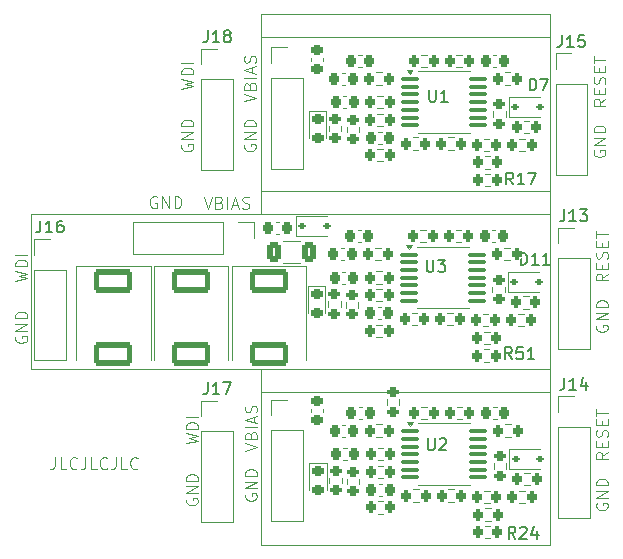
<source format=gbr>
%TF.GenerationSoftware,KiCad,Pcbnew,9.0.0*%
%TF.CreationDate,2025-03-11T14:35:03-07:00*%
%TF.ProjectId,RTW_production_pathfinder_V1,5254575f-7072-46f6-9475-6374696f6e5f,rev?*%
%TF.SameCoordinates,Original*%
%TF.FileFunction,Legend,Top*%
%TF.FilePolarity,Positive*%
%FSLAX46Y46*%
G04 Gerber Fmt 4.6, Leading zero omitted, Abs format (unit mm)*
G04 Created by KiCad (PCBNEW 9.0.0) date 2025-03-11 14:35:03*
%MOMM*%
%LPD*%
G01*
G04 APERTURE LIST*
G04 Aperture macros list*
%AMRoundRect*
0 Rectangle with rounded corners*
0 $1 Rounding radius*
0 $2 $3 $4 $5 $6 $7 $8 $9 X,Y pos of 4 corners*
0 Add a 4 corners polygon primitive as box body*
4,1,4,$2,$3,$4,$5,$6,$7,$8,$9,$2,$3,0*
0 Add four circle primitives for the rounded corners*
1,1,$1+$1,$2,$3*
1,1,$1+$1,$4,$5*
1,1,$1+$1,$6,$7*
1,1,$1+$1,$8,$9*
0 Add four rect primitives between the rounded corners*
20,1,$1+$1,$2,$3,$4,$5,0*
20,1,$1+$1,$4,$5,$6,$7,0*
20,1,$1+$1,$6,$7,$8,$9,0*
20,1,$1+$1,$8,$9,$2,$3,0*%
G04 Aperture macros list end*
%ADD10C,0.100000*%
%ADD11C,0.150000*%
%ADD12C,0.120000*%
%ADD13C,0.200000*%
%ADD14C,0.000000*%
%ADD15R,1.700000X1.700000*%
%ADD16O,1.700000X1.700000*%
%ADD17RoundRect,0.225000X0.225000X0.250000X-0.225000X0.250000X-0.225000X-0.250000X0.225000X-0.250000X0*%
%ADD18RoundRect,0.225000X0.250000X-0.225000X0.250000X0.225000X-0.250000X0.225000X-0.250000X-0.225000X0*%
%ADD19RoundRect,0.200000X0.200000X0.275000X-0.200000X0.275000X-0.200000X-0.275000X0.200000X-0.275000X0*%
%ADD20RoundRect,0.100000X-0.637500X-0.100000X0.637500X-0.100000X0.637500X0.100000X-0.637500X0.100000X0*%
%ADD21RoundRect,0.250000X-1.400000X0.750000X-1.400000X-0.750000X1.400000X-0.750000X1.400000X0.750000X0*%
%ADD22RoundRect,0.250000X-0.312500X-0.625000X0.312500X-0.625000X0.312500X0.625000X-0.312500X0.625000X0*%
%ADD23RoundRect,0.200000X-0.200000X-0.275000X0.200000X-0.275000X0.200000X0.275000X-0.200000X0.275000X0*%
%ADD24RoundRect,0.112500X-0.187500X-0.112500X0.187500X-0.112500X0.187500X0.112500X-0.187500X0.112500X0*%
%ADD25RoundRect,0.225000X-0.225000X-0.250000X0.225000X-0.250000X0.225000X0.250000X-0.225000X0.250000X0*%
%ADD26RoundRect,0.218750X-0.256250X0.218750X-0.256250X-0.218750X0.256250X-0.218750X0.256250X0.218750X0*%
%ADD27RoundRect,0.200000X0.275000X-0.200000X0.275000X0.200000X-0.275000X0.200000X-0.275000X-0.200000X0*%
%ADD28RoundRect,0.200000X-0.275000X0.200000X-0.275000X-0.200000X0.275000X-0.200000X0.275000X0.200000X0*%
%ADD29C,3.800000*%
G04 APERTURE END LIST*
D10*
X151500000Y-111500000D02*
X176000000Y-111500000D01*
X176000000Y-124500000D01*
X151500000Y-124500000D01*
X151500000Y-111500000D01*
X151500000Y-111500000D02*
X151500000Y-109550000D01*
X176000000Y-124500000D02*
X176000000Y-81500000D01*
X151500000Y-79500000D02*
X176000000Y-79500000D01*
X176000000Y-81500000D01*
X151500000Y-81500000D01*
X151500000Y-79500000D01*
X151500000Y-94500000D02*
X151500000Y-96500000D01*
X151500000Y-81500000D02*
X176000000Y-81500000D01*
X176000000Y-94500000D01*
X151500000Y-94500000D01*
X151500000Y-81500000D01*
X132000000Y-96500000D02*
X176000000Y-96500000D01*
X176000000Y-109550000D01*
X132000000Y-109550000D01*
X132000000Y-96500000D01*
X180672419Y-86724687D02*
X180196228Y-87058020D01*
X180672419Y-87296115D02*
X179672419Y-87296115D01*
X179672419Y-87296115D02*
X179672419Y-86915163D01*
X179672419Y-86915163D02*
X179720038Y-86819925D01*
X179720038Y-86819925D02*
X179767657Y-86772306D01*
X179767657Y-86772306D02*
X179862895Y-86724687D01*
X179862895Y-86724687D02*
X180005752Y-86724687D01*
X180005752Y-86724687D02*
X180100990Y-86772306D01*
X180100990Y-86772306D02*
X180148609Y-86819925D01*
X180148609Y-86819925D02*
X180196228Y-86915163D01*
X180196228Y-86915163D02*
X180196228Y-87296115D01*
X180148609Y-86296115D02*
X180148609Y-85962782D01*
X180672419Y-85819925D02*
X180672419Y-86296115D01*
X180672419Y-86296115D02*
X179672419Y-86296115D01*
X179672419Y-86296115D02*
X179672419Y-85819925D01*
X180624800Y-85438972D02*
X180672419Y-85296115D01*
X180672419Y-85296115D02*
X180672419Y-85058020D01*
X180672419Y-85058020D02*
X180624800Y-84962782D01*
X180624800Y-84962782D02*
X180577180Y-84915163D01*
X180577180Y-84915163D02*
X180481942Y-84867544D01*
X180481942Y-84867544D02*
X180386704Y-84867544D01*
X180386704Y-84867544D02*
X180291466Y-84915163D01*
X180291466Y-84915163D02*
X180243847Y-84962782D01*
X180243847Y-84962782D02*
X180196228Y-85058020D01*
X180196228Y-85058020D02*
X180148609Y-85248496D01*
X180148609Y-85248496D02*
X180100990Y-85343734D01*
X180100990Y-85343734D02*
X180053371Y-85391353D01*
X180053371Y-85391353D02*
X179958133Y-85438972D01*
X179958133Y-85438972D02*
X179862895Y-85438972D01*
X179862895Y-85438972D02*
X179767657Y-85391353D01*
X179767657Y-85391353D02*
X179720038Y-85343734D01*
X179720038Y-85343734D02*
X179672419Y-85248496D01*
X179672419Y-85248496D02*
X179672419Y-85010401D01*
X179672419Y-85010401D02*
X179720038Y-84867544D01*
X180148609Y-84438972D02*
X180148609Y-84105639D01*
X180672419Y-83962782D02*
X180672419Y-84438972D01*
X180672419Y-84438972D02*
X179672419Y-84438972D01*
X179672419Y-84438972D02*
X179672419Y-83962782D01*
X179672419Y-83677067D02*
X179672419Y-83105639D01*
X180672419Y-83391353D02*
X179672419Y-83391353D01*
X150072419Y-86938972D02*
X151072419Y-86605639D01*
X151072419Y-86605639D02*
X150072419Y-86272306D01*
X150548609Y-85605639D02*
X150596228Y-85462782D01*
X150596228Y-85462782D02*
X150643847Y-85415163D01*
X150643847Y-85415163D02*
X150739085Y-85367544D01*
X150739085Y-85367544D02*
X150881942Y-85367544D01*
X150881942Y-85367544D02*
X150977180Y-85415163D01*
X150977180Y-85415163D02*
X151024800Y-85462782D01*
X151024800Y-85462782D02*
X151072419Y-85558020D01*
X151072419Y-85558020D02*
X151072419Y-85938972D01*
X151072419Y-85938972D02*
X150072419Y-85938972D01*
X150072419Y-85938972D02*
X150072419Y-85605639D01*
X150072419Y-85605639D02*
X150120038Y-85510401D01*
X150120038Y-85510401D02*
X150167657Y-85462782D01*
X150167657Y-85462782D02*
X150262895Y-85415163D01*
X150262895Y-85415163D02*
X150358133Y-85415163D01*
X150358133Y-85415163D02*
X150453371Y-85462782D01*
X150453371Y-85462782D02*
X150500990Y-85510401D01*
X150500990Y-85510401D02*
X150548609Y-85605639D01*
X150548609Y-85605639D02*
X150548609Y-85938972D01*
X151072419Y-84938972D02*
X150072419Y-84938972D01*
X150786704Y-84510401D02*
X150786704Y-84034211D01*
X151072419Y-84605639D02*
X150072419Y-84272306D01*
X150072419Y-84272306D02*
X151072419Y-83938973D01*
X151024800Y-83653258D02*
X151072419Y-83510401D01*
X151072419Y-83510401D02*
X151072419Y-83272306D01*
X151072419Y-83272306D02*
X151024800Y-83177068D01*
X151024800Y-83177068D02*
X150977180Y-83129449D01*
X150977180Y-83129449D02*
X150881942Y-83081830D01*
X150881942Y-83081830D02*
X150786704Y-83081830D01*
X150786704Y-83081830D02*
X150691466Y-83129449D01*
X150691466Y-83129449D02*
X150643847Y-83177068D01*
X150643847Y-83177068D02*
X150596228Y-83272306D01*
X150596228Y-83272306D02*
X150548609Y-83462782D01*
X150548609Y-83462782D02*
X150500990Y-83558020D01*
X150500990Y-83558020D02*
X150453371Y-83605639D01*
X150453371Y-83605639D02*
X150358133Y-83653258D01*
X150358133Y-83653258D02*
X150262895Y-83653258D01*
X150262895Y-83653258D02*
X150167657Y-83605639D01*
X150167657Y-83605639D02*
X150120038Y-83558020D01*
X150120038Y-83558020D02*
X150072419Y-83462782D01*
X150072419Y-83462782D02*
X150072419Y-83224687D01*
X150072419Y-83224687D02*
X150120038Y-83081830D01*
X150172419Y-116538972D02*
X151172419Y-116205639D01*
X151172419Y-116205639D02*
X150172419Y-115872306D01*
X150648609Y-115205639D02*
X150696228Y-115062782D01*
X150696228Y-115062782D02*
X150743847Y-115015163D01*
X150743847Y-115015163D02*
X150839085Y-114967544D01*
X150839085Y-114967544D02*
X150981942Y-114967544D01*
X150981942Y-114967544D02*
X151077180Y-115015163D01*
X151077180Y-115015163D02*
X151124800Y-115062782D01*
X151124800Y-115062782D02*
X151172419Y-115158020D01*
X151172419Y-115158020D02*
X151172419Y-115538972D01*
X151172419Y-115538972D02*
X150172419Y-115538972D01*
X150172419Y-115538972D02*
X150172419Y-115205639D01*
X150172419Y-115205639D02*
X150220038Y-115110401D01*
X150220038Y-115110401D02*
X150267657Y-115062782D01*
X150267657Y-115062782D02*
X150362895Y-115015163D01*
X150362895Y-115015163D02*
X150458133Y-115015163D01*
X150458133Y-115015163D02*
X150553371Y-115062782D01*
X150553371Y-115062782D02*
X150600990Y-115110401D01*
X150600990Y-115110401D02*
X150648609Y-115205639D01*
X150648609Y-115205639D02*
X150648609Y-115538972D01*
X151172419Y-114538972D02*
X150172419Y-114538972D01*
X150886704Y-114110401D02*
X150886704Y-113634211D01*
X151172419Y-114205639D02*
X150172419Y-113872306D01*
X150172419Y-113872306D02*
X151172419Y-113538973D01*
X151124800Y-113253258D02*
X151172419Y-113110401D01*
X151172419Y-113110401D02*
X151172419Y-112872306D01*
X151172419Y-112872306D02*
X151124800Y-112777068D01*
X151124800Y-112777068D02*
X151077180Y-112729449D01*
X151077180Y-112729449D02*
X150981942Y-112681830D01*
X150981942Y-112681830D02*
X150886704Y-112681830D01*
X150886704Y-112681830D02*
X150791466Y-112729449D01*
X150791466Y-112729449D02*
X150743847Y-112777068D01*
X150743847Y-112777068D02*
X150696228Y-112872306D01*
X150696228Y-112872306D02*
X150648609Y-113062782D01*
X150648609Y-113062782D02*
X150600990Y-113158020D01*
X150600990Y-113158020D02*
X150553371Y-113205639D01*
X150553371Y-113205639D02*
X150458133Y-113253258D01*
X150458133Y-113253258D02*
X150362895Y-113253258D01*
X150362895Y-113253258D02*
X150267657Y-113205639D01*
X150267657Y-113205639D02*
X150220038Y-113158020D01*
X150220038Y-113158020D02*
X150172419Y-113062782D01*
X150172419Y-113062782D02*
X150172419Y-112824687D01*
X150172419Y-112824687D02*
X150220038Y-112681830D01*
X150120038Y-90572306D02*
X150072419Y-90667544D01*
X150072419Y-90667544D02*
X150072419Y-90810401D01*
X150072419Y-90810401D02*
X150120038Y-90953258D01*
X150120038Y-90953258D02*
X150215276Y-91048496D01*
X150215276Y-91048496D02*
X150310514Y-91096115D01*
X150310514Y-91096115D02*
X150500990Y-91143734D01*
X150500990Y-91143734D02*
X150643847Y-91143734D01*
X150643847Y-91143734D02*
X150834323Y-91096115D01*
X150834323Y-91096115D02*
X150929561Y-91048496D01*
X150929561Y-91048496D02*
X151024800Y-90953258D01*
X151024800Y-90953258D02*
X151072419Y-90810401D01*
X151072419Y-90810401D02*
X151072419Y-90715163D01*
X151072419Y-90715163D02*
X151024800Y-90572306D01*
X151024800Y-90572306D02*
X150977180Y-90524687D01*
X150977180Y-90524687D02*
X150643847Y-90524687D01*
X150643847Y-90524687D02*
X150643847Y-90715163D01*
X151072419Y-90096115D02*
X150072419Y-90096115D01*
X150072419Y-90096115D02*
X151072419Y-89524687D01*
X151072419Y-89524687D02*
X150072419Y-89524687D01*
X151072419Y-89048496D02*
X150072419Y-89048496D01*
X150072419Y-89048496D02*
X150072419Y-88810401D01*
X150072419Y-88810401D02*
X150120038Y-88667544D01*
X150120038Y-88667544D02*
X150215276Y-88572306D01*
X150215276Y-88572306D02*
X150310514Y-88524687D01*
X150310514Y-88524687D02*
X150500990Y-88477068D01*
X150500990Y-88477068D02*
X150643847Y-88477068D01*
X150643847Y-88477068D02*
X150834323Y-88524687D01*
X150834323Y-88524687D02*
X150929561Y-88572306D01*
X150929561Y-88572306D02*
X151024800Y-88667544D01*
X151024800Y-88667544D02*
X151072419Y-88810401D01*
X151072419Y-88810401D02*
X151072419Y-89048496D01*
X180872419Y-116624687D02*
X180396228Y-116958020D01*
X180872419Y-117196115D02*
X179872419Y-117196115D01*
X179872419Y-117196115D02*
X179872419Y-116815163D01*
X179872419Y-116815163D02*
X179920038Y-116719925D01*
X179920038Y-116719925D02*
X179967657Y-116672306D01*
X179967657Y-116672306D02*
X180062895Y-116624687D01*
X180062895Y-116624687D02*
X180205752Y-116624687D01*
X180205752Y-116624687D02*
X180300990Y-116672306D01*
X180300990Y-116672306D02*
X180348609Y-116719925D01*
X180348609Y-116719925D02*
X180396228Y-116815163D01*
X180396228Y-116815163D02*
X180396228Y-117196115D01*
X180348609Y-116196115D02*
X180348609Y-115862782D01*
X180872419Y-115719925D02*
X180872419Y-116196115D01*
X180872419Y-116196115D02*
X179872419Y-116196115D01*
X179872419Y-116196115D02*
X179872419Y-115719925D01*
X180824800Y-115338972D02*
X180872419Y-115196115D01*
X180872419Y-115196115D02*
X180872419Y-114958020D01*
X180872419Y-114958020D02*
X180824800Y-114862782D01*
X180824800Y-114862782D02*
X180777180Y-114815163D01*
X180777180Y-114815163D02*
X180681942Y-114767544D01*
X180681942Y-114767544D02*
X180586704Y-114767544D01*
X180586704Y-114767544D02*
X180491466Y-114815163D01*
X180491466Y-114815163D02*
X180443847Y-114862782D01*
X180443847Y-114862782D02*
X180396228Y-114958020D01*
X180396228Y-114958020D02*
X180348609Y-115148496D01*
X180348609Y-115148496D02*
X180300990Y-115243734D01*
X180300990Y-115243734D02*
X180253371Y-115291353D01*
X180253371Y-115291353D02*
X180158133Y-115338972D01*
X180158133Y-115338972D02*
X180062895Y-115338972D01*
X180062895Y-115338972D02*
X179967657Y-115291353D01*
X179967657Y-115291353D02*
X179920038Y-115243734D01*
X179920038Y-115243734D02*
X179872419Y-115148496D01*
X179872419Y-115148496D02*
X179872419Y-114910401D01*
X179872419Y-114910401D02*
X179920038Y-114767544D01*
X180348609Y-114338972D02*
X180348609Y-114005639D01*
X180872419Y-113862782D02*
X180872419Y-114338972D01*
X180872419Y-114338972D02*
X179872419Y-114338972D01*
X179872419Y-114338972D02*
X179872419Y-113862782D01*
X179872419Y-113577067D02*
X179872419Y-113005639D01*
X180872419Y-113291353D02*
X179872419Y-113291353D01*
X142677693Y-95020038D02*
X142582455Y-94972419D01*
X142582455Y-94972419D02*
X142439598Y-94972419D01*
X142439598Y-94972419D02*
X142296741Y-95020038D01*
X142296741Y-95020038D02*
X142201503Y-95115276D01*
X142201503Y-95115276D02*
X142153884Y-95210514D01*
X142153884Y-95210514D02*
X142106265Y-95400990D01*
X142106265Y-95400990D02*
X142106265Y-95543847D01*
X142106265Y-95543847D02*
X142153884Y-95734323D01*
X142153884Y-95734323D02*
X142201503Y-95829561D01*
X142201503Y-95829561D02*
X142296741Y-95924800D01*
X142296741Y-95924800D02*
X142439598Y-95972419D01*
X142439598Y-95972419D02*
X142534836Y-95972419D01*
X142534836Y-95972419D02*
X142677693Y-95924800D01*
X142677693Y-95924800D02*
X142725312Y-95877180D01*
X142725312Y-95877180D02*
X142725312Y-95543847D01*
X142725312Y-95543847D02*
X142534836Y-95543847D01*
X143153884Y-95972419D02*
X143153884Y-94972419D01*
X143153884Y-94972419D02*
X143725312Y-95972419D01*
X143725312Y-95972419D02*
X143725312Y-94972419D01*
X144201503Y-95972419D02*
X144201503Y-94972419D01*
X144201503Y-94972419D02*
X144439598Y-94972419D01*
X144439598Y-94972419D02*
X144582455Y-95020038D01*
X144582455Y-95020038D02*
X144677693Y-95115276D01*
X144677693Y-95115276D02*
X144725312Y-95210514D01*
X144725312Y-95210514D02*
X144772931Y-95400990D01*
X144772931Y-95400990D02*
X144772931Y-95543847D01*
X144772931Y-95543847D02*
X144725312Y-95734323D01*
X144725312Y-95734323D02*
X144677693Y-95829561D01*
X144677693Y-95829561D02*
X144582455Y-95924800D01*
X144582455Y-95924800D02*
X144439598Y-95972419D01*
X144439598Y-95972419D02*
X144201503Y-95972419D01*
X179920038Y-105872306D02*
X179872419Y-105967544D01*
X179872419Y-105967544D02*
X179872419Y-106110401D01*
X179872419Y-106110401D02*
X179920038Y-106253258D01*
X179920038Y-106253258D02*
X180015276Y-106348496D01*
X180015276Y-106348496D02*
X180110514Y-106396115D01*
X180110514Y-106396115D02*
X180300990Y-106443734D01*
X180300990Y-106443734D02*
X180443847Y-106443734D01*
X180443847Y-106443734D02*
X180634323Y-106396115D01*
X180634323Y-106396115D02*
X180729561Y-106348496D01*
X180729561Y-106348496D02*
X180824800Y-106253258D01*
X180824800Y-106253258D02*
X180872419Y-106110401D01*
X180872419Y-106110401D02*
X180872419Y-106015163D01*
X180872419Y-106015163D02*
X180824800Y-105872306D01*
X180824800Y-105872306D02*
X180777180Y-105824687D01*
X180777180Y-105824687D02*
X180443847Y-105824687D01*
X180443847Y-105824687D02*
X180443847Y-106015163D01*
X180872419Y-105396115D02*
X179872419Y-105396115D01*
X179872419Y-105396115D02*
X180872419Y-104824687D01*
X180872419Y-104824687D02*
X179872419Y-104824687D01*
X180872419Y-104348496D02*
X179872419Y-104348496D01*
X179872419Y-104348496D02*
X179872419Y-104110401D01*
X179872419Y-104110401D02*
X179920038Y-103967544D01*
X179920038Y-103967544D02*
X180015276Y-103872306D01*
X180015276Y-103872306D02*
X180110514Y-103824687D01*
X180110514Y-103824687D02*
X180300990Y-103777068D01*
X180300990Y-103777068D02*
X180443847Y-103777068D01*
X180443847Y-103777068D02*
X180634323Y-103824687D01*
X180634323Y-103824687D02*
X180729561Y-103872306D01*
X180729561Y-103872306D02*
X180824800Y-103967544D01*
X180824800Y-103967544D02*
X180872419Y-104110401D01*
X180872419Y-104110401D02*
X180872419Y-104348496D01*
X144772419Y-85891353D02*
X145772419Y-85653258D01*
X145772419Y-85653258D02*
X145058133Y-85462782D01*
X145058133Y-85462782D02*
X145772419Y-85272306D01*
X145772419Y-85272306D02*
X144772419Y-85034211D01*
X145772419Y-84653258D02*
X144772419Y-84653258D01*
X144772419Y-84653258D02*
X144772419Y-84415163D01*
X144772419Y-84415163D02*
X144820038Y-84272306D01*
X144820038Y-84272306D02*
X144915276Y-84177068D01*
X144915276Y-84177068D02*
X145010514Y-84129449D01*
X145010514Y-84129449D02*
X145200990Y-84081830D01*
X145200990Y-84081830D02*
X145343847Y-84081830D01*
X145343847Y-84081830D02*
X145534323Y-84129449D01*
X145534323Y-84129449D02*
X145629561Y-84177068D01*
X145629561Y-84177068D02*
X145724800Y-84272306D01*
X145724800Y-84272306D02*
X145772419Y-84415163D01*
X145772419Y-84415163D02*
X145772419Y-84653258D01*
X145772419Y-83653258D02*
X144772419Y-83653258D01*
X130722419Y-102141353D02*
X131722419Y-101903258D01*
X131722419Y-101903258D02*
X131008133Y-101712782D01*
X131008133Y-101712782D02*
X131722419Y-101522306D01*
X131722419Y-101522306D02*
X130722419Y-101284211D01*
X131722419Y-100903258D02*
X130722419Y-100903258D01*
X130722419Y-100903258D02*
X130722419Y-100665163D01*
X130722419Y-100665163D02*
X130770038Y-100522306D01*
X130770038Y-100522306D02*
X130865276Y-100427068D01*
X130865276Y-100427068D02*
X130960514Y-100379449D01*
X130960514Y-100379449D02*
X131150990Y-100331830D01*
X131150990Y-100331830D02*
X131293847Y-100331830D01*
X131293847Y-100331830D02*
X131484323Y-100379449D01*
X131484323Y-100379449D02*
X131579561Y-100427068D01*
X131579561Y-100427068D02*
X131674800Y-100522306D01*
X131674800Y-100522306D02*
X131722419Y-100665163D01*
X131722419Y-100665163D02*
X131722419Y-100903258D01*
X131722419Y-99903258D02*
X130722419Y-99903258D01*
X179720038Y-91072306D02*
X179672419Y-91167544D01*
X179672419Y-91167544D02*
X179672419Y-91310401D01*
X179672419Y-91310401D02*
X179720038Y-91453258D01*
X179720038Y-91453258D02*
X179815276Y-91548496D01*
X179815276Y-91548496D02*
X179910514Y-91596115D01*
X179910514Y-91596115D02*
X180100990Y-91643734D01*
X180100990Y-91643734D02*
X180243847Y-91643734D01*
X180243847Y-91643734D02*
X180434323Y-91596115D01*
X180434323Y-91596115D02*
X180529561Y-91548496D01*
X180529561Y-91548496D02*
X180624800Y-91453258D01*
X180624800Y-91453258D02*
X180672419Y-91310401D01*
X180672419Y-91310401D02*
X180672419Y-91215163D01*
X180672419Y-91215163D02*
X180624800Y-91072306D01*
X180624800Y-91072306D02*
X180577180Y-91024687D01*
X180577180Y-91024687D02*
X180243847Y-91024687D01*
X180243847Y-91024687D02*
X180243847Y-91215163D01*
X180672419Y-90596115D02*
X179672419Y-90596115D01*
X179672419Y-90596115D02*
X180672419Y-90024687D01*
X180672419Y-90024687D02*
X179672419Y-90024687D01*
X180672419Y-89548496D02*
X179672419Y-89548496D01*
X179672419Y-89548496D02*
X179672419Y-89310401D01*
X179672419Y-89310401D02*
X179720038Y-89167544D01*
X179720038Y-89167544D02*
X179815276Y-89072306D01*
X179815276Y-89072306D02*
X179910514Y-89024687D01*
X179910514Y-89024687D02*
X180100990Y-88977068D01*
X180100990Y-88977068D02*
X180243847Y-88977068D01*
X180243847Y-88977068D02*
X180434323Y-89024687D01*
X180434323Y-89024687D02*
X180529561Y-89072306D01*
X180529561Y-89072306D02*
X180624800Y-89167544D01*
X180624800Y-89167544D02*
X180672419Y-89310401D01*
X180672419Y-89310401D02*
X180672419Y-89548496D01*
X144820038Y-90572306D02*
X144772419Y-90667544D01*
X144772419Y-90667544D02*
X144772419Y-90810401D01*
X144772419Y-90810401D02*
X144820038Y-90953258D01*
X144820038Y-90953258D02*
X144915276Y-91048496D01*
X144915276Y-91048496D02*
X145010514Y-91096115D01*
X145010514Y-91096115D02*
X145200990Y-91143734D01*
X145200990Y-91143734D02*
X145343847Y-91143734D01*
X145343847Y-91143734D02*
X145534323Y-91096115D01*
X145534323Y-91096115D02*
X145629561Y-91048496D01*
X145629561Y-91048496D02*
X145724800Y-90953258D01*
X145724800Y-90953258D02*
X145772419Y-90810401D01*
X145772419Y-90810401D02*
X145772419Y-90715163D01*
X145772419Y-90715163D02*
X145724800Y-90572306D01*
X145724800Y-90572306D02*
X145677180Y-90524687D01*
X145677180Y-90524687D02*
X145343847Y-90524687D01*
X145343847Y-90524687D02*
X145343847Y-90715163D01*
X145772419Y-90096115D02*
X144772419Y-90096115D01*
X144772419Y-90096115D02*
X145772419Y-89524687D01*
X145772419Y-89524687D02*
X144772419Y-89524687D01*
X145772419Y-89048496D02*
X144772419Y-89048496D01*
X144772419Y-89048496D02*
X144772419Y-88810401D01*
X144772419Y-88810401D02*
X144820038Y-88667544D01*
X144820038Y-88667544D02*
X144915276Y-88572306D01*
X144915276Y-88572306D02*
X145010514Y-88524687D01*
X145010514Y-88524687D02*
X145200990Y-88477068D01*
X145200990Y-88477068D02*
X145343847Y-88477068D01*
X145343847Y-88477068D02*
X145534323Y-88524687D01*
X145534323Y-88524687D02*
X145629561Y-88572306D01*
X145629561Y-88572306D02*
X145724800Y-88667544D01*
X145724800Y-88667544D02*
X145772419Y-88810401D01*
X145772419Y-88810401D02*
X145772419Y-89048496D01*
X134066666Y-117072419D02*
X134066666Y-117786704D01*
X134066666Y-117786704D02*
X134019047Y-117929561D01*
X134019047Y-117929561D02*
X133923809Y-118024800D01*
X133923809Y-118024800D02*
X133780952Y-118072419D01*
X133780952Y-118072419D02*
X133685714Y-118072419D01*
X135019047Y-118072419D02*
X134542857Y-118072419D01*
X134542857Y-118072419D02*
X134542857Y-117072419D01*
X135923809Y-117977180D02*
X135876190Y-118024800D01*
X135876190Y-118024800D02*
X135733333Y-118072419D01*
X135733333Y-118072419D02*
X135638095Y-118072419D01*
X135638095Y-118072419D02*
X135495238Y-118024800D01*
X135495238Y-118024800D02*
X135400000Y-117929561D01*
X135400000Y-117929561D02*
X135352381Y-117834323D01*
X135352381Y-117834323D02*
X135304762Y-117643847D01*
X135304762Y-117643847D02*
X135304762Y-117500990D01*
X135304762Y-117500990D02*
X135352381Y-117310514D01*
X135352381Y-117310514D02*
X135400000Y-117215276D01*
X135400000Y-117215276D02*
X135495238Y-117120038D01*
X135495238Y-117120038D02*
X135638095Y-117072419D01*
X135638095Y-117072419D02*
X135733333Y-117072419D01*
X135733333Y-117072419D02*
X135876190Y-117120038D01*
X135876190Y-117120038D02*
X135923809Y-117167657D01*
X136638095Y-117072419D02*
X136638095Y-117786704D01*
X136638095Y-117786704D02*
X136590476Y-117929561D01*
X136590476Y-117929561D02*
X136495238Y-118024800D01*
X136495238Y-118024800D02*
X136352381Y-118072419D01*
X136352381Y-118072419D02*
X136257143Y-118072419D01*
X137590476Y-118072419D02*
X137114286Y-118072419D01*
X137114286Y-118072419D02*
X137114286Y-117072419D01*
X138495238Y-117977180D02*
X138447619Y-118024800D01*
X138447619Y-118024800D02*
X138304762Y-118072419D01*
X138304762Y-118072419D02*
X138209524Y-118072419D01*
X138209524Y-118072419D02*
X138066667Y-118024800D01*
X138066667Y-118024800D02*
X137971429Y-117929561D01*
X137971429Y-117929561D02*
X137923810Y-117834323D01*
X137923810Y-117834323D02*
X137876191Y-117643847D01*
X137876191Y-117643847D02*
X137876191Y-117500990D01*
X137876191Y-117500990D02*
X137923810Y-117310514D01*
X137923810Y-117310514D02*
X137971429Y-117215276D01*
X137971429Y-117215276D02*
X138066667Y-117120038D01*
X138066667Y-117120038D02*
X138209524Y-117072419D01*
X138209524Y-117072419D02*
X138304762Y-117072419D01*
X138304762Y-117072419D02*
X138447619Y-117120038D01*
X138447619Y-117120038D02*
X138495238Y-117167657D01*
X139209524Y-117072419D02*
X139209524Y-117786704D01*
X139209524Y-117786704D02*
X139161905Y-117929561D01*
X139161905Y-117929561D02*
X139066667Y-118024800D01*
X139066667Y-118024800D02*
X138923810Y-118072419D01*
X138923810Y-118072419D02*
X138828572Y-118072419D01*
X140161905Y-118072419D02*
X139685715Y-118072419D01*
X139685715Y-118072419D02*
X139685715Y-117072419D01*
X141066667Y-117977180D02*
X141019048Y-118024800D01*
X141019048Y-118024800D02*
X140876191Y-118072419D01*
X140876191Y-118072419D02*
X140780953Y-118072419D01*
X140780953Y-118072419D02*
X140638096Y-118024800D01*
X140638096Y-118024800D02*
X140542858Y-117929561D01*
X140542858Y-117929561D02*
X140495239Y-117834323D01*
X140495239Y-117834323D02*
X140447620Y-117643847D01*
X140447620Y-117643847D02*
X140447620Y-117500990D01*
X140447620Y-117500990D02*
X140495239Y-117310514D01*
X140495239Y-117310514D02*
X140542858Y-117215276D01*
X140542858Y-117215276D02*
X140638096Y-117120038D01*
X140638096Y-117120038D02*
X140780953Y-117072419D01*
X140780953Y-117072419D02*
X140876191Y-117072419D01*
X140876191Y-117072419D02*
X141019048Y-117120038D01*
X141019048Y-117120038D02*
X141066667Y-117167657D01*
X150220038Y-120172306D02*
X150172419Y-120267544D01*
X150172419Y-120267544D02*
X150172419Y-120410401D01*
X150172419Y-120410401D02*
X150220038Y-120553258D01*
X150220038Y-120553258D02*
X150315276Y-120648496D01*
X150315276Y-120648496D02*
X150410514Y-120696115D01*
X150410514Y-120696115D02*
X150600990Y-120743734D01*
X150600990Y-120743734D02*
X150743847Y-120743734D01*
X150743847Y-120743734D02*
X150934323Y-120696115D01*
X150934323Y-120696115D02*
X151029561Y-120648496D01*
X151029561Y-120648496D02*
X151124800Y-120553258D01*
X151124800Y-120553258D02*
X151172419Y-120410401D01*
X151172419Y-120410401D02*
X151172419Y-120315163D01*
X151172419Y-120315163D02*
X151124800Y-120172306D01*
X151124800Y-120172306D02*
X151077180Y-120124687D01*
X151077180Y-120124687D02*
X150743847Y-120124687D01*
X150743847Y-120124687D02*
X150743847Y-120315163D01*
X151172419Y-119696115D02*
X150172419Y-119696115D01*
X150172419Y-119696115D02*
X151172419Y-119124687D01*
X151172419Y-119124687D02*
X150172419Y-119124687D01*
X151172419Y-118648496D02*
X150172419Y-118648496D01*
X150172419Y-118648496D02*
X150172419Y-118410401D01*
X150172419Y-118410401D02*
X150220038Y-118267544D01*
X150220038Y-118267544D02*
X150315276Y-118172306D01*
X150315276Y-118172306D02*
X150410514Y-118124687D01*
X150410514Y-118124687D02*
X150600990Y-118077068D01*
X150600990Y-118077068D02*
X150743847Y-118077068D01*
X150743847Y-118077068D02*
X150934323Y-118124687D01*
X150934323Y-118124687D02*
X151029561Y-118172306D01*
X151029561Y-118172306D02*
X151124800Y-118267544D01*
X151124800Y-118267544D02*
X151172419Y-118410401D01*
X151172419Y-118410401D02*
X151172419Y-118648496D01*
X145220038Y-120572306D02*
X145172419Y-120667544D01*
X145172419Y-120667544D02*
X145172419Y-120810401D01*
X145172419Y-120810401D02*
X145220038Y-120953258D01*
X145220038Y-120953258D02*
X145315276Y-121048496D01*
X145315276Y-121048496D02*
X145410514Y-121096115D01*
X145410514Y-121096115D02*
X145600990Y-121143734D01*
X145600990Y-121143734D02*
X145743847Y-121143734D01*
X145743847Y-121143734D02*
X145934323Y-121096115D01*
X145934323Y-121096115D02*
X146029561Y-121048496D01*
X146029561Y-121048496D02*
X146124800Y-120953258D01*
X146124800Y-120953258D02*
X146172419Y-120810401D01*
X146172419Y-120810401D02*
X146172419Y-120715163D01*
X146172419Y-120715163D02*
X146124800Y-120572306D01*
X146124800Y-120572306D02*
X146077180Y-120524687D01*
X146077180Y-120524687D02*
X145743847Y-120524687D01*
X145743847Y-120524687D02*
X145743847Y-120715163D01*
X146172419Y-120096115D02*
X145172419Y-120096115D01*
X145172419Y-120096115D02*
X146172419Y-119524687D01*
X146172419Y-119524687D02*
X145172419Y-119524687D01*
X146172419Y-119048496D02*
X145172419Y-119048496D01*
X145172419Y-119048496D02*
X145172419Y-118810401D01*
X145172419Y-118810401D02*
X145220038Y-118667544D01*
X145220038Y-118667544D02*
X145315276Y-118572306D01*
X145315276Y-118572306D02*
X145410514Y-118524687D01*
X145410514Y-118524687D02*
X145600990Y-118477068D01*
X145600990Y-118477068D02*
X145743847Y-118477068D01*
X145743847Y-118477068D02*
X145934323Y-118524687D01*
X145934323Y-118524687D02*
X146029561Y-118572306D01*
X146029561Y-118572306D02*
X146124800Y-118667544D01*
X146124800Y-118667544D02*
X146172419Y-118810401D01*
X146172419Y-118810401D02*
X146172419Y-119048496D01*
X180872419Y-101524687D02*
X180396228Y-101858020D01*
X180872419Y-102096115D02*
X179872419Y-102096115D01*
X179872419Y-102096115D02*
X179872419Y-101715163D01*
X179872419Y-101715163D02*
X179920038Y-101619925D01*
X179920038Y-101619925D02*
X179967657Y-101572306D01*
X179967657Y-101572306D02*
X180062895Y-101524687D01*
X180062895Y-101524687D02*
X180205752Y-101524687D01*
X180205752Y-101524687D02*
X180300990Y-101572306D01*
X180300990Y-101572306D02*
X180348609Y-101619925D01*
X180348609Y-101619925D02*
X180396228Y-101715163D01*
X180396228Y-101715163D02*
X180396228Y-102096115D01*
X180348609Y-101096115D02*
X180348609Y-100762782D01*
X180872419Y-100619925D02*
X180872419Y-101096115D01*
X180872419Y-101096115D02*
X179872419Y-101096115D01*
X179872419Y-101096115D02*
X179872419Y-100619925D01*
X180824800Y-100238972D02*
X180872419Y-100096115D01*
X180872419Y-100096115D02*
X180872419Y-99858020D01*
X180872419Y-99858020D02*
X180824800Y-99762782D01*
X180824800Y-99762782D02*
X180777180Y-99715163D01*
X180777180Y-99715163D02*
X180681942Y-99667544D01*
X180681942Y-99667544D02*
X180586704Y-99667544D01*
X180586704Y-99667544D02*
X180491466Y-99715163D01*
X180491466Y-99715163D02*
X180443847Y-99762782D01*
X180443847Y-99762782D02*
X180396228Y-99858020D01*
X180396228Y-99858020D02*
X180348609Y-100048496D01*
X180348609Y-100048496D02*
X180300990Y-100143734D01*
X180300990Y-100143734D02*
X180253371Y-100191353D01*
X180253371Y-100191353D02*
X180158133Y-100238972D01*
X180158133Y-100238972D02*
X180062895Y-100238972D01*
X180062895Y-100238972D02*
X179967657Y-100191353D01*
X179967657Y-100191353D02*
X179920038Y-100143734D01*
X179920038Y-100143734D02*
X179872419Y-100048496D01*
X179872419Y-100048496D02*
X179872419Y-99810401D01*
X179872419Y-99810401D02*
X179920038Y-99667544D01*
X180348609Y-99238972D02*
X180348609Y-98905639D01*
X180872419Y-98762782D02*
X180872419Y-99238972D01*
X180872419Y-99238972D02*
X179872419Y-99238972D01*
X179872419Y-99238972D02*
X179872419Y-98762782D01*
X179872419Y-98477067D02*
X179872419Y-97905639D01*
X180872419Y-98191353D02*
X179872419Y-98191353D01*
X145172419Y-115891353D02*
X146172419Y-115653258D01*
X146172419Y-115653258D02*
X145458133Y-115462782D01*
X145458133Y-115462782D02*
X146172419Y-115272306D01*
X146172419Y-115272306D02*
X145172419Y-115034211D01*
X146172419Y-114653258D02*
X145172419Y-114653258D01*
X145172419Y-114653258D02*
X145172419Y-114415163D01*
X145172419Y-114415163D02*
X145220038Y-114272306D01*
X145220038Y-114272306D02*
X145315276Y-114177068D01*
X145315276Y-114177068D02*
X145410514Y-114129449D01*
X145410514Y-114129449D02*
X145600990Y-114081830D01*
X145600990Y-114081830D02*
X145743847Y-114081830D01*
X145743847Y-114081830D02*
X145934323Y-114129449D01*
X145934323Y-114129449D02*
X146029561Y-114177068D01*
X146029561Y-114177068D02*
X146124800Y-114272306D01*
X146124800Y-114272306D02*
X146172419Y-114415163D01*
X146172419Y-114415163D02*
X146172419Y-114653258D01*
X146172419Y-113653258D02*
X145172419Y-113653258D01*
X146661027Y-95022419D02*
X146994360Y-96022419D01*
X146994360Y-96022419D02*
X147327693Y-95022419D01*
X147994360Y-95498609D02*
X148137217Y-95546228D01*
X148137217Y-95546228D02*
X148184836Y-95593847D01*
X148184836Y-95593847D02*
X148232455Y-95689085D01*
X148232455Y-95689085D02*
X148232455Y-95831942D01*
X148232455Y-95831942D02*
X148184836Y-95927180D01*
X148184836Y-95927180D02*
X148137217Y-95974800D01*
X148137217Y-95974800D02*
X148041979Y-96022419D01*
X148041979Y-96022419D02*
X147661027Y-96022419D01*
X147661027Y-96022419D02*
X147661027Y-95022419D01*
X147661027Y-95022419D02*
X147994360Y-95022419D01*
X147994360Y-95022419D02*
X148089598Y-95070038D01*
X148089598Y-95070038D02*
X148137217Y-95117657D01*
X148137217Y-95117657D02*
X148184836Y-95212895D01*
X148184836Y-95212895D02*
X148184836Y-95308133D01*
X148184836Y-95308133D02*
X148137217Y-95403371D01*
X148137217Y-95403371D02*
X148089598Y-95450990D01*
X148089598Y-95450990D02*
X147994360Y-95498609D01*
X147994360Y-95498609D02*
X147661027Y-95498609D01*
X148661027Y-96022419D02*
X148661027Y-95022419D01*
X149089598Y-95736704D02*
X149565788Y-95736704D01*
X148994360Y-96022419D02*
X149327693Y-95022419D01*
X149327693Y-95022419D02*
X149661026Y-96022419D01*
X149946741Y-95974800D02*
X150089598Y-96022419D01*
X150089598Y-96022419D02*
X150327693Y-96022419D01*
X150327693Y-96022419D02*
X150422931Y-95974800D01*
X150422931Y-95974800D02*
X150470550Y-95927180D01*
X150470550Y-95927180D02*
X150518169Y-95831942D01*
X150518169Y-95831942D02*
X150518169Y-95736704D01*
X150518169Y-95736704D02*
X150470550Y-95641466D01*
X150470550Y-95641466D02*
X150422931Y-95593847D01*
X150422931Y-95593847D02*
X150327693Y-95546228D01*
X150327693Y-95546228D02*
X150137217Y-95498609D01*
X150137217Y-95498609D02*
X150041979Y-95450990D01*
X150041979Y-95450990D02*
X149994360Y-95403371D01*
X149994360Y-95403371D02*
X149946741Y-95308133D01*
X149946741Y-95308133D02*
X149946741Y-95212895D01*
X149946741Y-95212895D02*
X149994360Y-95117657D01*
X149994360Y-95117657D02*
X150041979Y-95070038D01*
X150041979Y-95070038D02*
X150137217Y-95022419D01*
X150137217Y-95022419D02*
X150375312Y-95022419D01*
X150375312Y-95022419D02*
X150518169Y-95070038D01*
X130770038Y-106822306D02*
X130722419Y-106917544D01*
X130722419Y-106917544D02*
X130722419Y-107060401D01*
X130722419Y-107060401D02*
X130770038Y-107203258D01*
X130770038Y-107203258D02*
X130865276Y-107298496D01*
X130865276Y-107298496D02*
X130960514Y-107346115D01*
X130960514Y-107346115D02*
X131150990Y-107393734D01*
X131150990Y-107393734D02*
X131293847Y-107393734D01*
X131293847Y-107393734D02*
X131484323Y-107346115D01*
X131484323Y-107346115D02*
X131579561Y-107298496D01*
X131579561Y-107298496D02*
X131674800Y-107203258D01*
X131674800Y-107203258D02*
X131722419Y-107060401D01*
X131722419Y-107060401D02*
X131722419Y-106965163D01*
X131722419Y-106965163D02*
X131674800Y-106822306D01*
X131674800Y-106822306D02*
X131627180Y-106774687D01*
X131627180Y-106774687D02*
X131293847Y-106774687D01*
X131293847Y-106774687D02*
X131293847Y-106965163D01*
X131722419Y-106346115D02*
X130722419Y-106346115D01*
X130722419Y-106346115D02*
X131722419Y-105774687D01*
X131722419Y-105774687D02*
X130722419Y-105774687D01*
X131722419Y-105298496D02*
X130722419Y-105298496D01*
X130722419Y-105298496D02*
X130722419Y-105060401D01*
X130722419Y-105060401D02*
X130770038Y-104917544D01*
X130770038Y-104917544D02*
X130865276Y-104822306D01*
X130865276Y-104822306D02*
X130960514Y-104774687D01*
X130960514Y-104774687D02*
X131150990Y-104727068D01*
X131150990Y-104727068D02*
X131293847Y-104727068D01*
X131293847Y-104727068D02*
X131484323Y-104774687D01*
X131484323Y-104774687D02*
X131579561Y-104822306D01*
X131579561Y-104822306D02*
X131674800Y-104917544D01*
X131674800Y-104917544D02*
X131722419Y-105060401D01*
X131722419Y-105060401D02*
X131722419Y-105298496D01*
X179920038Y-120972306D02*
X179872419Y-121067544D01*
X179872419Y-121067544D02*
X179872419Y-121210401D01*
X179872419Y-121210401D02*
X179920038Y-121353258D01*
X179920038Y-121353258D02*
X180015276Y-121448496D01*
X180015276Y-121448496D02*
X180110514Y-121496115D01*
X180110514Y-121496115D02*
X180300990Y-121543734D01*
X180300990Y-121543734D02*
X180443847Y-121543734D01*
X180443847Y-121543734D02*
X180634323Y-121496115D01*
X180634323Y-121496115D02*
X180729561Y-121448496D01*
X180729561Y-121448496D02*
X180824800Y-121353258D01*
X180824800Y-121353258D02*
X180872419Y-121210401D01*
X180872419Y-121210401D02*
X180872419Y-121115163D01*
X180872419Y-121115163D02*
X180824800Y-120972306D01*
X180824800Y-120972306D02*
X180777180Y-120924687D01*
X180777180Y-120924687D02*
X180443847Y-120924687D01*
X180443847Y-120924687D02*
X180443847Y-121115163D01*
X180872419Y-120496115D02*
X179872419Y-120496115D01*
X179872419Y-120496115D02*
X180872419Y-119924687D01*
X180872419Y-119924687D02*
X179872419Y-119924687D01*
X180872419Y-119448496D02*
X179872419Y-119448496D01*
X179872419Y-119448496D02*
X179872419Y-119210401D01*
X179872419Y-119210401D02*
X179920038Y-119067544D01*
X179920038Y-119067544D02*
X180015276Y-118972306D01*
X180015276Y-118972306D02*
X180110514Y-118924687D01*
X180110514Y-118924687D02*
X180300990Y-118877068D01*
X180300990Y-118877068D02*
X180443847Y-118877068D01*
X180443847Y-118877068D02*
X180634323Y-118924687D01*
X180634323Y-118924687D02*
X180729561Y-118972306D01*
X180729561Y-118972306D02*
X180824800Y-119067544D01*
X180824800Y-119067544D02*
X180872419Y-119210401D01*
X180872419Y-119210401D02*
X180872419Y-119448496D01*
D11*
X132840476Y-97024819D02*
X132840476Y-97739104D01*
X132840476Y-97739104D02*
X132792857Y-97881961D01*
X132792857Y-97881961D02*
X132697619Y-97977200D01*
X132697619Y-97977200D02*
X132554762Y-98024819D01*
X132554762Y-98024819D02*
X132459524Y-98024819D01*
X133840476Y-98024819D02*
X133269048Y-98024819D01*
X133554762Y-98024819D02*
X133554762Y-97024819D01*
X133554762Y-97024819D02*
X133459524Y-97167676D01*
X133459524Y-97167676D02*
X133364286Y-97262914D01*
X133364286Y-97262914D02*
X133269048Y-97310533D01*
X134697619Y-97024819D02*
X134507143Y-97024819D01*
X134507143Y-97024819D02*
X134411905Y-97072438D01*
X134411905Y-97072438D02*
X134364286Y-97120057D01*
X134364286Y-97120057D02*
X134269048Y-97262914D01*
X134269048Y-97262914D02*
X134221429Y-97453390D01*
X134221429Y-97453390D02*
X134221429Y-97834342D01*
X134221429Y-97834342D02*
X134269048Y-97929580D01*
X134269048Y-97929580D02*
X134316667Y-97977200D01*
X134316667Y-97977200D02*
X134411905Y-98024819D01*
X134411905Y-98024819D02*
X134602381Y-98024819D01*
X134602381Y-98024819D02*
X134697619Y-97977200D01*
X134697619Y-97977200D02*
X134745238Y-97929580D01*
X134745238Y-97929580D02*
X134792857Y-97834342D01*
X134792857Y-97834342D02*
X134792857Y-97596247D01*
X134792857Y-97596247D02*
X134745238Y-97501009D01*
X134745238Y-97501009D02*
X134697619Y-97453390D01*
X134697619Y-97453390D02*
X134602381Y-97405771D01*
X134602381Y-97405771D02*
X134411905Y-97405771D01*
X134411905Y-97405771D02*
X134316667Y-97453390D01*
X134316667Y-97453390D02*
X134269048Y-97501009D01*
X134269048Y-97501009D02*
X134221429Y-97596247D01*
X146990476Y-80924819D02*
X146990476Y-81639104D01*
X146990476Y-81639104D02*
X146942857Y-81781961D01*
X146942857Y-81781961D02*
X146847619Y-81877200D01*
X146847619Y-81877200D02*
X146704762Y-81924819D01*
X146704762Y-81924819D02*
X146609524Y-81924819D01*
X147990476Y-81924819D02*
X147419048Y-81924819D01*
X147704762Y-81924819D02*
X147704762Y-80924819D01*
X147704762Y-80924819D02*
X147609524Y-81067676D01*
X147609524Y-81067676D02*
X147514286Y-81162914D01*
X147514286Y-81162914D02*
X147419048Y-81210533D01*
X148561905Y-81353390D02*
X148466667Y-81305771D01*
X148466667Y-81305771D02*
X148419048Y-81258152D01*
X148419048Y-81258152D02*
X148371429Y-81162914D01*
X148371429Y-81162914D02*
X148371429Y-81115295D01*
X148371429Y-81115295D02*
X148419048Y-81020057D01*
X148419048Y-81020057D02*
X148466667Y-80972438D01*
X148466667Y-80972438D02*
X148561905Y-80924819D01*
X148561905Y-80924819D02*
X148752381Y-80924819D01*
X148752381Y-80924819D02*
X148847619Y-80972438D01*
X148847619Y-80972438D02*
X148895238Y-81020057D01*
X148895238Y-81020057D02*
X148942857Y-81115295D01*
X148942857Y-81115295D02*
X148942857Y-81162914D01*
X148942857Y-81162914D02*
X148895238Y-81258152D01*
X148895238Y-81258152D02*
X148847619Y-81305771D01*
X148847619Y-81305771D02*
X148752381Y-81353390D01*
X148752381Y-81353390D02*
X148561905Y-81353390D01*
X148561905Y-81353390D02*
X148466667Y-81401009D01*
X148466667Y-81401009D02*
X148419048Y-81448628D01*
X148419048Y-81448628D02*
X148371429Y-81543866D01*
X148371429Y-81543866D02*
X148371429Y-81734342D01*
X148371429Y-81734342D02*
X148419048Y-81829580D01*
X148419048Y-81829580D02*
X148466667Y-81877200D01*
X148466667Y-81877200D02*
X148561905Y-81924819D01*
X148561905Y-81924819D02*
X148752381Y-81924819D01*
X148752381Y-81924819D02*
X148847619Y-81877200D01*
X148847619Y-81877200D02*
X148895238Y-81829580D01*
X148895238Y-81829580D02*
X148942857Y-81734342D01*
X148942857Y-81734342D02*
X148942857Y-81543866D01*
X148942857Y-81543866D02*
X148895238Y-81448628D01*
X148895238Y-81448628D02*
X148847619Y-81401009D01*
X148847619Y-81401009D02*
X148752381Y-81353390D01*
X146990476Y-110724819D02*
X146990476Y-111439104D01*
X146990476Y-111439104D02*
X146942857Y-111581961D01*
X146942857Y-111581961D02*
X146847619Y-111677200D01*
X146847619Y-111677200D02*
X146704762Y-111724819D01*
X146704762Y-111724819D02*
X146609524Y-111724819D01*
X147990476Y-111724819D02*
X147419048Y-111724819D01*
X147704762Y-111724819D02*
X147704762Y-110724819D01*
X147704762Y-110724819D02*
X147609524Y-110867676D01*
X147609524Y-110867676D02*
X147514286Y-110962914D01*
X147514286Y-110962914D02*
X147419048Y-111010533D01*
X148323810Y-110724819D02*
X148990476Y-110724819D01*
X148990476Y-110724819D02*
X148561905Y-111724819D01*
X176990476Y-81324819D02*
X176990476Y-82039104D01*
X176990476Y-82039104D02*
X176942857Y-82181961D01*
X176942857Y-82181961D02*
X176847619Y-82277200D01*
X176847619Y-82277200D02*
X176704762Y-82324819D01*
X176704762Y-82324819D02*
X176609524Y-82324819D01*
X177990476Y-82324819D02*
X177419048Y-82324819D01*
X177704762Y-82324819D02*
X177704762Y-81324819D01*
X177704762Y-81324819D02*
X177609524Y-81467676D01*
X177609524Y-81467676D02*
X177514286Y-81562914D01*
X177514286Y-81562914D02*
X177419048Y-81610533D01*
X178895238Y-81324819D02*
X178419048Y-81324819D01*
X178419048Y-81324819D02*
X178371429Y-81801009D01*
X178371429Y-81801009D02*
X178419048Y-81753390D01*
X178419048Y-81753390D02*
X178514286Y-81705771D01*
X178514286Y-81705771D02*
X178752381Y-81705771D01*
X178752381Y-81705771D02*
X178847619Y-81753390D01*
X178847619Y-81753390D02*
X178895238Y-81801009D01*
X178895238Y-81801009D02*
X178942857Y-81896247D01*
X178942857Y-81896247D02*
X178942857Y-82134342D01*
X178942857Y-82134342D02*
X178895238Y-82229580D01*
X178895238Y-82229580D02*
X178847619Y-82277200D01*
X178847619Y-82277200D02*
X178752381Y-82324819D01*
X178752381Y-82324819D02*
X178514286Y-82324819D01*
X178514286Y-82324819D02*
X178419048Y-82277200D01*
X178419048Y-82277200D02*
X178371429Y-82229580D01*
X177190476Y-110344819D02*
X177190476Y-111059104D01*
X177190476Y-111059104D02*
X177142857Y-111201961D01*
X177142857Y-111201961D02*
X177047619Y-111297200D01*
X177047619Y-111297200D02*
X176904762Y-111344819D01*
X176904762Y-111344819D02*
X176809524Y-111344819D01*
X178190476Y-111344819D02*
X177619048Y-111344819D01*
X177904762Y-111344819D02*
X177904762Y-110344819D01*
X177904762Y-110344819D02*
X177809524Y-110487676D01*
X177809524Y-110487676D02*
X177714286Y-110582914D01*
X177714286Y-110582914D02*
X177619048Y-110630533D01*
X179047619Y-110678152D02*
X179047619Y-111344819D01*
X178809524Y-110297200D02*
X178571429Y-111011485D01*
X178571429Y-111011485D02*
X179190476Y-111011485D01*
X177190476Y-96084819D02*
X177190476Y-96799104D01*
X177190476Y-96799104D02*
X177142857Y-96941961D01*
X177142857Y-96941961D02*
X177047619Y-97037200D01*
X177047619Y-97037200D02*
X176904762Y-97084819D01*
X176904762Y-97084819D02*
X176809524Y-97084819D01*
X178190476Y-97084819D02*
X177619048Y-97084819D01*
X177904762Y-97084819D02*
X177904762Y-96084819D01*
X177904762Y-96084819D02*
X177809524Y-96227676D01*
X177809524Y-96227676D02*
X177714286Y-96322914D01*
X177714286Y-96322914D02*
X177619048Y-96370533D01*
X178523810Y-96084819D02*
X179142857Y-96084819D01*
X179142857Y-96084819D02*
X178809524Y-96465771D01*
X178809524Y-96465771D02*
X178952381Y-96465771D01*
X178952381Y-96465771D02*
X179047619Y-96513390D01*
X179047619Y-96513390D02*
X179095238Y-96561009D01*
X179095238Y-96561009D02*
X179142857Y-96656247D01*
X179142857Y-96656247D02*
X179142857Y-96894342D01*
X179142857Y-96894342D02*
X179095238Y-96989580D01*
X179095238Y-96989580D02*
X179047619Y-97037200D01*
X179047619Y-97037200D02*
X178952381Y-97084819D01*
X178952381Y-97084819D02*
X178666667Y-97084819D01*
X178666667Y-97084819D02*
X178571429Y-97037200D01*
X178571429Y-97037200D02*
X178523810Y-96989580D01*
X165538095Y-100354819D02*
X165538095Y-101164342D01*
X165538095Y-101164342D02*
X165585714Y-101259580D01*
X165585714Y-101259580D02*
X165633333Y-101307200D01*
X165633333Y-101307200D02*
X165728571Y-101354819D01*
X165728571Y-101354819D02*
X165919047Y-101354819D01*
X165919047Y-101354819D02*
X166014285Y-101307200D01*
X166014285Y-101307200D02*
X166061904Y-101259580D01*
X166061904Y-101259580D02*
X166109523Y-101164342D01*
X166109523Y-101164342D02*
X166109523Y-100354819D01*
X166490476Y-100354819D02*
X167109523Y-100354819D01*
X167109523Y-100354819D02*
X166776190Y-100735771D01*
X166776190Y-100735771D02*
X166919047Y-100735771D01*
X166919047Y-100735771D02*
X167014285Y-100783390D01*
X167014285Y-100783390D02*
X167061904Y-100831009D01*
X167061904Y-100831009D02*
X167109523Y-100926247D01*
X167109523Y-100926247D02*
X167109523Y-101164342D01*
X167109523Y-101164342D02*
X167061904Y-101259580D01*
X167061904Y-101259580D02*
X167014285Y-101307200D01*
X167014285Y-101307200D02*
X166919047Y-101354819D01*
X166919047Y-101354819D02*
X166633333Y-101354819D01*
X166633333Y-101354819D02*
X166538095Y-101307200D01*
X166538095Y-101307200D02*
X166490476Y-101259580D01*
X172857142Y-93954819D02*
X172523809Y-93478628D01*
X172285714Y-93954819D02*
X172285714Y-92954819D01*
X172285714Y-92954819D02*
X172666666Y-92954819D01*
X172666666Y-92954819D02*
X172761904Y-93002438D01*
X172761904Y-93002438D02*
X172809523Y-93050057D01*
X172809523Y-93050057D02*
X172857142Y-93145295D01*
X172857142Y-93145295D02*
X172857142Y-93288152D01*
X172857142Y-93288152D02*
X172809523Y-93383390D01*
X172809523Y-93383390D02*
X172761904Y-93431009D01*
X172761904Y-93431009D02*
X172666666Y-93478628D01*
X172666666Y-93478628D02*
X172285714Y-93478628D01*
X173809523Y-93954819D02*
X173238095Y-93954819D01*
X173523809Y-93954819D02*
X173523809Y-92954819D01*
X173523809Y-92954819D02*
X173428571Y-93097676D01*
X173428571Y-93097676D02*
X173333333Y-93192914D01*
X173333333Y-93192914D02*
X173238095Y-93240533D01*
X174142857Y-92954819D02*
X174809523Y-92954819D01*
X174809523Y-92954819D02*
X174380952Y-93954819D01*
X173485714Y-100754819D02*
X173485714Y-99754819D01*
X173485714Y-99754819D02*
X173723809Y-99754819D01*
X173723809Y-99754819D02*
X173866666Y-99802438D01*
X173866666Y-99802438D02*
X173961904Y-99897676D01*
X173961904Y-99897676D02*
X174009523Y-99992914D01*
X174009523Y-99992914D02*
X174057142Y-100183390D01*
X174057142Y-100183390D02*
X174057142Y-100326247D01*
X174057142Y-100326247D02*
X174009523Y-100516723D01*
X174009523Y-100516723D02*
X173961904Y-100611961D01*
X173961904Y-100611961D02*
X173866666Y-100707200D01*
X173866666Y-100707200D02*
X173723809Y-100754819D01*
X173723809Y-100754819D02*
X173485714Y-100754819D01*
X175009523Y-100754819D02*
X174438095Y-100754819D01*
X174723809Y-100754819D02*
X174723809Y-99754819D01*
X174723809Y-99754819D02*
X174628571Y-99897676D01*
X174628571Y-99897676D02*
X174533333Y-99992914D01*
X174533333Y-99992914D02*
X174438095Y-100040533D01*
X175961904Y-100754819D02*
X175390476Y-100754819D01*
X175676190Y-100754819D02*
X175676190Y-99754819D01*
X175676190Y-99754819D02*
X175580952Y-99897676D01*
X175580952Y-99897676D02*
X175485714Y-99992914D01*
X175485714Y-99992914D02*
X175390476Y-100040533D01*
X165638095Y-115454819D02*
X165638095Y-116264342D01*
X165638095Y-116264342D02*
X165685714Y-116359580D01*
X165685714Y-116359580D02*
X165733333Y-116407200D01*
X165733333Y-116407200D02*
X165828571Y-116454819D01*
X165828571Y-116454819D02*
X166019047Y-116454819D01*
X166019047Y-116454819D02*
X166114285Y-116407200D01*
X166114285Y-116407200D02*
X166161904Y-116359580D01*
X166161904Y-116359580D02*
X166209523Y-116264342D01*
X166209523Y-116264342D02*
X166209523Y-115454819D01*
X166638095Y-115550057D02*
X166685714Y-115502438D01*
X166685714Y-115502438D02*
X166780952Y-115454819D01*
X166780952Y-115454819D02*
X167019047Y-115454819D01*
X167019047Y-115454819D02*
X167114285Y-115502438D01*
X167114285Y-115502438D02*
X167161904Y-115550057D01*
X167161904Y-115550057D02*
X167209523Y-115645295D01*
X167209523Y-115645295D02*
X167209523Y-115740533D01*
X167209523Y-115740533D02*
X167161904Y-115883390D01*
X167161904Y-115883390D02*
X166590476Y-116454819D01*
X166590476Y-116454819D02*
X167209523Y-116454819D01*
X174261905Y-86004819D02*
X174261905Y-85004819D01*
X174261905Y-85004819D02*
X174500000Y-85004819D01*
X174500000Y-85004819D02*
X174642857Y-85052438D01*
X174642857Y-85052438D02*
X174738095Y-85147676D01*
X174738095Y-85147676D02*
X174785714Y-85242914D01*
X174785714Y-85242914D02*
X174833333Y-85433390D01*
X174833333Y-85433390D02*
X174833333Y-85576247D01*
X174833333Y-85576247D02*
X174785714Y-85766723D01*
X174785714Y-85766723D02*
X174738095Y-85861961D01*
X174738095Y-85861961D02*
X174642857Y-85957200D01*
X174642857Y-85957200D02*
X174500000Y-86004819D01*
X174500000Y-86004819D02*
X174261905Y-86004819D01*
X175166667Y-85004819D02*
X175833333Y-85004819D01*
X175833333Y-85004819D02*
X175404762Y-86004819D01*
X165738095Y-85954819D02*
X165738095Y-86764342D01*
X165738095Y-86764342D02*
X165785714Y-86859580D01*
X165785714Y-86859580D02*
X165833333Y-86907200D01*
X165833333Y-86907200D02*
X165928571Y-86954819D01*
X165928571Y-86954819D02*
X166119047Y-86954819D01*
X166119047Y-86954819D02*
X166214285Y-86907200D01*
X166214285Y-86907200D02*
X166261904Y-86859580D01*
X166261904Y-86859580D02*
X166309523Y-86764342D01*
X166309523Y-86764342D02*
X166309523Y-85954819D01*
X167309523Y-86954819D02*
X166738095Y-86954819D01*
X167023809Y-86954819D02*
X167023809Y-85954819D01*
X167023809Y-85954819D02*
X166928571Y-86097676D01*
X166928571Y-86097676D02*
X166833333Y-86192914D01*
X166833333Y-86192914D02*
X166738095Y-86240533D01*
X173057142Y-123954819D02*
X172723809Y-123478628D01*
X172485714Y-123954819D02*
X172485714Y-122954819D01*
X172485714Y-122954819D02*
X172866666Y-122954819D01*
X172866666Y-122954819D02*
X172961904Y-123002438D01*
X172961904Y-123002438D02*
X173009523Y-123050057D01*
X173009523Y-123050057D02*
X173057142Y-123145295D01*
X173057142Y-123145295D02*
X173057142Y-123288152D01*
X173057142Y-123288152D02*
X173009523Y-123383390D01*
X173009523Y-123383390D02*
X172961904Y-123431009D01*
X172961904Y-123431009D02*
X172866666Y-123478628D01*
X172866666Y-123478628D02*
X172485714Y-123478628D01*
X173438095Y-123050057D02*
X173485714Y-123002438D01*
X173485714Y-123002438D02*
X173580952Y-122954819D01*
X173580952Y-122954819D02*
X173819047Y-122954819D01*
X173819047Y-122954819D02*
X173914285Y-123002438D01*
X173914285Y-123002438D02*
X173961904Y-123050057D01*
X173961904Y-123050057D02*
X174009523Y-123145295D01*
X174009523Y-123145295D02*
X174009523Y-123240533D01*
X174009523Y-123240533D02*
X173961904Y-123383390D01*
X173961904Y-123383390D02*
X173390476Y-123954819D01*
X173390476Y-123954819D02*
X174009523Y-123954819D01*
X174866666Y-123288152D02*
X174866666Y-123954819D01*
X174628571Y-122907200D02*
X174390476Y-123621485D01*
X174390476Y-123621485D02*
X175009523Y-123621485D01*
X172757142Y-108754819D02*
X172423809Y-108278628D01*
X172185714Y-108754819D02*
X172185714Y-107754819D01*
X172185714Y-107754819D02*
X172566666Y-107754819D01*
X172566666Y-107754819D02*
X172661904Y-107802438D01*
X172661904Y-107802438D02*
X172709523Y-107850057D01*
X172709523Y-107850057D02*
X172757142Y-107945295D01*
X172757142Y-107945295D02*
X172757142Y-108088152D01*
X172757142Y-108088152D02*
X172709523Y-108183390D01*
X172709523Y-108183390D02*
X172661904Y-108231009D01*
X172661904Y-108231009D02*
X172566666Y-108278628D01*
X172566666Y-108278628D02*
X172185714Y-108278628D01*
X173661904Y-107754819D02*
X173185714Y-107754819D01*
X173185714Y-107754819D02*
X173138095Y-108231009D01*
X173138095Y-108231009D02*
X173185714Y-108183390D01*
X173185714Y-108183390D02*
X173280952Y-108135771D01*
X173280952Y-108135771D02*
X173519047Y-108135771D01*
X173519047Y-108135771D02*
X173614285Y-108183390D01*
X173614285Y-108183390D02*
X173661904Y-108231009D01*
X173661904Y-108231009D02*
X173709523Y-108326247D01*
X173709523Y-108326247D02*
X173709523Y-108564342D01*
X173709523Y-108564342D02*
X173661904Y-108659580D01*
X173661904Y-108659580D02*
X173614285Y-108707200D01*
X173614285Y-108707200D02*
X173519047Y-108754819D01*
X173519047Y-108754819D02*
X173280952Y-108754819D01*
X173280952Y-108754819D02*
X173185714Y-108707200D01*
X173185714Y-108707200D02*
X173138095Y-108659580D01*
X174661904Y-108754819D02*
X174090476Y-108754819D01*
X174376190Y-108754819D02*
X174376190Y-107754819D01*
X174376190Y-107754819D02*
X174280952Y-107897676D01*
X174280952Y-107897676D02*
X174185714Y-107992914D01*
X174185714Y-107992914D02*
X174090476Y-108040533D01*
D12*
%TO.C,J16*%
X132320000Y-98570000D02*
X133650000Y-98570000D01*
X132320000Y-99900000D02*
X132320000Y-98570000D01*
X132320000Y-101170000D02*
X132320000Y-108850000D01*
X132320000Y-101170000D02*
X134980000Y-101170000D01*
X132320000Y-108850000D02*
X134980000Y-108850000D01*
X134980000Y-101170000D02*
X134980000Y-108850000D01*
%TO.C,J12*%
X150930000Y-97170000D02*
X150930000Y-98500000D01*
X149600000Y-97170000D02*
X150930000Y-97170000D01*
X148329999Y-97170000D02*
X140650000Y-97170000D01*
X148329999Y-97170000D02*
X148329999Y-99830000D01*
X140650000Y-97170000D02*
X140650000Y-99830000D01*
X148329999Y-99830000D02*
X140650000Y-99830000D01*
%TO.C,J18*%
X146470000Y-82470000D02*
X147800000Y-82470000D01*
X146470000Y-83800000D02*
X146470000Y-82470000D01*
X146470000Y-85070000D02*
X146470000Y-92750000D01*
X146470000Y-85070000D02*
X149130000Y-85070000D01*
X146470000Y-92750000D02*
X149130000Y-92750000D01*
X149130000Y-85070000D02*
X149130000Y-92750000D01*
%TO.C,J17*%
X146470000Y-112270000D02*
X147800000Y-112270000D01*
X146470000Y-113600000D02*
X146470000Y-112270000D01*
X146470000Y-114870000D02*
X146470000Y-122550000D01*
X146470000Y-114870000D02*
X149130000Y-114870000D01*
X146470000Y-122550000D02*
X149130000Y-122550000D01*
X149130000Y-114870000D02*
X149130000Y-122550000D01*
%TO.C,J15*%
X176470000Y-82870000D02*
X177800000Y-82870000D01*
X176470000Y-84200000D02*
X176470000Y-82870000D01*
X176470000Y-85470000D02*
X176470000Y-93150000D01*
X176470000Y-85470000D02*
X179130000Y-85470000D01*
X176470000Y-93150000D02*
X179130000Y-93150000D01*
X179130000Y-85470000D02*
X179130000Y-93150000D01*
%TO.C,J14*%
X176670000Y-111890000D02*
X178000000Y-111890000D01*
X176670000Y-113220000D02*
X176670000Y-111890000D01*
X176670000Y-114490000D02*
X176670000Y-122170000D01*
X176670000Y-114490000D02*
X179330000Y-114490000D01*
X176670000Y-122170000D02*
X179330000Y-122170000D01*
X179330000Y-114490000D02*
X179330000Y-122170000D01*
%TO.C,J13*%
X176670000Y-97630000D02*
X178000000Y-97630000D01*
X176670000Y-98960000D02*
X176670000Y-97630000D01*
X176670000Y-100230000D02*
X176670000Y-107910000D01*
X176670000Y-100230000D02*
X179330000Y-100230000D01*
X176670000Y-107910000D02*
X179330000Y-107910000D01*
X179330000Y-100230000D02*
X179330000Y-107910000D01*
%TO.C,J11*%
X152370000Y-112190000D02*
X153700000Y-112190000D01*
X152370000Y-113520000D02*
X152370000Y-112190000D01*
X152370000Y-114790000D02*
X152370000Y-122470000D01*
X152370000Y-114790000D02*
X155030000Y-114790000D01*
X152370000Y-122470000D02*
X155030000Y-122470000D01*
X155030000Y-114790000D02*
X155030000Y-122470000D01*
%TO.C,J1*%
X152370000Y-82370000D02*
X153700000Y-82370000D01*
X152370000Y-83700000D02*
X152370000Y-82370000D01*
X152370000Y-84970000D02*
X152370000Y-92650000D01*
X152370000Y-84970000D02*
X155030000Y-84970000D01*
X152370000Y-92650000D02*
X155030000Y-92650000D01*
X155030000Y-84970000D02*
X155030000Y-92650000D01*
%TO.C,C37*%
X153040581Y-98160000D02*
X152759419Y-98160000D01*
X153040581Y-97140000D02*
X152759419Y-97140000D01*
%TO.C,C36*%
X155740000Y-113240581D02*
X155740000Y-112959419D01*
X156760000Y-113240581D02*
X156760000Y-112959419D01*
%TO.C,C35*%
X155740000Y-83540581D02*
X155740000Y-83259419D01*
X156760000Y-83540581D02*
X156760000Y-83259419D01*
%TO.C,R46*%
X170862258Y-119890000D02*
X170387742Y-119890000D01*
X170862258Y-120935000D02*
X170387742Y-120935000D01*
%TO.C,U3*%
X166925000Y-99240500D02*
X164725000Y-99240500D01*
X166925000Y-99240500D02*
X169125000Y-99240500D01*
X166925000Y-104460500D02*
X164725000Y-104460500D01*
X166925000Y-104460500D02*
X169125000Y-104460500D01*
X164025000Y-99440500D02*
X163785000Y-99110500D01*
X164265000Y-99110500D01*
X164025000Y-99440500D01*
G36*
X164025000Y-99440500D02*
G01*
X163785000Y-99110500D01*
X164265000Y-99110500D01*
X164025000Y-99440500D01*
G37*
%TO.C,C19*%
X135840000Y-100840000D02*
X135840000Y-108850000D01*
X142160000Y-100840000D02*
X135840000Y-100840000D01*
X142160000Y-108850000D02*
X142160000Y-100840000D01*
%TO.C,R15*%
X153372936Y-98790000D02*
X154827064Y-98790000D01*
X153372936Y-100610000D02*
X154827064Y-100610000D01*
%TO.C,R17*%
X170912258Y-93077500D02*
X170437742Y-93077500D01*
X170912258Y-94122500D02*
X170437742Y-94122500D01*
%TO.C,R32*%
X173362742Y-90077500D02*
X173837258Y-90077500D01*
X173362742Y-91122500D02*
X173837258Y-91122500D01*
%TO.C,C24*%
X171440580Y-82990000D02*
X171159420Y-82990000D01*
X171440580Y-84010000D02*
X171159420Y-84010000D01*
%TO.C,R42*%
X164862258Y-119790000D02*
X164387742Y-119790000D01*
X164862258Y-120835000D02*
X164387742Y-120835000D01*
%TO.C,D11*%
X172415000Y-101400500D02*
X172415000Y-103100500D01*
X172415000Y-101400500D02*
X175075000Y-101400500D01*
X172415000Y-103100500D02*
X175075000Y-103100500D01*
%TO.C,C22*%
X159759420Y-82990000D02*
X160040580Y-82990000D01*
X159759420Y-84010000D02*
X160040580Y-84010000D01*
%TO.C,R60*%
X161662258Y-99328000D02*
X161187742Y-99328000D01*
X161662258Y-100373000D02*
X161187742Y-100373000D01*
%TO.C,U2*%
X167025000Y-114202500D02*
X164825000Y-114202500D01*
X167025000Y-114202500D02*
X169225000Y-114202500D01*
X167025000Y-119422500D02*
X164825000Y-119422500D01*
X167025000Y-119422500D02*
X169225000Y-119422500D01*
X164125000Y-114402500D02*
X163885000Y-114072500D01*
X164365000Y-114072500D01*
X164125000Y-114402500D01*
G36*
X164125000Y-114402500D02*
G01*
X163885000Y-114072500D01*
X164365000Y-114072500D01*
X164125000Y-114402500D01*
G37*
%TO.C,R31*%
X161737258Y-84477500D02*
X161262742Y-84477500D01*
X161737258Y-85522500D02*
X161262742Y-85522500D01*
%TO.C,C30*%
X158384420Y-101340500D02*
X158665580Y-101340500D01*
X158384420Y-102360500D02*
X158665580Y-102360500D01*
%TO.C,D8*%
X155590000Y-117540000D02*
X155590000Y-119825000D01*
X157060000Y-117540000D02*
X155590000Y-117540000D01*
X157060000Y-119825000D02*
X157060000Y-117540000D01*
%TO.C,C15*%
X149040000Y-100840000D02*
X149040000Y-108850000D01*
X155360000Y-100840000D02*
X149040000Y-100840000D01*
X155360000Y-108850000D02*
X155360000Y-100840000D01*
%TO.C,R23*%
X170487742Y-121390000D02*
X170962258Y-121390000D01*
X170487742Y-122435000D02*
X170962258Y-122435000D01*
%TO.C,D6*%
X155565000Y-87727500D02*
X155565000Y-90012500D01*
X157035000Y-87727500D02*
X155565000Y-87727500D01*
X157035000Y-90012500D02*
X157035000Y-87727500D01*
%TO.C,R18*%
X168537258Y-82977500D02*
X168062742Y-82977500D01*
X168537258Y-84022500D02*
X168062742Y-84022500D01*
%TO.C,R50*%
X170387742Y-106428000D02*
X170862258Y-106428000D01*
X170387742Y-107473000D02*
X170862258Y-107473000D01*
%TO.C,R26*%
X167387742Y-119790000D02*
X167862258Y-119790000D01*
X167387742Y-120835000D02*
X167862258Y-120835000D01*
%TO.C,C23*%
X158359420Y-84490000D02*
X158640580Y-84490000D01*
X158359420Y-85510000D02*
X158640580Y-85510000D01*
%TO.C,C32*%
X159684420Y-97840500D02*
X159965580Y-97840500D01*
X159684420Y-98860500D02*
X159965580Y-98860500D01*
%TO.C,C31*%
X161384420Y-104340500D02*
X161665580Y-104340500D01*
X161384420Y-105360500D02*
X161665580Y-105360500D01*
%TO.C,D10*%
X155490000Y-102578000D02*
X155490000Y-104863000D01*
X156960000Y-102578000D02*
X155490000Y-102578000D01*
X156960000Y-104863000D02*
X156960000Y-102578000D01*
%TO.C,D9*%
X172515000Y-116362500D02*
X172515000Y-118062500D01*
X172515000Y-116362500D02*
X175175000Y-116362500D01*
X172515000Y-118062500D02*
X175175000Y-118062500D01*
%TO.C,C29*%
X171465580Y-112802500D02*
X171184420Y-112802500D01*
X171465580Y-113822500D02*
X171184420Y-113822500D01*
%TO.C,R29*%
X161362742Y-87977500D02*
X161837258Y-87977500D01*
X161362742Y-89022500D02*
X161837258Y-89022500D01*
%TO.C,R65*%
X165462258Y-97828000D02*
X164987742Y-97828000D01*
X165462258Y-98873000D02*
X164987742Y-98873000D01*
%TO.C,D7*%
X172490000Y-86550000D02*
X172490000Y-88250000D01*
X172490000Y-86550000D02*
X175150000Y-86550000D01*
X172490000Y-88250000D02*
X175150000Y-88250000D01*
%TO.C,R48*%
X165562258Y-112790000D02*
X165087742Y-112790000D01*
X165562258Y-113835000D02*
X165087742Y-113835000D01*
%TO.C,R67*%
X162177500Y-112637258D02*
X162177500Y-112162742D01*
X163222500Y-112637258D02*
X163222500Y-112162742D01*
%TO.C,R38*%
X157302500Y-118800242D02*
X157302500Y-119274758D01*
X158347500Y-118800242D02*
X158347500Y-119274758D01*
%TO.C,R35*%
X171177500Y-87762742D02*
X171177500Y-88237258D01*
X172222500Y-87762742D02*
X172222500Y-88237258D01*
%TO.C,R62*%
X174162258Y-103428000D02*
X173687742Y-103428000D01*
X174162258Y-104473000D02*
X173687742Y-104473000D01*
%TO.C,R34*%
X170837258Y-90077500D02*
X170362742Y-90077500D01*
X170837258Y-91122500D02*
X170362742Y-91122500D01*
%TO.C,R21*%
X157277500Y-88987742D02*
X157277500Y-89462258D01*
X158322500Y-88987742D02*
X158322500Y-89462258D01*
%TO.C,R43*%
X161762258Y-114290000D02*
X161287742Y-114290000D01*
X161762258Y-115335000D02*
X161287742Y-115335000D01*
%TO.C,R28*%
X161362742Y-86477500D02*
X161837258Y-86477500D01*
X161362742Y-87522500D02*
X161837258Y-87522500D01*
%TO.C,R55*%
X157202500Y-103838242D02*
X157202500Y-104312758D01*
X158247500Y-103838242D02*
X158247500Y-104312758D01*
%TO.C,R53*%
X167287742Y-104828000D02*
X167762258Y-104828000D01*
X167287742Y-105873000D02*
X167762258Y-105873000D01*
%TO.C,C16*%
X142440000Y-100840000D02*
X142440000Y-108850000D01*
X148760000Y-100840000D02*
X142440000Y-100840000D01*
X148760000Y-108850000D02*
X148760000Y-100840000D01*
%TO.C,R57*%
X161287742Y-101328000D02*
X161762258Y-101328000D01*
X161287742Y-102373000D02*
X161762258Y-102373000D01*
%TO.C,R20*%
X161837258Y-90977500D02*
X161362742Y-90977500D01*
X161837258Y-92022500D02*
X161362742Y-92022500D01*
%TO.C,C21*%
X161459420Y-89490000D02*
X161740580Y-89490000D01*
X161459420Y-90510000D02*
X161740580Y-90510000D01*
%TO.C,R37*%
X172162742Y-84477500D02*
X172637258Y-84477500D01*
X172162742Y-85522500D02*
X172637258Y-85522500D01*
%TO.C,R61*%
X173287742Y-104928000D02*
X173762258Y-104928000D01*
X173287742Y-105973000D02*
X173762258Y-105973000D01*
%TO.C,R25*%
X168562258Y-112790000D02*
X168087742Y-112790000D01*
X168562258Y-113835000D02*
X168087742Y-113835000D01*
%TO.C,C27*%
X158384420Y-114302500D02*
X158665580Y-114302500D01*
X158384420Y-115322500D02*
X158665580Y-115322500D01*
%TO.C,R59*%
X164762258Y-104828000D02*
X164287742Y-104828000D01*
X164762258Y-105873000D02*
X164287742Y-105873000D01*
%TO.C,R45*%
X174262258Y-118390000D02*
X173787742Y-118390000D01*
X174262258Y-119435000D02*
X173787742Y-119435000D01*
%TO.C,C28*%
X159784420Y-112802500D02*
X160065580Y-112802500D01*
X159784420Y-113822500D02*
X160065580Y-113822500D01*
%TO.C,R47*%
X171202500Y-117575242D02*
X171202500Y-118049758D01*
X172247500Y-117575242D02*
X172247500Y-118049758D01*
%TO.C,R44*%
X173387742Y-119890000D02*
X173862258Y-119890000D01*
X173387742Y-120935000D02*
X173862258Y-120935000D01*
%TO.C,R54*%
X161762258Y-105828000D02*
X161287742Y-105828000D01*
X161762258Y-106873000D02*
X161287742Y-106873000D01*
%TO.C,R66*%
X172087742Y-99328000D02*
X172562258Y-99328000D01*
X172087742Y-100373000D02*
X172562258Y-100373000D01*
%TO.C,R22*%
X158777500Y-89062742D02*
X158777500Y-89537258D01*
X159822500Y-89062742D02*
X159822500Y-89537258D01*
%TO.C,R39*%
X158802500Y-118875242D02*
X158802500Y-119349758D01*
X159847500Y-118875242D02*
X159847500Y-119349758D01*
%TO.C,R33*%
X174237258Y-88577500D02*
X173762742Y-88577500D01*
X174237258Y-89622500D02*
X173762742Y-89622500D01*
%TO.C,R56*%
X158702500Y-103913242D02*
X158702500Y-104387758D01*
X159747500Y-103913242D02*
X159747500Y-104387758D01*
%TO.C,R36*%
X165537258Y-82977500D02*
X165062742Y-82977500D01*
X165537258Y-84022500D02*
X165062742Y-84022500D01*
%TO.C,R19*%
X167362742Y-89977500D02*
X167837258Y-89977500D01*
X167362742Y-91022500D02*
X167837258Y-91022500D01*
%TO.C,R52*%
X168462258Y-97828000D02*
X167987742Y-97828000D01*
X168462258Y-98873000D02*
X167987742Y-98873000D01*
%TO.C,C20*%
X158459420Y-86490000D02*
X158740580Y-86490000D01*
X158459420Y-87510000D02*
X158740580Y-87510000D01*
%TO.C,R64*%
X171102500Y-102613242D02*
X171102500Y-103087758D01*
X172147500Y-102613242D02*
X172147500Y-103087758D01*
%TO.C,R27*%
X161862258Y-120790000D02*
X161387742Y-120790000D01*
X161862258Y-121835000D02*
X161387742Y-121835000D01*
%TO.C,C34*%
X171365580Y-97840500D02*
X171084420Y-97840500D01*
X171365580Y-98860500D02*
X171084420Y-98860500D01*
%TO.C,C33*%
X158284420Y-99340500D02*
X158565580Y-99340500D01*
X158284420Y-100360500D02*
X158565580Y-100360500D01*
%TO.C,U1*%
X167000000Y-84390000D02*
X164800000Y-84390000D01*
X167000000Y-84390000D02*
X169200000Y-84390000D01*
X167000000Y-89610000D02*
X164800000Y-89610000D01*
X167000000Y-89610000D02*
X169200000Y-89610000D01*
X164100000Y-84590000D02*
X163860000Y-84260000D01*
X164340000Y-84260000D01*
X164100000Y-84590000D01*
G36*
X164100000Y-84590000D02*
G01*
X163860000Y-84260000D01*
X164340000Y-84260000D01*
X164100000Y-84590000D01*
G37*
%TO.C,R58*%
X161287742Y-102828000D02*
X161762258Y-102828000D01*
X161287742Y-103873000D02*
X161762258Y-103873000D01*
%TO.C,C26*%
X161484420Y-119302500D02*
X161765580Y-119302500D01*
X161484420Y-120322500D02*
X161765580Y-120322500D01*
%TO.C,R49*%
X172187742Y-114290000D02*
X172662258Y-114290000D01*
X172187742Y-115335000D02*
X172662258Y-115335000D01*
%TO.C,R16*%
X170462742Y-91577500D02*
X170937258Y-91577500D01*
X170462742Y-92622500D02*
X170937258Y-92622500D01*
%TO.C,R40*%
X161387742Y-116290000D02*
X161862258Y-116290000D01*
X161387742Y-117335000D02*
X161862258Y-117335000D01*
%TO.C,D5*%
X154440000Y-96645500D02*
X154440000Y-98345500D01*
X154440000Y-96645500D02*
X157100000Y-96645500D01*
X154440000Y-98345500D02*
X157100000Y-98345500D01*
%TO.C,R24*%
X170937258Y-122890000D02*
X170462742Y-122890000D01*
X170937258Y-123935000D02*
X170462742Y-123935000D01*
%TO.C,R30*%
X164837258Y-89977500D02*
X164362742Y-89977500D01*
X164837258Y-91022500D02*
X164362742Y-91022500D01*
%TO.C,R63*%
X170762258Y-104928000D02*
X170287742Y-104928000D01*
X170762258Y-105973000D02*
X170287742Y-105973000D01*
%TO.C,R41*%
X161387742Y-117790000D02*
X161862258Y-117790000D01*
X161387742Y-118835000D02*
X161862258Y-118835000D01*
%TO.C,C25*%
X158484420Y-116302500D02*
X158765580Y-116302500D01*
X158484420Y-117322500D02*
X158765580Y-117322500D01*
%TO.C,R51*%
X170837258Y-107928000D02*
X170362742Y-107928000D01*
X170837258Y-108973000D02*
X170362742Y-108973000D01*
%TD*%
%LPC*%
D10*
X129600000Y-113400000D02*
X144600000Y-113400000D01*
X144600000Y-121900000D01*
X129600000Y-121900000D01*
X129600000Y-113400000D01*
X129600000Y-111400000D02*
X144600000Y-111400000D01*
X144600000Y-113400000D01*
X129600000Y-113400000D01*
X129600000Y-111400000D01*
D13*
G36*
X130471368Y-111906757D02*
G01*
X130533087Y-111921362D01*
X130584347Y-111944230D01*
X130626893Y-111974984D01*
X130663203Y-112014488D01*
X130688350Y-112056878D01*
X130703400Y-112102894D01*
X130708531Y-112153647D01*
X130704254Y-112196150D01*
X130691588Y-112235604D01*
X130670246Y-112272838D01*
X130642034Y-112305688D01*
X130604130Y-112337459D01*
X130554780Y-112368154D01*
X130598892Y-112410608D01*
X130649730Y-112467805D01*
X130734482Y-112589316D01*
X130782797Y-112593475D01*
X130804824Y-112602566D01*
X130828393Y-112630583D01*
X130835598Y-112659658D01*
X130830178Y-112688406D01*
X130814410Y-112710582D01*
X130788566Y-112724379D01*
X130742664Y-112730000D01*
X130662736Y-112730000D01*
X130566902Y-112592238D01*
X130490169Y-112500697D01*
X130429146Y-112444243D01*
X130380635Y-112413461D01*
X130241966Y-112413461D01*
X130241966Y-112589316D01*
X130292463Y-112589316D01*
X130338408Y-112594940D01*
X130364515Y-112608794D01*
X130380567Y-112630951D01*
X130386070Y-112659658D01*
X130380569Y-112688375D01*
X130364515Y-112710582D01*
X130338414Y-112724390D01*
X130292463Y-112730000D01*
X130080033Y-112730000D01*
X130034073Y-112724393D01*
X130007921Y-112710582D01*
X129991914Y-112688380D01*
X129986427Y-112659658D01*
X129991997Y-112630977D01*
X130008287Y-112608794D01*
X130034624Y-112594907D01*
X130080033Y-112589316D01*
X130101893Y-112589316D01*
X130101893Y-112272777D01*
X130241966Y-112272777D01*
X130351265Y-112272777D01*
X130409944Y-112267983D01*
X130459831Y-112254398D01*
X130517344Y-112226916D01*
X130546232Y-112202740D01*
X130563301Y-112174706D01*
X130568458Y-112149007D01*
X130564196Y-112124571D01*
X130550816Y-112100520D01*
X130526082Y-112075917D01*
X130495993Y-112058212D01*
X130455777Y-112046547D01*
X130402495Y-112042212D01*
X130241966Y-112042212D01*
X130241966Y-112272777D01*
X130101893Y-112272777D01*
X130101893Y-112042212D01*
X130080033Y-112042212D01*
X130034073Y-112036605D01*
X130007921Y-112022794D01*
X129991914Y-112000592D01*
X129986427Y-111971870D01*
X129991916Y-111943158D01*
X130007921Y-111921006D01*
X130034079Y-111907150D01*
X130080033Y-111901528D01*
X130396999Y-111901528D01*
X130471368Y-111906757D01*
G37*
G36*
X131293615Y-112042212D02*
G01*
X131293615Y-112589316D01*
X131387893Y-112589316D01*
X131433837Y-112594940D01*
X131459944Y-112608794D01*
X131475948Y-112630946D01*
X131481438Y-112659658D01*
X131475950Y-112688380D01*
X131459944Y-112710582D01*
X131433843Y-112724390D01*
X131387893Y-112730000D01*
X131059997Y-112730000D01*
X131014036Y-112724393D01*
X130987884Y-112710582D01*
X130971878Y-112688380D01*
X130966391Y-112659658D01*
X130971880Y-112630946D01*
X130987884Y-112608794D01*
X131014043Y-112594938D01*
X131059997Y-112589316D01*
X131153542Y-112589316D01*
X131153542Y-112042212D01*
X131001928Y-112042212D01*
X131001928Y-112175080D01*
X130996300Y-112221195D01*
X130982450Y-112247376D01*
X130960256Y-112263384D01*
X130931586Y-112268869D01*
X130903442Y-112263412D01*
X130881333Y-112247376D01*
X130867482Y-112221195D01*
X130861855Y-112175080D01*
X130861855Y-111901528D01*
X131587378Y-111901528D01*
X131587378Y-112175080D01*
X131581750Y-112221195D01*
X131567900Y-112247376D01*
X131545697Y-112263382D01*
X131516975Y-112268869D01*
X131488883Y-112263415D01*
X131466783Y-112247376D01*
X131452932Y-112221195D01*
X131447305Y-112175080D01*
X131447305Y-112042212D01*
X131293615Y-112042212D01*
G37*
G36*
X132065178Y-112330540D02*
G01*
X131935424Y-112730000D01*
X131778315Y-112730000D01*
X131694967Y-112042212D01*
X131665932Y-112037275D01*
X131646424Y-112023771D01*
X131634411Y-112002812D01*
X131630059Y-111973824D01*
X131635516Y-111944940D01*
X131651553Y-111921983D01*
X131677817Y-111907399D01*
X131723665Y-111901528D01*
X131910145Y-111901528D01*
X131956089Y-111907153D01*
X131982197Y-111921006D01*
X131998201Y-111943158D01*
X132003690Y-111971870D01*
X131998203Y-112000592D01*
X131982197Y-112022794D01*
X131956096Y-112036603D01*
X131910145Y-112042212D01*
X131837055Y-112042212D01*
X131883461Y-112432145D01*
X131993493Y-112104738D01*
X132139000Y-112104738D01*
X132248299Y-112432145D01*
X132294705Y-112042212D01*
X132221616Y-112042212D01*
X132175665Y-112036603D01*
X132149564Y-112022794D01*
X132133558Y-112000592D01*
X132128071Y-111971870D01*
X132133560Y-111943158D01*
X132149564Y-111921006D01*
X132175671Y-111907153D01*
X132221616Y-111901528D01*
X132407423Y-111901528D01*
X132453368Y-111907153D01*
X132479475Y-111921006D01*
X132495527Y-111943163D01*
X132501029Y-111971870D01*
X132496540Y-112000956D01*
X132483932Y-112022794D01*
X132463830Y-112037074D01*
X132434779Y-112042212D01*
X132354178Y-112730000D01*
X132199756Y-112730000D01*
X132065178Y-112330540D01*
G37*
G36*
X133893551Y-111906892D02*
G01*
X133953451Y-111922045D01*
X134004434Y-111946119D01*
X134047941Y-111979014D01*
X134084724Y-112020465D01*
X134110333Y-112065145D01*
X134125724Y-112113837D01*
X134130984Y-112167691D01*
X134123977Y-112227425D01*
X134102957Y-112283768D01*
X134076160Y-112322735D01*
X134032249Y-112364612D01*
X133981336Y-112400102D01*
X133931132Y-112424635D01*
X133875121Y-112439117D01*
X133794845Y-112444724D01*
X133662343Y-112444724D01*
X133662343Y-112589316D01*
X133803760Y-112589316D01*
X133849704Y-112594940D01*
X133875811Y-112608794D01*
X133891863Y-112630951D01*
X133897366Y-112659658D01*
X133891865Y-112688375D01*
X133875811Y-112710582D01*
X133849711Y-112724390D01*
X133803760Y-112730000D01*
X133500471Y-112730000D01*
X133454511Y-112724393D01*
X133428358Y-112710582D01*
X133412352Y-112688380D01*
X133406865Y-112659658D01*
X133412435Y-112630977D01*
X133428725Y-112608794D01*
X133455061Y-112594907D01*
X133500471Y-112589316D01*
X133522331Y-112589316D01*
X133522331Y-112304040D01*
X133662343Y-112304040D01*
X133792158Y-112304040D01*
X133851933Y-112298949D01*
X133899475Y-112284909D01*
X133937299Y-112263007D01*
X133967936Y-112232684D01*
X133985189Y-112200221D01*
X133990911Y-112164333D01*
X133986271Y-112133700D01*
X133972260Y-112105544D01*
X133947497Y-112078848D01*
X133916540Y-112059426D01*
X133876120Y-112046837D01*
X133823543Y-112042212D01*
X133662343Y-112042212D01*
X133662343Y-112304040D01*
X133522331Y-112304040D01*
X133522331Y-112042212D01*
X133500471Y-112042212D01*
X133454511Y-112036605D01*
X133428358Y-112022794D01*
X133412352Y-112000592D01*
X133406865Y-111971870D01*
X133412354Y-111943158D01*
X133428358Y-111921006D01*
X133454517Y-111907150D01*
X133500471Y-111901528D01*
X133822872Y-111901528D01*
X133893551Y-111906892D01*
G37*
G36*
X134640006Y-112097082D02*
G01*
X134694557Y-112108384D01*
X134739534Y-112125907D01*
X134776518Y-112149129D01*
X134808063Y-112179756D01*
X134830255Y-112214833D01*
X134843832Y-112255247D01*
X134848570Y-112302391D01*
X134848570Y-112589316D01*
X134872505Y-112589316D01*
X134918450Y-112594940D01*
X134944557Y-112608794D01*
X134960609Y-112630951D01*
X134966111Y-112659658D01*
X134960611Y-112688375D01*
X134944557Y-112710582D01*
X134918456Y-112724390D01*
X134872505Y-112730000D01*
X134708557Y-112730000D01*
X134708557Y-112698736D01*
X134653895Y-112722439D01*
X134592420Y-112739769D01*
X134530111Y-112750225D01*
X134476954Y-112753447D01*
X134403998Y-112746301D01*
X134343864Y-112726172D01*
X134293894Y-112693852D01*
X134253262Y-112650574D01*
X134230818Y-112607147D01*
X134223552Y-112562021D01*
X134223954Y-112558785D01*
X134368327Y-112558785D01*
X134372785Y-112576214D01*
X134386767Y-112590476D01*
X134424982Y-112606630D01*
X134480373Y-112612763D01*
X134532178Y-112608228D01*
X134594801Y-112593224D01*
X134655898Y-112569742D01*
X134708557Y-112539856D01*
X134708557Y-112480444D01*
X134625895Y-112468115D01*
X134553463Y-112464263D01*
X134497808Y-112469088D01*
X134449300Y-112482935D01*
X134406612Y-112505418D01*
X134383545Y-112524968D01*
X134371849Y-112542443D01*
X134368327Y-112558785D01*
X134223954Y-112558785D01*
X134228674Y-112520773D01*
X134244313Y-112480443D01*
X134271759Y-112440030D01*
X134313372Y-112398867D01*
X134359871Y-112367374D01*
X134415507Y-112343912D01*
X134482056Y-112328932D01*
X134561706Y-112323579D01*
X134627416Y-112326746D01*
X134708557Y-112337257D01*
X134708557Y-112304101D01*
X134701934Y-112276079D01*
X134681568Y-112253360D01*
X134662145Y-112243725D01*
X134629702Y-112236587D01*
X134578742Y-112233698D01*
X134512486Y-112238726D01*
X134417542Y-112256657D01*
X134360145Y-112264961D01*
X134334293Y-112259966D01*
X134312701Y-112244994D01*
X134298231Y-112222597D01*
X134293222Y-112193886D01*
X134295013Y-112177119D01*
X134300061Y-112163417D01*
X134319173Y-112142779D01*
X134370403Y-112124155D01*
X134476282Y-112101502D01*
X134529135Y-112095013D01*
X134573980Y-112093014D01*
X134640006Y-112097082D01*
G37*
G36*
X135387247Y-112249330D02*
G01*
X135387247Y-112530636D01*
X135392733Y-112570754D01*
X135405687Y-112590170D01*
X135426360Y-112601465D01*
X135458966Y-112609556D01*
X135508147Y-112612763D01*
X135578596Y-112607643D01*
X135644336Y-112592588D01*
X135706228Y-112567700D01*
X135739755Y-112553851D01*
X135760878Y-112550237D01*
X135786283Y-112555287D01*
X135808383Y-112570692D01*
X135823469Y-112593295D01*
X135828533Y-112620457D01*
X135823177Y-112645636D01*
X135806673Y-112667534D01*
X135782029Y-112685548D01*
X135740184Y-112705277D01*
X135674477Y-112726519D01*
X135578985Y-112747434D01*
X135508147Y-112753447D01*
X135441873Y-112749253D01*
X135388655Y-112737739D01*
X135346138Y-112720108D01*
X135312387Y-112696966D01*
X135275712Y-112655751D01*
X135254396Y-112610099D01*
X135247174Y-112558236D01*
X135247174Y-112249330D01*
X135196616Y-112249330D01*
X135150722Y-112243693D01*
X135124564Y-112229790D01*
X135108559Y-112207470D01*
X135103071Y-112178621D01*
X135108528Y-112150414D01*
X135124564Y-112128246D01*
X135150729Y-112114298D01*
X135196616Y-112108646D01*
X135247174Y-112108646D01*
X135247174Y-111982922D01*
X135252796Y-111937212D01*
X135266652Y-111911236D01*
X135288849Y-111895278D01*
X135317577Y-111889804D01*
X135345674Y-111895245D01*
X135367769Y-111911236D01*
X135381625Y-111937212D01*
X135387247Y-111982922D01*
X135387247Y-112108646D01*
X135646145Y-112108646D01*
X135692076Y-112114302D01*
X135718196Y-112128246D01*
X135734246Y-112150521D01*
X135739751Y-112179354D01*
X135734282Y-112207567D01*
X135718196Y-112229790D01*
X135692082Y-112243689D01*
X135646145Y-112249330D01*
X135387247Y-112249330D01*
G37*
G36*
X136116495Y-111842909D02*
G01*
X136116495Y-112143817D01*
X136160942Y-112121153D01*
X136204911Y-112105532D01*
X136250008Y-112096132D01*
X136295464Y-112093014D01*
X136365228Y-112099382D01*
X136424547Y-112117500D01*
X136460047Y-112136859D01*
X136491210Y-112162402D01*
X136518458Y-112194680D01*
X136538591Y-112231458D01*
X136551223Y-112275204D01*
X136555705Y-112327548D01*
X136555705Y-112589316D01*
X136604022Y-112593342D01*
X136625375Y-112602016D01*
X136650590Y-112630642D01*
X136658165Y-112659658D01*
X136652745Y-112688406D01*
X136636977Y-112710582D01*
X136611184Y-112724376D01*
X136565291Y-112730000D01*
X136405434Y-112730000D01*
X136360067Y-112724412D01*
X136333993Y-112710582D01*
X136317987Y-112688380D01*
X136312500Y-112659658D01*
X136315843Y-112640167D01*
X136326240Y-112621376D01*
X136345290Y-112602566D01*
X136367247Y-112593464D01*
X136415021Y-112589316D01*
X136415021Y-112337990D01*
X136411742Y-112303178D01*
X136403182Y-112279092D01*
X136390414Y-112262824D01*
X136367266Y-112247429D01*
X136336391Y-112237406D01*
X136295464Y-112233698D01*
X136250880Y-112238277D01*
X136213154Y-112251345D01*
X136175665Y-112275601D01*
X136116495Y-112327487D01*
X136116495Y-112589316D01*
X136165253Y-112593378D01*
X136186104Y-112602016D01*
X136205637Y-112621220D01*
X136216237Y-112640189D01*
X136219627Y-112659658D01*
X136214126Y-112688375D01*
X136198072Y-112710582D01*
X136171972Y-112724390D01*
X136126021Y-112730000D01*
X135966896Y-112730000D01*
X135920936Y-112724393D01*
X135894784Y-112710582D01*
X135878778Y-112688380D01*
X135873290Y-112659658D01*
X135876686Y-112640210D01*
X135887275Y-112621424D01*
X135906752Y-112602566D01*
X135928207Y-112593500D01*
X135976422Y-112589316D01*
X135976422Y-111983593D01*
X135952547Y-111983593D01*
X135906587Y-111977987D01*
X135880434Y-111964176D01*
X135864428Y-111941974D01*
X135858941Y-111913251D01*
X135864430Y-111884540D01*
X135880434Y-111862388D01*
X135906593Y-111848532D01*
X135952547Y-111842909D01*
X136116495Y-111842909D01*
G37*
G36*
X137099145Y-112249330D02*
G01*
X137099145Y-112589316D01*
X137298631Y-112589316D01*
X137344575Y-112594940D01*
X137370682Y-112608794D01*
X137386686Y-112630946D01*
X137392176Y-112659658D01*
X137386688Y-112688380D01*
X137370682Y-112710582D01*
X137344581Y-112724390D01*
X137298631Y-112730000D01*
X136875785Y-112730000D01*
X136829825Y-112724393D01*
X136803672Y-112710582D01*
X136787666Y-112688380D01*
X136782179Y-112659658D01*
X136787668Y-112630946D01*
X136803672Y-112608794D01*
X136829831Y-112594938D01*
X136875785Y-112589316D01*
X136959133Y-112589316D01*
X136959133Y-112249330D01*
X136892149Y-112249330D01*
X136846189Y-112243723D01*
X136820037Y-112229912D01*
X136804031Y-112207710D01*
X136798543Y-112178988D01*
X136804033Y-112150276D01*
X136820037Y-112128124D01*
X136846195Y-112114268D01*
X136892149Y-112108646D01*
X136959133Y-112108646D01*
X136959133Y-112055340D01*
X136963522Y-112011034D01*
X136976295Y-111971572D01*
X136997450Y-111935911D01*
X137027765Y-111903360D01*
X137063420Y-111878309D01*
X137107283Y-111859464D01*
X137161065Y-111847300D01*
X137226884Y-111842909D01*
X137287015Y-111845346D01*
X137361096Y-111853412D01*
X137429748Y-111867922D01*
X137458793Y-111882782D01*
X137474908Y-111904298D01*
X137480347Y-111931448D01*
X137475380Y-111960763D01*
X137461174Y-111983227D01*
X137439889Y-111998139D01*
X137414096Y-112003133D01*
X137375140Y-111998859D01*
X137290546Y-111987137D01*
X137221450Y-111983593D01*
X137174882Y-111986568D01*
X137144400Y-111994027D01*
X137125401Y-112004354D01*
X137105555Y-112027829D01*
X137099145Y-112055645D01*
X137099145Y-112108646D01*
X137314995Y-112108646D01*
X137360939Y-112114270D01*
X137387047Y-112128124D01*
X137403098Y-112150281D01*
X137408601Y-112178988D01*
X137403100Y-112207705D01*
X137387047Y-112229912D01*
X137360946Y-112243720D01*
X137314995Y-112249330D01*
X137099145Y-112249330D01*
G37*
G36*
X137989594Y-111842909D02*
G01*
X137989594Y-111991409D01*
X137822898Y-111991409D01*
X137822898Y-111842909D01*
X137989594Y-111842909D01*
G37*
G36*
X138008706Y-112108646D02*
G01*
X138008706Y-112589316D01*
X138176745Y-112589316D01*
X138222689Y-112594940D01*
X138248796Y-112608794D01*
X138264848Y-112630951D01*
X138270351Y-112659658D01*
X138264850Y-112688375D01*
X138248796Y-112710582D01*
X138222696Y-112724390D01*
X138176745Y-112730000D01*
X137700654Y-112730000D01*
X137654694Y-112724393D01*
X137628542Y-112710582D01*
X137612536Y-112688380D01*
X137607048Y-112659658D01*
X137612538Y-112630946D01*
X137628542Y-112608794D01*
X137654700Y-112594938D01*
X137700654Y-112589316D01*
X137868693Y-112589316D01*
X137868693Y-112249330D01*
X137755975Y-112249330D01*
X137710559Y-112243754D01*
X137684229Y-112229912D01*
X137667937Y-112207679D01*
X137662369Y-112178988D01*
X137667859Y-112150276D01*
X137683863Y-112128124D01*
X137710021Y-112114268D01*
X137755975Y-112108646D01*
X138008706Y-112108646D01*
G37*
G36*
X138636837Y-112108646D02*
G01*
X138636837Y-112155540D01*
X138677154Y-112128142D01*
X138721223Y-112108646D01*
X138768659Y-112097022D01*
X138821302Y-112093014D01*
X138882571Y-112098231D01*
X138934741Y-112113047D01*
X138979491Y-112136836D01*
X139018039Y-112169829D01*
X139049321Y-112213690D01*
X139068614Y-112266366D01*
X139075436Y-112330296D01*
X139075436Y-112589316D01*
X139115899Y-112594763D01*
X139141015Y-112608794D01*
X139156781Y-112630920D01*
X139162204Y-112659658D01*
X139156703Y-112688375D01*
X139140649Y-112710582D01*
X139114548Y-112724390D01*
X139068597Y-112730000D01*
X138942202Y-112730000D01*
X138896241Y-112724393D01*
X138870089Y-112710582D01*
X138854083Y-112688380D01*
X138848596Y-112659658D01*
X138854018Y-112630920D01*
X138869784Y-112608794D01*
X138894901Y-112594763D01*
X138935363Y-112589316D01*
X138935363Y-112327182D01*
X138932248Y-112297982D01*
X138923840Y-112276500D01*
X138910756Y-112260809D01*
X138887754Y-112246602D01*
X138856493Y-112237208D01*
X138814463Y-112233698D01*
X138767979Y-112238385D01*
X138729344Y-112251650D01*
X138692055Y-112276245D01*
X138636837Y-112327487D01*
X138636837Y-112589316D01*
X138685623Y-112593451D01*
X138706507Y-112602260D01*
X138726033Y-112621313D01*
X138736635Y-112640200D01*
X138740030Y-112659658D01*
X138734529Y-112688375D01*
X138718475Y-112710582D01*
X138692375Y-112724390D01*
X138646424Y-112730000D01*
X138487238Y-112730000D01*
X138441288Y-112724390D01*
X138415187Y-112710582D01*
X138399181Y-112688380D01*
X138393693Y-112659658D01*
X138401268Y-112630642D01*
X138426483Y-112602016D01*
X138447914Y-112593353D01*
X138496825Y-112589316D01*
X138496825Y-112249330D01*
X138456356Y-112243897D01*
X138431246Y-112229912D01*
X138415478Y-112207736D01*
X138410058Y-112178988D01*
X138415547Y-112150276D01*
X138431551Y-112128124D01*
X138457710Y-112114268D01*
X138503664Y-112108646D01*
X138636837Y-112108646D01*
G37*
G36*
X139939201Y-112589316D02*
G01*
X139963137Y-112589316D01*
X140008547Y-112594907D01*
X140034883Y-112608794D01*
X140051173Y-112630977D01*
X140056743Y-112659658D01*
X140051242Y-112688375D01*
X140035189Y-112710582D01*
X140009088Y-112724390D01*
X139963137Y-112730000D01*
X139799189Y-112730000D01*
X139799189Y-112694829D01*
X139750094Y-112720319D01*
X139699110Y-112738609D01*
X139646107Y-112749711D01*
X139590850Y-112753447D01*
X139512767Y-112747261D01*
X139445571Y-112729649D01*
X139387366Y-112701396D01*
X139336715Y-112662405D01*
X139294380Y-112613767D01*
X139264647Y-112560484D01*
X139246623Y-112501548D01*
X139240611Y-112437519D01*
X139380434Y-112437519D01*
X139386677Y-112486260D01*
X139404741Y-112527673D01*
X139435084Y-112563548D01*
X139474315Y-112589832D01*
X139524711Y-112606640D01*
X139589445Y-112612763D01*
X139653770Y-112606669D01*
X139704234Y-112589883D01*
X139743868Y-112563548D01*
X139774728Y-112527670D01*
X139792941Y-112486892D01*
X139799189Y-112439534D01*
X139792325Y-112384552D01*
X139772264Y-112336450D01*
X139738372Y-112293476D01*
X139694831Y-112260271D01*
X139645782Y-112240493D01*
X139589445Y-112233698D01*
X139533593Y-112240472D01*
X139484754Y-112260231D01*
X139441190Y-112293476D01*
X139407226Y-112336404D01*
X139387238Y-112383865D01*
X139380434Y-112437519D01*
X139240611Y-112437519D01*
X139240422Y-112435504D01*
X139246855Y-112366552D01*
X139265666Y-112304059D01*
X139296873Y-112246645D01*
X139341478Y-112193337D01*
X139395118Y-112149240D01*
X139453354Y-112118233D01*
X139517205Y-112099457D01*
X139588102Y-112093014D01*
X139642169Y-112097202D01*
X139695325Y-112109806D01*
X139746944Y-112130489D01*
X139799189Y-112160242D01*
X139799189Y-111983593D01*
X139775253Y-111983593D01*
X139729346Y-111977988D01*
X139703201Y-111964176D01*
X139687195Y-111941974D01*
X139681708Y-111913251D01*
X139687197Y-111884540D01*
X139703201Y-111862388D01*
X139729353Y-111848530D01*
X139775253Y-111842909D01*
X139939201Y-111842909D01*
X139939201Y-112589316D01*
G37*
G36*
X140498673Y-112096463D02*
G01*
X140550740Y-112106535D01*
X140599145Y-112122995D01*
X140664556Y-112156116D01*
X140705391Y-112187719D01*
X140749586Y-112243039D01*
X140786663Y-112312405D01*
X140802789Y-112366823D01*
X140808522Y-112432329D01*
X140808522Y-112491618D01*
X140234002Y-112491618D01*
X140252047Y-112525170D01*
X140277569Y-112554290D01*
X140311549Y-112579424D01*
X140350147Y-112596991D01*
X140399493Y-112608528D01*
X140462186Y-112612763D01*
X140545662Y-112605568D01*
X140669121Y-112579485D01*
X140718595Y-112568495D01*
X140742943Y-112565868D01*
X140768741Y-112570849D01*
X140790021Y-112585713D01*
X140804290Y-112607851D01*
X140809194Y-112635722D01*
X140804100Y-112660952D01*
X140788678Y-112682250D01*
X140767954Y-112695886D01*
X140726980Y-112711988D01*
X140655504Y-112730488D01*
X140550363Y-112747854D01*
X140451928Y-112753447D01*
X140368566Y-112746954D01*
X140297284Y-112728528D01*
X140235988Y-112699087D01*
X140183078Y-112658620D01*
X140138611Y-112607933D01*
X140107521Y-112552892D01*
X140088759Y-112492500D01*
X140082327Y-112425307D01*
X140089383Y-112353837D01*
X140090327Y-112350935D01*
X140238093Y-112350935D01*
X140653428Y-112350935D01*
X140629227Y-112314219D01*
X140601295Y-112285170D01*
X140569409Y-112262885D01*
X140533723Y-112247046D01*
X140492847Y-112237163D01*
X140445761Y-112233698D01*
X140399169Y-112237150D01*
X140358501Y-112247021D01*
X140322784Y-112262885D01*
X140290853Y-112285147D01*
X140262693Y-112314196D01*
X140238093Y-112350935D01*
X140090327Y-112350935D01*
X140109784Y-112291153D01*
X140143364Y-112235428D01*
X140191260Y-112185460D01*
X140248339Y-112144711D01*
X140308620Y-112116091D01*
X140372926Y-112098868D01*
X140442341Y-112093014D01*
X140498673Y-112096463D01*
G37*
G36*
X141267210Y-112108646D02*
G01*
X141267210Y-112198588D01*
X141351912Y-112142266D01*
X141406185Y-112114141D01*
X141456786Y-112098009D01*
X141501500Y-112093014D01*
X141545431Y-112098329D01*
X141589279Y-112114665D01*
X141634063Y-112143450D01*
X141660045Y-112168366D01*
X141673607Y-112191176D01*
X141677783Y-112212937D01*
X141672540Y-112240683D01*
X141656900Y-112263740D01*
X141633937Y-112279312D01*
X141606708Y-112284501D01*
X141581477Y-112278788D01*
X141552059Y-112259099D01*
X141523136Y-112239177D01*
X141500890Y-112233698D01*
X141469137Y-112240910D01*
X141413085Y-112270396D01*
X141351969Y-112312846D01*
X141267210Y-112380549D01*
X141267210Y-112589316D01*
X141466696Y-112589316D01*
X141512640Y-112594940D01*
X141538747Y-112608794D01*
X141554799Y-112630951D01*
X141560302Y-112659658D01*
X141554801Y-112688375D01*
X141538747Y-112710582D01*
X141512647Y-112724390D01*
X141466696Y-112730000D01*
X141043850Y-112730000D01*
X140997890Y-112724393D01*
X140971738Y-112710582D01*
X140955732Y-112688380D01*
X140950244Y-112659658D01*
X140955734Y-112630946D01*
X140971738Y-112608794D01*
X140997896Y-112594938D01*
X141043850Y-112589316D01*
X141127198Y-112589316D01*
X141127198Y-112249330D01*
X141076640Y-112249330D01*
X141030679Y-112243723D01*
X141004527Y-112229912D01*
X140988521Y-112207710D01*
X140983034Y-112178988D01*
X140988523Y-112150276D01*
X141004527Y-112128124D01*
X141030686Y-112114268D01*
X141076640Y-112108646D01*
X141267210Y-112108646D01*
G37*
G36*
X142974346Y-112525629D02*
G01*
X143177251Y-112042212D01*
X143145133Y-112042212D01*
X143099172Y-112036605D01*
X143073020Y-112022794D01*
X143057014Y-112000592D01*
X143051527Y-111971870D01*
X143057016Y-111943158D01*
X143073020Y-111921006D01*
X143099179Y-111907150D01*
X143145133Y-111901528D01*
X143333016Y-111901528D01*
X143378907Y-111907151D01*
X143405007Y-111921006D01*
X143421059Y-111943163D01*
X143426562Y-111971870D01*
X143418979Y-112000842D01*
X143393772Y-112029267D01*
X143373516Y-112038176D01*
X143329597Y-112042212D01*
X143042001Y-112730000D01*
X142907423Y-112730000D01*
X142620499Y-112042212D01*
X142576009Y-112038078D01*
X142555592Y-112028961D01*
X142536542Y-112010152D01*
X142526145Y-111991361D01*
X142522802Y-111971870D01*
X142528305Y-111943163D01*
X142544356Y-111921006D01*
X142570464Y-111907153D01*
X142616408Y-111901528D01*
X142805635Y-111901528D01*
X142850987Y-111907133D01*
X142877015Y-111921006D01*
X142893019Y-111943158D01*
X142898508Y-111971870D01*
X142893088Y-112000618D01*
X142877320Y-112022794D01*
X142851528Y-112036588D01*
X142805635Y-112042212D01*
X142772846Y-112042212D01*
X142974346Y-112525629D01*
G37*
G36*
X143885311Y-111823370D02*
G01*
X143885311Y-112589316D01*
X144026727Y-112589316D01*
X144072671Y-112594940D01*
X144098779Y-112608794D01*
X144114783Y-112630946D01*
X144120272Y-112659658D01*
X144114785Y-112688380D01*
X144098779Y-112710582D01*
X144072678Y-112724390D01*
X144026727Y-112730000D01*
X143603882Y-112730000D01*
X143557921Y-112724393D01*
X143531769Y-112710582D01*
X143515763Y-112688380D01*
X143510276Y-112659658D01*
X143515765Y-112630946D01*
X143531769Y-112608794D01*
X143557928Y-112594938D01*
X143603882Y-112589316D01*
X143745237Y-112589316D01*
X143745237Y-112008445D01*
X143620246Y-112041723D01*
X143575183Y-112050027D01*
X143550605Y-112044774D01*
X143529082Y-112028534D01*
X143514565Y-112004859D01*
X143509604Y-111975839D01*
X143513446Y-111949693D01*
X143523953Y-111931142D01*
X143543102Y-111917310D01*
X143584037Y-111902383D01*
X143885311Y-111823370D01*
G37*
D11*
X152241541Y-94869819D02*
X152479636Y-95869819D01*
X152479636Y-95869819D02*
X152670112Y-95155533D01*
X152670112Y-95155533D02*
X152860588Y-95869819D01*
X152860588Y-95869819D02*
X153098684Y-94869819D01*
X153908207Y-95869819D02*
X153908207Y-95346009D01*
X153908207Y-95346009D02*
X153860588Y-95250771D01*
X153860588Y-95250771D02*
X153765350Y-95203152D01*
X153765350Y-95203152D02*
X153574874Y-95203152D01*
X153574874Y-95203152D02*
X153479636Y-95250771D01*
X153908207Y-95822200D02*
X153812969Y-95869819D01*
X153812969Y-95869819D02*
X153574874Y-95869819D01*
X153574874Y-95869819D02*
X153479636Y-95822200D01*
X153479636Y-95822200D02*
X153432017Y-95726961D01*
X153432017Y-95726961D02*
X153432017Y-95631723D01*
X153432017Y-95631723D02*
X153479636Y-95536485D01*
X153479636Y-95536485D02*
X153574874Y-95488866D01*
X153574874Y-95488866D02*
X153812969Y-95488866D01*
X153812969Y-95488866D02*
X153908207Y-95441247D01*
X154241541Y-95203152D02*
X154622493Y-95203152D01*
X154384398Y-94869819D02*
X154384398Y-95726961D01*
X154384398Y-95726961D02*
X154432017Y-95822200D01*
X154432017Y-95822200D02*
X154527255Y-95869819D01*
X154527255Y-95869819D02*
X154622493Y-95869819D01*
X155384398Y-95822200D02*
X155289160Y-95869819D01*
X155289160Y-95869819D02*
X155098684Y-95869819D01*
X155098684Y-95869819D02*
X155003446Y-95822200D01*
X155003446Y-95822200D02*
X154955827Y-95774580D01*
X154955827Y-95774580D02*
X154908208Y-95679342D01*
X154908208Y-95679342D02*
X154908208Y-95393628D01*
X154908208Y-95393628D02*
X154955827Y-95298390D01*
X154955827Y-95298390D02*
X155003446Y-95250771D01*
X155003446Y-95250771D02*
X155098684Y-95203152D01*
X155098684Y-95203152D02*
X155289160Y-95203152D01*
X155289160Y-95203152D02*
X155384398Y-95250771D01*
X155812970Y-95869819D02*
X155812970Y-94869819D01*
X156241541Y-95869819D02*
X156241541Y-95346009D01*
X156241541Y-95346009D02*
X156193922Y-95250771D01*
X156193922Y-95250771D02*
X156098684Y-95203152D01*
X156098684Y-95203152D02*
X155955827Y-95203152D01*
X155955827Y-95203152D02*
X155860589Y-95250771D01*
X155860589Y-95250771D02*
X155812970Y-95298390D01*
X157146303Y-95869819D02*
X157146303Y-94869819D01*
X157146303Y-95822200D02*
X157051065Y-95869819D01*
X157051065Y-95869819D02*
X156860589Y-95869819D01*
X156860589Y-95869819D02*
X156765351Y-95822200D01*
X156765351Y-95822200D02*
X156717732Y-95774580D01*
X156717732Y-95774580D02*
X156670113Y-95679342D01*
X156670113Y-95679342D02*
X156670113Y-95393628D01*
X156670113Y-95393628D02*
X156717732Y-95298390D01*
X156717732Y-95298390D02*
X156765351Y-95250771D01*
X156765351Y-95250771D02*
X156860589Y-95203152D01*
X156860589Y-95203152D02*
X157051065Y-95203152D01*
X157051065Y-95203152D02*
X157146303Y-95250771D01*
X157765351Y-95869819D02*
X157670113Y-95822200D01*
X157670113Y-95822200D02*
X157622494Y-95774580D01*
X157622494Y-95774580D02*
X157574875Y-95679342D01*
X157574875Y-95679342D02*
X157574875Y-95393628D01*
X157574875Y-95393628D02*
X157622494Y-95298390D01*
X157622494Y-95298390D02*
X157670113Y-95250771D01*
X157670113Y-95250771D02*
X157765351Y-95203152D01*
X157765351Y-95203152D02*
X157908208Y-95203152D01*
X157908208Y-95203152D02*
X158003446Y-95250771D01*
X158003446Y-95250771D02*
X158051065Y-95298390D01*
X158051065Y-95298390D02*
X158098684Y-95393628D01*
X158098684Y-95393628D02*
X158098684Y-95679342D01*
X158098684Y-95679342D02*
X158051065Y-95774580D01*
X158051065Y-95774580D02*
X158003446Y-95822200D01*
X158003446Y-95822200D02*
X157908208Y-95869819D01*
X157908208Y-95869819D02*
X157765351Y-95869819D01*
X158955827Y-95203152D02*
X158955827Y-96012676D01*
X158955827Y-96012676D02*
X158908208Y-96107914D01*
X158908208Y-96107914D02*
X158860589Y-96155533D01*
X158860589Y-96155533D02*
X158765351Y-96203152D01*
X158765351Y-96203152D02*
X158622494Y-96203152D01*
X158622494Y-96203152D02*
X158527256Y-96155533D01*
X158955827Y-95822200D02*
X158860589Y-95869819D01*
X158860589Y-95869819D02*
X158670113Y-95869819D01*
X158670113Y-95869819D02*
X158574875Y-95822200D01*
X158574875Y-95822200D02*
X158527256Y-95774580D01*
X158527256Y-95774580D02*
X158479637Y-95679342D01*
X158479637Y-95679342D02*
X158479637Y-95393628D01*
X158479637Y-95393628D02*
X158527256Y-95298390D01*
X158527256Y-95298390D02*
X158574875Y-95250771D01*
X158574875Y-95250771D02*
X158670113Y-95203152D01*
X158670113Y-95203152D02*
X158860589Y-95203152D01*
X158860589Y-95203152D02*
X158955827Y-95250771D01*
X160146304Y-94965057D02*
X160193923Y-94917438D01*
X160193923Y-94917438D02*
X160289161Y-94869819D01*
X160289161Y-94869819D02*
X160527256Y-94869819D01*
X160527256Y-94869819D02*
X160622494Y-94917438D01*
X160622494Y-94917438D02*
X160670113Y-94965057D01*
X160670113Y-94965057D02*
X160717732Y-95060295D01*
X160717732Y-95060295D02*
X160717732Y-95155533D01*
X160717732Y-95155533D02*
X160670113Y-95298390D01*
X160670113Y-95298390D02*
X160098685Y-95869819D01*
X160098685Y-95869819D02*
X160717732Y-95869819D01*
X161146304Y-95774580D02*
X161193923Y-95822200D01*
X161193923Y-95822200D02*
X161146304Y-95869819D01*
X161146304Y-95869819D02*
X161098685Y-95822200D01*
X161098685Y-95822200D02*
X161146304Y-95774580D01*
X161146304Y-95774580D02*
X161146304Y-95869819D01*
X161146304Y-95250771D02*
X161193923Y-95298390D01*
X161193923Y-95298390D02*
X161146304Y-95346009D01*
X161146304Y-95346009D02*
X161098685Y-95298390D01*
X161098685Y-95298390D02*
X161146304Y-95250771D01*
X161146304Y-95250771D02*
X161146304Y-95346009D01*
X162384399Y-95346009D02*
X162717732Y-95346009D01*
X162860589Y-95869819D02*
X162384399Y-95869819D01*
X162384399Y-95869819D02*
X162384399Y-94869819D01*
X162384399Y-94869819D02*
X162860589Y-94869819D01*
X163432018Y-95869819D02*
X163336780Y-95822200D01*
X163336780Y-95822200D02*
X163289161Y-95726961D01*
X163289161Y-95726961D02*
X163289161Y-94869819D01*
X164193923Y-95822200D02*
X164098685Y-95869819D01*
X164098685Y-95869819D02*
X163908209Y-95869819D01*
X163908209Y-95869819D02*
X163812971Y-95822200D01*
X163812971Y-95822200D02*
X163765352Y-95726961D01*
X163765352Y-95726961D02*
X163765352Y-95346009D01*
X163765352Y-95346009D02*
X163812971Y-95250771D01*
X163812971Y-95250771D02*
X163908209Y-95203152D01*
X163908209Y-95203152D02*
X164098685Y-95203152D01*
X164098685Y-95203152D02*
X164193923Y-95250771D01*
X164193923Y-95250771D02*
X164241542Y-95346009D01*
X164241542Y-95346009D02*
X164241542Y-95441247D01*
X164241542Y-95441247D02*
X163765352Y-95536485D01*
X165098685Y-95822200D02*
X165003447Y-95869819D01*
X165003447Y-95869819D02*
X164812971Y-95869819D01*
X164812971Y-95869819D02*
X164717733Y-95822200D01*
X164717733Y-95822200D02*
X164670114Y-95774580D01*
X164670114Y-95774580D02*
X164622495Y-95679342D01*
X164622495Y-95679342D02*
X164622495Y-95393628D01*
X164622495Y-95393628D02*
X164670114Y-95298390D01*
X164670114Y-95298390D02*
X164717733Y-95250771D01*
X164717733Y-95250771D02*
X164812971Y-95203152D01*
X164812971Y-95203152D02*
X165003447Y-95203152D01*
X165003447Y-95203152D02*
X165098685Y-95250771D01*
X165384400Y-95203152D02*
X165765352Y-95203152D01*
X165527257Y-94869819D02*
X165527257Y-95726961D01*
X165527257Y-95726961D02*
X165574876Y-95822200D01*
X165574876Y-95822200D02*
X165670114Y-95869819D01*
X165670114Y-95869819D02*
X165765352Y-95869819D01*
X166098686Y-95869819D02*
X166098686Y-95203152D01*
X166098686Y-95393628D02*
X166146305Y-95298390D01*
X166146305Y-95298390D02*
X166193924Y-95250771D01*
X166193924Y-95250771D02*
X166289162Y-95203152D01*
X166289162Y-95203152D02*
X166384400Y-95203152D01*
X166717734Y-95869819D02*
X166717734Y-95203152D01*
X166717734Y-94869819D02*
X166670115Y-94917438D01*
X166670115Y-94917438D02*
X166717734Y-94965057D01*
X166717734Y-94965057D02*
X166765353Y-94917438D01*
X166765353Y-94917438D02*
X166717734Y-94869819D01*
X166717734Y-94869819D02*
X166717734Y-94965057D01*
X167622495Y-95822200D02*
X167527257Y-95869819D01*
X167527257Y-95869819D02*
X167336781Y-95869819D01*
X167336781Y-95869819D02*
X167241543Y-95822200D01*
X167241543Y-95822200D02*
X167193924Y-95774580D01*
X167193924Y-95774580D02*
X167146305Y-95679342D01*
X167146305Y-95679342D02*
X167146305Y-95393628D01*
X167146305Y-95393628D02*
X167193924Y-95298390D01*
X167193924Y-95298390D02*
X167241543Y-95250771D01*
X167241543Y-95250771D02*
X167336781Y-95203152D01*
X167336781Y-95203152D02*
X167527257Y-95203152D01*
X167527257Y-95203152D02*
X167622495Y-95250771D01*
X169146305Y-95346009D02*
X169289162Y-95393628D01*
X169289162Y-95393628D02*
X169336781Y-95441247D01*
X169336781Y-95441247D02*
X169384400Y-95536485D01*
X169384400Y-95536485D02*
X169384400Y-95679342D01*
X169384400Y-95679342D02*
X169336781Y-95774580D01*
X169336781Y-95774580D02*
X169289162Y-95822200D01*
X169289162Y-95822200D02*
X169193924Y-95869819D01*
X169193924Y-95869819D02*
X168812972Y-95869819D01*
X168812972Y-95869819D02*
X168812972Y-94869819D01*
X168812972Y-94869819D02*
X169146305Y-94869819D01*
X169146305Y-94869819D02*
X169241543Y-94917438D01*
X169241543Y-94917438D02*
X169289162Y-94965057D01*
X169289162Y-94965057D02*
X169336781Y-95060295D01*
X169336781Y-95060295D02*
X169336781Y-95155533D01*
X169336781Y-95155533D02*
X169289162Y-95250771D01*
X169289162Y-95250771D02*
X169241543Y-95298390D01*
X169241543Y-95298390D02*
X169146305Y-95346009D01*
X169146305Y-95346009D02*
X168812972Y-95346009D01*
X169955829Y-95869819D02*
X169860591Y-95822200D01*
X169860591Y-95822200D02*
X169812972Y-95774580D01*
X169812972Y-95774580D02*
X169765353Y-95679342D01*
X169765353Y-95679342D02*
X169765353Y-95393628D01*
X169765353Y-95393628D02*
X169812972Y-95298390D01*
X169812972Y-95298390D02*
X169860591Y-95250771D01*
X169860591Y-95250771D02*
X169955829Y-95203152D01*
X169955829Y-95203152D02*
X170098686Y-95203152D01*
X170098686Y-95203152D02*
X170193924Y-95250771D01*
X170193924Y-95250771D02*
X170241543Y-95298390D01*
X170241543Y-95298390D02*
X170289162Y-95393628D01*
X170289162Y-95393628D02*
X170289162Y-95679342D01*
X170289162Y-95679342D02*
X170241543Y-95774580D01*
X170241543Y-95774580D02*
X170193924Y-95822200D01*
X170193924Y-95822200D02*
X170098686Y-95869819D01*
X170098686Y-95869819D02*
X169955829Y-95869819D01*
X170860591Y-95869819D02*
X170765353Y-95822200D01*
X170765353Y-95822200D02*
X170717734Y-95774580D01*
X170717734Y-95774580D02*
X170670115Y-95679342D01*
X170670115Y-95679342D02*
X170670115Y-95393628D01*
X170670115Y-95393628D02*
X170717734Y-95298390D01*
X170717734Y-95298390D02*
X170765353Y-95250771D01*
X170765353Y-95250771D02*
X170860591Y-95203152D01*
X170860591Y-95203152D02*
X171003448Y-95203152D01*
X171003448Y-95203152D02*
X171098686Y-95250771D01*
X171098686Y-95250771D02*
X171146305Y-95298390D01*
X171146305Y-95298390D02*
X171193924Y-95393628D01*
X171193924Y-95393628D02*
X171193924Y-95679342D01*
X171193924Y-95679342D02*
X171146305Y-95774580D01*
X171146305Y-95774580D02*
X171098686Y-95822200D01*
X171098686Y-95822200D02*
X171003448Y-95869819D01*
X171003448Y-95869819D02*
X170860591Y-95869819D01*
X172051067Y-95203152D02*
X172051067Y-96012676D01*
X172051067Y-96012676D02*
X172003448Y-96107914D01*
X172003448Y-96107914D02*
X171955829Y-96155533D01*
X171955829Y-96155533D02*
X171860591Y-96203152D01*
X171860591Y-96203152D02*
X171717734Y-96203152D01*
X171717734Y-96203152D02*
X171622496Y-96155533D01*
X172051067Y-95822200D02*
X171955829Y-95869819D01*
X171955829Y-95869819D02*
X171765353Y-95869819D01*
X171765353Y-95869819D02*
X171670115Y-95822200D01*
X171670115Y-95822200D02*
X171622496Y-95774580D01*
X171622496Y-95774580D02*
X171574877Y-95679342D01*
X171574877Y-95679342D02*
X171574877Y-95393628D01*
X171574877Y-95393628D02*
X171622496Y-95298390D01*
X171622496Y-95298390D02*
X171670115Y-95250771D01*
X171670115Y-95250771D02*
X171765353Y-95203152D01*
X171765353Y-95203152D02*
X171955829Y-95203152D01*
X171955829Y-95203152D02*
X172051067Y-95250771D01*
X172955829Y-95869819D02*
X172955829Y-95346009D01*
X172955829Y-95346009D02*
X172908210Y-95250771D01*
X172908210Y-95250771D02*
X172812972Y-95203152D01*
X172812972Y-95203152D02*
X172622496Y-95203152D01*
X172622496Y-95203152D02*
X172527258Y-95250771D01*
X172955829Y-95822200D02*
X172860591Y-95869819D01*
X172860591Y-95869819D02*
X172622496Y-95869819D01*
X172622496Y-95869819D02*
X172527258Y-95822200D01*
X172527258Y-95822200D02*
X172479639Y-95726961D01*
X172479639Y-95726961D02*
X172479639Y-95631723D01*
X172479639Y-95631723D02*
X172527258Y-95536485D01*
X172527258Y-95536485D02*
X172622496Y-95488866D01*
X172622496Y-95488866D02*
X172860591Y-95488866D01*
X172860591Y-95488866D02*
X172955829Y-95441247D01*
X173574877Y-95869819D02*
X173479639Y-95822200D01*
X173479639Y-95822200D02*
X173432020Y-95726961D01*
X173432020Y-95726961D02*
X173432020Y-94869819D01*
X174098687Y-95869819D02*
X174003449Y-95822200D01*
X174003449Y-95822200D02*
X173955830Y-95774580D01*
X173955830Y-95774580D02*
X173908211Y-95679342D01*
X173908211Y-95679342D02*
X173908211Y-95393628D01*
X173908211Y-95393628D02*
X173955830Y-95298390D01*
X173955830Y-95298390D02*
X174003449Y-95250771D01*
X174003449Y-95250771D02*
X174098687Y-95203152D01*
X174098687Y-95203152D02*
X174241544Y-95203152D01*
X174241544Y-95203152D02*
X174336782Y-95250771D01*
X174336782Y-95250771D02*
X174384401Y-95298390D01*
X174384401Y-95298390D02*
X174432020Y-95393628D01*
X174432020Y-95393628D02*
X174432020Y-95679342D01*
X174432020Y-95679342D02*
X174384401Y-95774580D01*
X174384401Y-95774580D02*
X174336782Y-95822200D01*
X174336782Y-95822200D02*
X174241544Y-95869819D01*
X174241544Y-95869819D02*
X174098687Y-95869819D01*
X175003449Y-95869819D02*
X174908211Y-95822200D01*
X174908211Y-95822200D02*
X174860592Y-95774580D01*
X174860592Y-95774580D02*
X174812973Y-95679342D01*
X174812973Y-95679342D02*
X174812973Y-95393628D01*
X174812973Y-95393628D02*
X174860592Y-95298390D01*
X174860592Y-95298390D02*
X174908211Y-95250771D01*
X174908211Y-95250771D02*
X175003449Y-95203152D01*
X175003449Y-95203152D02*
X175146306Y-95203152D01*
X175146306Y-95203152D02*
X175241544Y-95250771D01*
X175241544Y-95250771D02*
X175289163Y-95298390D01*
X175289163Y-95298390D02*
X175336782Y-95393628D01*
X175336782Y-95393628D02*
X175336782Y-95679342D01*
X175336782Y-95679342D02*
X175289163Y-95774580D01*
X175289163Y-95774580D02*
X175241544Y-95822200D01*
X175241544Y-95822200D02*
X175146306Y-95869819D01*
X175146306Y-95869819D02*
X175003449Y-95869819D01*
X154241541Y-109769819D02*
X154479636Y-110769819D01*
X154479636Y-110769819D02*
X154670112Y-110055533D01*
X154670112Y-110055533D02*
X154860588Y-110769819D01*
X154860588Y-110769819D02*
X155098684Y-109769819D01*
X155908207Y-110769819D02*
X155908207Y-110246009D01*
X155908207Y-110246009D02*
X155860588Y-110150771D01*
X155860588Y-110150771D02*
X155765350Y-110103152D01*
X155765350Y-110103152D02*
X155574874Y-110103152D01*
X155574874Y-110103152D02*
X155479636Y-110150771D01*
X155908207Y-110722200D02*
X155812969Y-110769819D01*
X155812969Y-110769819D02*
X155574874Y-110769819D01*
X155574874Y-110769819D02*
X155479636Y-110722200D01*
X155479636Y-110722200D02*
X155432017Y-110626961D01*
X155432017Y-110626961D02*
X155432017Y-110531723D01*
X155432017Y-110531723D02*
X155479636Y-110436485D01*
X155479636Y-110436485D02*
X155574874Y-110388866D01*
X155574874Y-110388866D02*
X155812969Y-110388866D01*
X155812969Y-110388866D02*
X155908207Y-110341247D01*
X156241541Y-110103152D02*
X156622493Y-110103152D01*
X156384398Y-109769819D02*
X156384398Y-110626961D01*
X156384398Y-110626961D02*
X156432017Y-110722200D01*
X156432017Y-110722200D02*
X156527255Y-110769819D01*
X156527255Y-110769819D02*
X156622493Y-110769819D01*
X157384398Y-110722200D02*
X157289160Y-110769819D01*
X157289160Y-110769819D02*
X157098684Y-110769819D01*
X157098684Y-110769819D02*
X157003446Y-110722200D01*
X157003446Y-110722200D02*
X156955827Y-110674580D01*
X156955827Y-110674580D02*
X156908208Y-110579342D01*
X156908208Y-110579342D02*
X156908208Y-110293628D01*
X156908208Y-110293628D02*
X156955827Y-110198390D01*
X156955827Y-110198390D02*
X157003446Y-110150771D01*
X157003446Y-110150771D02*
X157098684Y-110103152D01*
X157098684Y-110103152D02*
X157289160Y-110103152D01*
X157289160Y-110103152D02*
X157384398Y-110150771D01*
X157812970Y-110769819D02*
X157812970Y-109769819D01*
X158241541Y-110769819D02*
X158241541Y-110246009D01*
X158241541Y-110246009D02*
X158193922Y-110150771D01*
X158193922Y-110150771D02*
X158098684Y-110103152D01*
X158098684Y-110103152D02*
X157955827Y-110103152D01*
X157955827Y-110103152D02*
X157860589Y-110150771D01*
X157860589Y-110150771D02*
X157812970Y-110198390D01*
X159146303Y-110769819D02*
X159146303Y-109769819D01*
X159146303Y-110722200D02*
X159051065Y-110769819D01*
X159051065Y-110769819D02*
X158860589Y-110769819D01*
X158860589Y-110769819D02*
X158765351Y-110722200D01*
X158765351Y-110722200D02*
X158717732Y-110674580D01*
X158717732Y-110674580D02*
X158670113Y-110579342D01*
X158670113Y-110579342D02*
X158670113Y-110293628D01*
X158670113Y-110293628D02*
X158717732Y-110198390D01*
X158717732Y-110198390D02*
X158765351Y-110150771D01*
X158765351Y-110150771D02*
X158860589Y-110103152D01*
X158860589Y-110103152D02*
X159051065Y-110103152D01*
X159051065Y-110103152D02*
X159146303Y-110150771D01*
X159765351Y-110769819D02*
X159670113Y-110722200D01*
X159670113Y-110722200D02*
X159622494Y-110674580D01*
X159622494Y-110674580D02*
X159574875Y-110579342D01*
X159574875Y-110579342D02*
X159574875Y-110293628D01*
X159574875Y-110293628D02*
X159622494Y-110198390D01*
X159622494Y-110198390D02*
X159670113Y-110150771D01*
X159670113Y-110150771D02*
X159765351Y-110103152D01*
X159765351Y-110103152D02*
X159908208Y-110103152D01*
X159908208Y-110103152D02*
X160003446Y-110150771D01*
X160003446Y-110150771D02*
X160051065Y-110198390D01*
X160051065Y-110198390D02*
X160098684Y-110293628D01*
X160098684Y-110293628D02*
X160098684Y-110579342D01*
X160098684Y-110579342D02*
X160051065Y-110674580D01*
X160051065Y-110674580D02*
X160003446Y-110722200D01*
X160003446Y-110722200D02*
X159908208Y-110769819D01*
X159908208Y-110769819D02*
X159765351Y-110769819D01*
X160955827Y-110103152D02*
X160955827Y-110912676D01*
X160955827Y-110912676D02*
X160908208Y-111007914D01*
X160908208Y-111007914D02*
X160860589Y-111055533D01*
X160860589Y-111055533D02*
X160765351Y-111103152D01*
X160765351Y-111103152D02*
X160622494Y-111103152D01*
X160622494Y-111103152D02*
X160527256Y-111055533D01*
X160955827Y-110722200D02*
X160860589Y-110769819D01*
X160860589Y-110769819D02*
X160670113Y-110769819D01*
X160670113Y-110769819D02*
X160574875Y-110722200D01*
X160574875Y-110722200D02*
X160527256Y-110674580D01*
X160527256Y-110674580D02*
X160479637Y-110579342D01*
X160479637Y-110579342D02*
X160479637Y-110293628D01*
X160479637Y-110293628D02*
X160527256Y-110198390D01*
X160527256Y-110198390D02*
X160574875Y-110150771D01*
X160574875Y-110150771D02*
X160670113Y-110103152D01*
X160670113Y-110103152D02*
X160860589Y-110103152D01*
X160860589Y-110103152D02*
X160955827Y-110150771D01*
X162098685Y-109769819D02*
X162717732Y-109769819D01*
X162717732Y-109769819D02*
X162384399Y-110150771D01*
X162384399Y-110150771D02*
X162527256Y-110150771D01*
X162527256Y-110150771D02*
X162622494Y-110198390D01*
X162622494Y-110198390D02*
X162670113Y-110246009D01*
X162670113Y-110246009D02*
X162717732Y-110341247D01*
X162717732Y-110341247D02*
X162717732Y-110579342D01*
X162717732Y-110579342D02*
X162670113Y-110674580D01*
X162670113Y-110674580D02*
X162622494Y-110722200D01*
X162622494Y-110722200D02*
X162527256Y-110769819D01*
X162527256Y-110769819D02*
X162241542Y-110769819D01*
X162241542Y-110769819D02*
X162146304Y-110722200D01*
X162146304Y-110722200D02*
X162098685Y-110674580D01*
X163146304Y-110674580D02*
X163193923Y-110722200D01*
X163193923Y-110722200D02*
X163146304Y-110769819D01*
X163146304Y-110769819D02*
X163098685Y-110722200D01*
X163098685Y-110722200D02*
X163146304Y-110674580D01*
X163146304Y-110674580D02*
X163146304Y-110769819D01*
X163146304Y-110150771D02*
X163193923Y-110198390D01*
X163193923Y-110198390D02*
X163146304Y-110246009D01*
X163146304Y-110246009D02*
X163098685Y-110198390D01*
X163098685Y-110198390D02*
X163146304Y-110150771D01*
X163146304Y-110150771D02*
X163146304Y-110246009D01*
X164241542Y-109769819D02*
X164812970Y-109769819D01*
X164527256Y-110769819D02*
X164527256Y-109769819D01*
X165289161Y-110769819D02*
X165193923Y-110722200D01*
X165193923Y-110722200D02*
X165146304Y-110674580D01*
X165146304Y-110674580D02*
X165098685Y-110579342D01*
X165098685Y-110579342D02*
X165098685Y-110293628D01*
X165098685Y-110293628D02*
X165146304Y-110198390D01*
X165146304Y-110198390D02*
X165193923Y-110150771D01*
X165193923Y-110150771D02*
X165289161Y-110103152D01*
X165289161Y-110103152D02*
X165432018Y-110103152D01*
X165432018Y-110103152D02*
X165527256Y-110150771D01*
X165527256Y-110150771D02*
X165574875Y-110198390D01*
X165574875Y-110198390D02*
X165622494Y-110293628D01*
X165622494Y-110293628D02*
X165622494Y-110579342D01*
X165622494Y-110579342D02*
X165574875Y-110674580D01*
X165574875Y-110674580D02*
X165527256Y-110722200D01*
X165527256Y-110722200D02*
X165432018Y-110769819D01*
X165432018Y-110769819D02*
X165289161Y-110769819D01*
X166051066Y-110769819D02*
X166051066Y-109769819D01*
X166146304Y-110388866D02*
X166432018Y-110769819D01*
X166432018Y-110103152D02*
X166051066Y-110484104D01*
X166765352Y-110103152D02*
X167003447Y-110769819D01*
X167241542Y-110103152D02*
X167003447Y-110769819D01*
X167003447Y-110769819D02*
X166908209Y-111007914D01*
X166908209Y-111007914D02*
X166860590Y-111055533D01*
X166860590Y-111055533D02*
X166765352Y-111103152D01*
X167765352Y-110769819D02*
X167670114Y-110722200D01*
X167670114Y-110722200D02*
X167622495Y-110674580D01*
X167622495Y-110674580D02*
X167574876Y-110579342D01*
X167574876Y-110579342D02*
X167574876Y-110293628D01*
X167574876Y-110293628D02*
X167622495Y-110198390D01*
X167622495Y-110198390D02*
X167670114Y-110150771D01*
X167670114Y-110150771D02*
X167765352Y-110103152D01*
X167765352Y-110103152D02*
X167908209Y-110103152D01*
X167908209Y-110103152D02*
X168003447Y-110150771D01*
X168003447Y-110150771D02*
X168051066Y-110198390D01*
X168051066Y-110198390D02*
X168098685Y-110293628D01*
X168098685Y-110293628D02*
X168098685Y-110579342D01*
X168098685Y-110579342D02*
X168051066Y-110674580D01*
X168051066Y-110674580D02*
X168003447Y-110722200D01*
X168003447Y-110722200D02*
X167908209Y-110769819D01*
X167908209Y-110769819D02*
X167765352Y-110769819D01*
X169289162Y-110769819D02*
X169289162Y-109769819D01*
X169289162Y-109769819D02*
X169527257Y-109769819D01*
X169527257Y-109769819D02*
X169670114Y-109817438D01*
X169670114Y-109817438D02*
X169765352Y-109912676D01*
X169765352Y-109912676D02*
X169812971Y-110007914D01*
X169812971Y-110007914D02*
X169860590Y-110198390D01*
X169860590Y-110198390D02*
X169860590Y-110341247D01*
X169860590Y-110341247D02*
X169812971Y-110531723D01*
X169812971Y-110531723D02*
X169765352Y-110626961D01*
X169765352Y-110626961D02*
X169670114Y-110722200D01*
X169670114Y-110722200D02*
X169527257Y-110769819D01*
X169527257Y-110769819D02*
X169289162Y-110769819D01*
X170289162Y-110769819D02*
X170289162Y-110103152D01*
X170289162Y-110293628D02*
X170336781Y-110198390D01*
X170336781Y-110198390D02*
X170384400Y-110150771D01*
X170384400Y-110150771D02*
X170479638Y-110103152D01*
X170479638Y-110103152D02*
X170574876Y-110103152D01*
X170908210Y-110769819D02*
X170908210Y-110103152D01*
X170908210Y-109769819D02*
X170860591Y-109817438D01*
X170860591Y-109817438D02*
X170908210Y-109865057D01*
X170908210Y-109865057D02*
X170955829Y-109817438D01*
X170955829Y-109817438D02*
X170908210Y-109769819D01*
X170908210Y-109769819D02*
X170908210Y-109865057D01*
X171241543Y-110103152D02*
X171622495Y-110103152D01*
X171384400Y-110769819D02*
X171384400Y-109912676D01*
X171384400Y-109912676D02*
X171432019Y-109817438D01*
X171432019Y-109817438D02*
X171527257Y-109769819D01*
X171527257Y-109769819D02*
X171622495Y-109769819D01*
X171812972Y-110103152D02*
X172193924Y-110103152D01*
X171955829Y-109769819D02*
X171955829Y-110626961D01*
X171955829Y-110626961D02*
X172003448Y-110722200D01*
X172003448Y-110722200D02*
X172098686Y-110769819D01*
X172098686Y-110769819D02*
X172193924Y-110769819D01*
D13*
G36*
X131626300Y-113972393D02*
G01*
X131626300Y-114389316D01*
X131676858Y-114389316D01*
X131722803Y-114394940D01*
X131748910Y-114408794D01*
X131764962Y-114430951D01*
X131770465Y-114459658D01*
X131764964Y-114488375D01*
X131748910Y-114510582D01*
X131722809Y-114524390D01*
X131676858Y-114530000D01*
X131493127Y-114530000D01*
X131447176Y-114524390D01*
X131421075Y-114510582D01*
X131405021Y-114488375D01*
X131399521Y-114459658D01*
X131404943Y-114430920D01*
X131420709Y-114408794D01*
X131445826Y-114394763D01*
X131486288Y-114389316D01*
X131486288Y-113842212D01*
X131452790Y-113836950D01*
X131430601Y-113822794D01*
X131416679Y-113800816D01*
X131411794Y-113771870D01*
X131417283Y-113743158D01*
X131433287Y-113721006D01*
X131459446Y-113707150D01*
X131505400Y-113701528D01*
X131659090Y-113701528D01*
X131849660Y-114123579D01*
X132036872Y-113701528D01*
X132191906Y-113701528D01*
X132237850Y-113707153D01*
X132263957Y-113721006D01*
X132280009Y-113743163D01*
X132285512Y-113771870D01*
X132280557Y-113800790D01*
X132266400Y-113822794D01*
X132244043Y-113836987D01*
X132211079Y-113842212D01*
X132211079Y-114389316D01*
X132251531Y-114394766D01*
X132276597Y-114408794D01*
X132292363Y-114430920D01*
X132297785Y-114459658D01*
X132292298Y-114488380D01*
X132276291Y-114510582D01*
X132250191Y-114524390D01*
X132204240Y-114530000D01*
X132019775Y-114530000D01*
X131974417Y-114524410D01*
X131948395Y-114510582D01*
X131932389Y-114488380D01*
X131926902Y-114459658D01*
X131932391Y-114430946D01*
X131948395Y-114408794D01*
X131974424Y-114394921D01*
X132019775Y-114389316D01*
X132071005Y-114389316D01*
X132071005Y-113972393D01*
X131910477Y-114333262D01*
X131788905Y-114333262D01*
X131626300Y-113972393D01*
G37*
G36*
X132741961Y-113897082D02*
G01*
X132796512Y-113908384D01*
X132841488Y-113925907D01*
X132878472Y-113949129D01*
X132910017Y-113979756D01*
X132932209Y-114014833D01*
X132945787Y-114055247D01*
X132950524Y-114102391D01*
X132950524Y-114389316D01*
X132974460Y-114389316D01*
X133020404Y-114394940D01*
X133046511Y-114408794D01*
X133062563Y-114430951D01*
X133068066Y-114459658D01*
X133062565Y-114488375D01*
X133046511Y-114510582D01*
X133020410Y-114524390D01*
X132974460Y-114530000D01*
X132810512Y-114530000D01*
X132810512Y-114498736D01*
X132755850Y-114522439D01*
X132694374Y-114539769D01*
X132632065Y-114550225D01*
X132578908Y-114553447D01*
X132505953Y-114546301D01*
X132445818Y-114526172D01*
X132395848Y-114493852D01*
X132355217Y-114450574D01*
X132332772Y-114407147D01*
X132325506Y-114362021D01*
X132325908Y-114358785D01*
X132470281Y-114358785D01*
X132474740Y-114376214D01*
X132488722Y-114390476D01*
X132526936Y-114406630D01*
X132582328Y-114412763D01*
X132634133Y-114408228D01*
X132696756Y-114393224D01*
X132757852Y-114369742D01*
X132810512Y-114339856D01*
X132810512Y-114280444D01*
X132727850Y-114268115D01*
X132655417Y-114264263D01*
X132599763Y-114269088D01*
X132551254Y-114282935D01*
X132508566Y-114305418D01*
X132485500Y-114324968D01*
X132473804Y-114342443D01*
X132470281Y-114358785D01*
X132325908Y-114358785D01*
X132330629Y-114320773D01*
X132346267Y-114280443D01*
X132373713Y-114240030D01*
X132415327Y-114198867D01*
X132461825Y-114167374D01*
X132517462Y-114143912D01*
X132584011Y-114128932D01*
X132663661Y-114123579D01*
X132729371Y-114126746D01*
X132810512Y-114137257D01*
X132810512Y-114104101D01*
X132803888Y-114076079D01*
X132783523Y-114053360D01*
X132764099Y-114043725D01*
X132731657Y-114036587D01*
X132680697Y-114033698D01*
X132614441Y-114038726D01*
X132519496Y-114056657D01*
X132462099Y-114064961D01*
X132436247Y-114059966D01*
X132414655Y-114044994D01*
X132400186Y-114022597D01*
X132395177Y-113993886D01*
X132396968Y-113977119D01*
X132402015Y-113963417D01*
X132421127Y-113942779D01*
X132472357Y-113924155D01*
X132578237Y-113901502D01*
X132631090Y-113895013D01*
X132675934Y-113893014D01*
X132741961Y-113897082D01*
G37*
G36*
X133494636Y-113908646D02*
G01*
X133494636Y-113998588D01*
X133579338Y-113942266D01*
X133633610Y-113914141D01*
X133684211Y-113898009D01*
X133728926Y-113893014D01*
X133772856Y-113898329D01*
X133816704Y-113914665D01*
X133861489Y-113943450D01*
X133887470Y-113968366D01*
X133901033Y-113991176D01*
X133905208Y-114012937D01*
X133899965Y-114040683D01*
X133884325Y-114063740D01*
X133861363Y-114079312D01*
X133834133Y-114084501D01*
X133808902Y-114078788D01*
X133779484Y-114059099D01*
X133750562Y-114039177D01*
X133728315Y-114033698D01*
X133696562Y-114040910D01*
X133640510Y-114070396D01*
X133579394Y-114112846D01*
X133494636Y-114180549D01*
X133494636Y-114389316D01*
X133694121Y-114389316D01*
X133740065Y-114394940D01*
X133766173Y-114408794D01*
X133782225Y-114430951D01*
X133787727Y-114459658D01*
X133782227Y-114488375D01*
X133766173Y-114510582D01*
X133740072Y-114524390D01*
X133694121Y-114530000D01*
X133271276Y-114530000D01*
X133225315Y-114524393D01*
X133199163Y-114510582D01*
X133183157Y-114488380D01*
X133177670Y-114459658D01*
X133183159Y-114430946D01*
X133199163Y-114408794D01*
X133225322Y-114394938D01*
X133271276Y-114389316D01*
X133354624Y-114389316D01*
X133354624Y-114049330D01*
X133304065Y-114049330D01*
X133258105Y-114043723D01*
X133231953Y-114029912D01*
X133215947Y-114007710D01*
X133210459Y-113978988D01*
X133215949Y-113950276D01*
X133231953Y-113928124D01*
X133258111Y-113914268D01*
X133304065Y-113908646D01*
X133494636Y-113908646D01*
G37*
G36*
X134581150Y-113939909D02*
G01*
X134607925Y-113918795D01*
X134633052Y-113912554D01*
X134660551Y-113918016D01*
X134682572Y-113934230D01*
X134696443Y-113960390D01*
X134702050Y-114005976D01*
X134702050Y-114096591D01*
X134696410Y-114142775D01*
X134682572Y-114168764D01*
X134660399Y-114184583D01*
X134631708Y-114190013D01*
X134604905Y-114185777D01*
X134583226Y-114173527D01*
X134571513Y-114157148D01*
X134560634Y-114123152D01*
X134546531Y-114089430D01*
X134521005Y-114064961D01*
X134482866Y-114048289D01*
X134436346Y-114037562D01*
X134379650Y-114033698D01*
X134315933Y-114040571D01*
X134263843Y-114059956D01*
X134220831Y-114091339D01*
X134187735Y-114132965D01*
X134167914Y-114180914D01*
X134161052Y-114237152D01*
X134167725Y-114288665D01*
X134186756Y-114330736D01*
X134218388Y-114365624D01*
X134259670Y-114389672D01*
X134320873Y-114406320D01*
X134409020Y-114412763D01*
X134492268Y-114407793D01*
X134551780Y-114394872D01*
X134583195Y-114380256D01*
X134613940Y-114357259D01*
X134643743Y-114336472D01*
X134667246Y-114330697D01*
X134693855Y-114335973D01*
X134716766Y-114352008D01*
X134732424Y-114375311D01*
X134737588Y-114402199D01*
X134731612Y-114430436D01*
X134712088Y-114459515D01*
X134674085Y-114490860D01*
X134626546Y-114516147D01*
X134566527Y-114535773D01*
X134491391Y-114548717D01*
X134398090Y-114553447D01*
X134315316Y-114548543D01*
X134246861Y-114534921D01*
X134190395Y-114513835D01*
X134143955Y-114485975D01*
X134099226Y-114446550D01*
X134065266Y-114402780D01*
X134041023Y-114354109D01*
X134026139Y-114299575D01*
X134020979Y-114237885D01*
X134027497Y-114164937D01*
X134046336Y-114100450D01*
X134077172Y-114042801D01*
X134120691Y-113990833D01*
X134173384Y-113948672D01*
X134233321Y-113918355D01*
X134301896Y-113899579D01*
X134380993Y-113893014D01*
X134437854Y-113896039D01*
X134488887Y-113904738D01*
X134537211Y-113919513D01*
X134581150Y-113939909D01*
G37*
G36*
X135057668Y-113642909D02*
G01*
X135057668Y-113943817D01*
X135102115Y-113921153D01*
X135146084Y-113905532D01*
X135191181Y-113896132D01*
X135236637Y-113893014D01*
X135306400Y-113899382D01*
X135365719Y-113917500D01*
X135401220Y-113936859D01*
X135432383Y-113962402D01*
X135459631Y-113994680D01*
X135479764Y-114031458D01*
X135492395Y-114075204D01*
X135496878Y-114127548D01*
X135496878Y-114389316D01*
X135545194Y-114393342D01*
X135566548Y-114402016D01*
X135591763Y-114430642D01*
X135599338Y-114459658D01*
X135593917Y-114488406D01*
X135578149Y-114510582D01*
X135552357Y-114524376D01*
X135506464Y-114530000D01*
X135346607Y-114530000D01*
X135301239Y-114524412D01*
X135275166Y-114510582D01*
X135259160Y-114488380D01*
X135253673Y-114459658D01*
X135257016Y-114440167D01*
X135267413Y-114421376D01*
X135286462Y-114402566D01*
X135308419Y-114393464D01*
X135356194Y-114389316D01*
X135356194Y-114137990D01*
X135352915Y-114103178D01*
X135344354Y-114079092D01*
X135331586Y-114062824D01*
X135308439Y-114047429D01*
X135277564Y-114037406D01*
X135236637Y-114033698D01*
X135192053Y-114038277D01*
X135154327Y-114051345D01*
X135116838Y-114075601D01*
X135057668Y-114127487D01*
X135057668Y-114389316D01*
X135106426Y-114393378D01*
X135127277Y-114402016D01*
X135146810Y-114421220D01*
X135157410Y-114440189D01*
X135160799Y-114459658D01*
X135155299Y-114488375D01*
X135139245Y-114510582D01*
X135113144Y-114524390D01*
X135067193Y-114530000D01*
X134908069Y-114530000D01*
X134862109Y-114524393D01*
X134835956Y-114510582D01*
X134819950Y-114488380D01*
X134814463Y-114459658D01*
X134817859Y-114440210D01*
X134828447Y-114421424D01*
X134847924Y-114402566D01*
X134869380Y-114393500D01*
X134917595Y-114389316D01*
X134917595Y-113783593D01*
X134893720Y-113783593D01*
X134847759Y-113777987D01*
X134821607Y-113764176D01*
X134805601Y-113741974D01*
X134800114Y-113713251D01*
X134805603Y-113684540D01*
X134821607Y-113662388D01*
X134847766Y-113648532D01*
X134893720Y-113642909D01*
X135057668Y-113642909D01*
G37*
G36*
X136951954Y-113623370D02*
G01*
X136951954Y-114389316D01*
X137093371Y-114389316D01*
X137139315Y-114394940D01*
X137165423Y-114408794D01*
X137181427Y-114430946D01*
X137186916Y-114459658D01*
X137181429Y-114488380D01*
X137165423Y-114510582D01*
X137139322Y-114524390D01*
X137093371Y-114530000D01*
X136670526Y-114530000D01*
X136624565Y-114524393D01*
X136598413Y-114510582D01*
X136582407Y-114488380D01*
X136576920Y-114459658D01*
X136582409Y-114430946D01*
X136598413Y-114408794D01*
X136624572Y-114394938D01*
X136670526Y-114389316D01*
X136811881Y-114389316D01*
X136811881Y-113808445D01*
X136686890Y-113841723D01*
X136641827Y-113850027D01*
X136617249Y-113844774D01*
X136595726Y-113828534D01*
X136581209Y-113804859D01*
X136576248Y-113775839D01*
X136580090Y-113749693D01*
X136590597Y-113731142D01*
X136609746Y-113717310D01*
X136650681Y-113702383D01*
X136951954Y-113623370D01*
G37*
G36*
X137773728Y-113627769D02*
G01*
X137820721Y-113640258D01*
X137861148Y-113660251D01*
X137896300Y-113688607D01*
X137933327Y-113732749D01*
X137972523Y-113797088D01*
X138002000Y-113865330D01*
X138019563Y-113935901D01*
X138025463Y-114009701D01*
X138025463Y-114163208D01*
X138020628Y-114230093D01*
X138006126Y-114295555D01*
X137981663Y-114360230D01*
X137946572Y-114424670D01*
X137911472Y-114470511D01*
X137872055Y-114504960D01*
X137827856Y-114529385D01*
X137777908Y-114544344D01*
X137720831Y-114549539D01*
X137665422Y-114545096D01*
X137618199Y-114532498D01*
X137577705Y-114512353D01*
X137542610Y-114483776D01*
X137505816Y-114439511D01*
X137467063Y-114375211D01*
X137437947Y-114306971D01*
X137420612Y-114236594D01*
X137414795Y-114163208D01*
X137414795Y-114009884D01*
X137554807Y-114009884D01*
X137554807Y-114163025D01*
X137562182Y-114237129D01*
X137583607Y-114302823D01*
X137619043Y-114361899D01*
X137645759Y-114387719D01*
X137678996Y-114403331D01*
X137720831Y-114408855D01*
X137760228Y-114403105D01*
X137794102Y-114386221D01*
X137823962Y-114357137D01*
X137857149Y-114302087D01*
X137877607Y-114238124D01*
X137884779Y-114163025D01*
X137884779Y-114009884D01*
X137877500Y-113936173D01*
X137856311Y-113870453D01*
X137821215Y-113811010D01*
X137794113Y-113785129D01*
X137760838Y-113769543D01*
X137719426Y-113764054D01*
X137679587Y-113769826D01*
X137645500Y-113786731D01*
X137615623Y-113815772D01*
X137582437Y-113870822D01*
X137561979Y-113934785D01*
X137554807Y-114009884D01*
X137414795Y-114009884D01*
X137414795Y-114009701D01*
X137419596Y-113943158D01*
X137434016Y-113877867D01*
X137458363Y-113813198D01*
X137493319Y-113748606D01*
X137528320Y-113702616D01*
X137567656Y-113668068D01*
X137611791Y-113643578D01*
X137661695Y-113628579D01*
X137718755Y-113623370D01*
X137773728Y-113627769D01*
G37*
G36*
X138525855Y-114342421D02*
G01*
X138713067Y-114342421D01*
X138511506Y-114723135D01*
X138497599Y-114742891D01*
X138483020Y-114753325D01*
X138467115Y-114756657D01*
X138450565Y-114753717D01*
X138436707Y-114744994D01*
X138427084Y-114732393D01*
X138424067Y-114718982D01*
X138428830Y-114690956D01*
X138525855Y-114342421D01*
G37*
G36*
X140106595Y-114389316D02*
G01*
X140413364Y-114389316D01*
X140439047Y-114374225D01*
X140461175Y-114369776D01*
X140490367Y-114375265D01*
X140512038Y-114391025D01*
X140525359Y-114416896D01*
X140530845Y-114463565D01*
X140530845Y-114530000D01*
X139892821Y-114530000D01*
X139892821Y-114381500D01*
X140151529Y-114164268D01*
X140288973Y-114041584D01*
X140349800Y-113980331D01*
X140373091Y-113948210D01*
X140385569Y-113919690D01*
X140389428Y-113893686D01*
X140384647Y-113861516D01*
X140370191Y-113831738D01*
X140344671Y-113803316D01*
X140312751Y-113782093D01*
X140273662Y-113768802D01*
X140225480Y-113764054D01*
X140176987Y-113769119D01*
X140135821Y-113783602D01*
X140100428Y-113807285D01*
X140077920Y-113834395D01*
X140058784Y-113875490D01*
X140046769Y-113900798D01*
X140032467Y-113916034D01*
X140014223Y-113925012D01*
X139991129Y-113928185D01*
X139964449Y-113923107D01*
X139941609Y-113907791D01*
X139925897Y-113885436D01*
X139920787Y-113860163D01*
X139924218Y-113833745D01*
X139935935Y-113800378D01*
X139958706Y-113758070D01*
X139987271Y-113720593D01*
X140023790Y-113688017D01*
X140069348Y-113660129D01*
X140118986Y-113639797D01*
X140171474Y-113627532D01*
X140227495Y-113623370D01*
X140292814Y-113628720D01*
X140349886Y-113644067D01*
X140400167Y-113668904D01*
X140444749Y-113703482D01*
X140482276Y-113746281D01*
X140508397Y-113792271D01*
X140524085Y-113842243D01*
X140529440Y-113897349D01*
X140523303Y-113953498D01*
X140505199Y-114004694D01*
X140470034Y-114056363D01*
X140388696Y-114141653D01*
X140298673Y-114223443D01*
X140106595Y-114389316D01*
G37*
G36*
X141130601Y-113627769D02*
G01*
X141177595Y-113640258D01*
X141218022Y-113660251D01*
X141253174Y-113688607D01*
X141290200Y-113732749D01*
X141329397Y-113797088D01*
X141358873Y-113865330D01*
X141376437Y-113935901D01*
X141382336Y-114009701D01*
X141382336Y-114163208D01*
X141377502Y-114230093D01*
X141362999Y-114295555D01*
X141338537Y-114360230D01*
X141303446Y-114424670D01*
X141268346Y-114470511D01*
X141228929Y-114504960D01*
X141184730Y-114529385D01*
X141134781Y-114544344D01*
X141077705Y-114549539D01*
X141022296Y-114545096D01*
X140975072Y-114532498D01*
X140934578Y-114512353D01*
X140899483Y-114483776D01*
X140862690Y-114439511D01*
X140823936Y-114375211D01*
X140794821Y-114306971D01*
X140777485Y-114236594D01*
X140771668Y-114163208D01*
X140771668Y-114009884D01*
X140911681Y-114009884D01*
X140911681Y-114163025D01*
X140919056Y-114237129D01*
X140940481Y-114302823D01*
X140975916Y-114361899D01*
X141002633Y-114387719D01*
X141035869Y-114403331D01*
X141077705Y-114408855D01*
X141117101Y-114403105D01*
X141150976Y-114386221D01*
X141180836Y-114357137D01*
X141214022Y-114302087D01*
X141234481Y-114238124D01*
X141241653Y-114163025D01*
X141241653Y-114009884D01*
X141234373Y-113936173D01*
X141213185Y-113870453D01*
X141178088Y-113811010D01*
X141150987Y-113785129D01*
X141117712Y-113769543D01*
X141076300Y-113764054D01*
X141036461Y-113769826D01*
X141002374Y-113786731D01*
X140972497Y-113815772D01*
X140939311Y-113870822D01*
X140918852Y-113934785D01*
X140911681Y-114009884D01*
X140771668Y-114009884D01*
X140771668Y-114009701D01*
X140776470Y-113943158D01*
X140790890Y-113877867D01*
X140815237Y-113813198D01*
X140850192Y-113748606D01*
X140885194Y-113702616D01*
X140924530Y-113668068D01*
X140968665Y-113643578D01*
X141018568Y-113628579D01*
X141075629Y-113623370D01*
X141130601Y-113627769D01*
G37*
G36*
X141785032Y-114389316D02*
G01*
X142091801Y-114389316D01*
X142117483Y-114374225D01*
X142139611Y-114369776D01*
X142168804Y-114375265D01*
X142190475Y-114391025D01*
X142203796Y-114416896D01*
X142209282Y-114463565D01*
X142209282Y-114530000D01*
X141571258Y-114530000D01*
X141571258Y-114381500D01*
X141829966Y-114164268D01*
X141967410Y-114041584D01*
X142028237Y-113980331D01*
X142051528Y-113948210D01*
X142064006Y-113919690D01*
X142067865Y-113893686D01*
X142063084Y-113861516D01*
X142048628Y-113831738D01*
X142023108Y-113803316D01*
X141991188Y-113782093D01*
X141952099Y-113768802D01*
X141903917Y-113764054D01*
X141855424Y-113769119D01*
X141814258Y-113783602D01*
X141778865Y-113807285D01*
X141756357Y-113834395D01*
X141737221Y-113875490D01*
X141725205Y-113900798D01*
X141710904Y-113916034D01*
X141692660Y-113925012D01*
X141669566Y-113928185D01*
X141642886Y-113923107D01*
X141620046Y-113907791D01*
X141604334Y-113885436D01*
X141599224Y-113860163D01*
X141602655Y-113833745D01*
X141614372Y-113800378D01*
X141637143Y-113758070D01*
X141665708Y-113720593D01*
X141702227Y-113688017D01*
X141747785Y-113660129D01*
X141797423Y-113639797D01*
X141849910Y-113627532D01*
X141905932Y-113623370D01*
X141971251Y-113628720D01*
X142028323Y-113644067D01*
X142078604Y-113668904D01*
X142123186Y-113703482D01*
X142160713Y-113746281D01*
X142186834Y-113792271D01*
X142202522Y-113842243D01*
X142207877Y-113897349D01*
X142201740Y-113953498D01*
X142183636Y-114004694D01*
X142148471Y-114056363D01*
X142067132Y-114141653D01*
X141977110Y-114223443D01*
X141785032Y-114389316D01*
G37*
G36*
X142637256Y-113787501D02*
G01*
X142637256Y-113959448D01*
X142713922Y-113938477D01*
X142778673Y-113932093D01*
X142841695Y-113937785D01*
X142897585Y-113954264D01*
X142947731Y-113981296D01*
X142993118Y-114019532D01*
X143030034Y-114065714D01*
X143056502Y-114117881D01*
X143072843Y-114177191D01*
X143078542Y-114245212D01*
X143072628Y-114315490D01*
X143055890Y-114374896D01*
X143029124Y-114425435D01*
X142992141Y-114468572D01*
X142947086Y-114501794D01*
X142889897Y-114527036D01*
X142817821Y-114543522D01*
X142727443Y-114549539D01*
X142647680Y-114545171D01*
X142580930Y-114532991D01*
X142525207Y-114514095D01*
X142478804Y-114489150D01*
X142447508Y-114463024D01*
X142430811Y-114436795D01*
X142425498Y-114409344D01*
X142430650Y-114382801D01*
X142446319Y-114359701D01*
X142469221Y-114343763D01*
X142495840Y-114338513D01*
X142519312Y-114343810D01*
X142547741Y-114362327D01*
X142576948Y-114382768D01*
X142606543Y-114395361D01*
X142653453Y-114405113D01*
X142718589Y-114408855D01*
X142803224Y-114403138D01*
X142858157Y-114388829D01*
X142892063Y-114368982D01*
X142916924Y-114339262D01*
X142932729Y-114299511D01*
X142938530Y-114246495D01*
X142933091Y-114194157D01*
X142917946Y-114152464D01*
X142893772Y-114119061D01*
X142861419Y-114093538D01*
X142823600Y-114078141D01*
X142778673Y-114072777D01*
X142729037Y-114077440D01*
X142671946Y-114092543D01*
X142605810Y-114120221D01*
X142584300Y-114128889D01*
X142567525Y-114131395D01*
X142539927Y-114125902D01*
X142517333Y-114109474D01*
X142502432Y-114084877D01*
X142497183Y-114052566D01*
X142497183Y-113646817D01*
X142925524Y-113646817D01*
X142971455Y-113652473D01*
X142997575Y-113666418D01*
X143013626Y-113688692D01*
X143019130Y-113717526D01*
X143013661Y-113745739D01*
X142997575Y-113767962D01*
X142971461Y-113781861D01*
X142925524Y-113787501D01*
X142637256Y-113787501D01*
G37*
D11*
X159241541Y-79869819D02*
X159479636Y-80869819D01*
X159479636Y-80869819D02*
X159670112Y-80155533D01*
X159670112Y-80155533D02*
X159860588Y-80869819D01*
X159860588Y-80869819D02*
X160098684Y-79869819D01*
X160908207Y-80869819D02*
X160908207Y-80346009D01*
X160908207Y-80346009D02*
X160860588Y-80250771D01*
X160860588Y-80250771D02*
X160765350Y-80203152D01*
X160765350Y-80203152D02*
X160574874Y-80203152D01*
X160574874Y-80203152D02*
X160479636Y-80250771D01*
X160908207Y-80822200D02*
X160812969Y-80869819D01*
X160812969Y-80869819D02*
X160574874Y-80869819D01*
X160574874Y-80869819D02*
X160479636Y-80822200D01*
X160479636Y-80822200D02*
X160432017Y-80726961D01*
X160432017Y-80726961D02*
X160432017Y-80631723D01*
X160432017Y-80631723D02*
X160479636Y-80536485D01*
X160479636Y-80536485D02*
X160574874Y-80488866D01*
X160574874Y-80488866D02*
X160812969Y-80488866D01*
X160812969Y-80488866D02*
X160908207Y-80441247D01*
X161241541Y-80203152D02*
X161622493Y-80203152D01*
X161384398Y-79869819D02*
X161384398Y-80726961D01*
X161384398Y-80726961D02*
X161432017Y-80822200D01*
X161432017Y-80822200D02*
X161527255Y-80869819D01*
X161527255Y-80869819D02*
X161622493Y-80869819D01*
X162384398Y-80822200D02*
X162289160Y-80869819D01*
X162289160Y-80869819D02*
X162098684Y-80869819D01*
X162098684Y-80869819D02*
X162003446Y-80822200D01*
X162003446Y-80822200D02*
X161955827Y-80774580D01*
X161955827Y-80774580D02*
X161908208Y-80679342D01*
X161908208Y-80679342D02*
X161908208Y-80393628D01*
X161908208Y-80393628D02*
X161955827Y-80298390D01*
X161955827Y-80298390D02*
X162003446Y-80250771D01*
X162003446Y-80250771D02*
X162098684Y-80203152D01*
X162098684Y-80203152D02*
X162289160Y-80203152D01*
X162289160Y-80203152D02*
X162384398Y-80250771D01*
X162812970Y-80869819D02*
X162812970Y-79869819D01*
X163241541Y-80869819D02*
X163241541Y-80346009D01*
X163241541Y-80346009D02*
X163193922Y-80250771D01*
X163193922Y-80250771D02*
X163098684Y-80203152D01*
X163098684Y-80203152D02*
X162955827Y-80203152D01*
X162955827Y-80203152D02*
X162860589Y-80250771D01*
X162860589Y-80250771D02*
X162812970Y-80298390D01*
X164146303Y-80869819D02*
X164146303Y-79869819D01*
X164146303Y-80822200D02*
X164051065Y-80869819D01*
X164051065Y-80869819D02*
X163860589Y-80869819D01*
X163860589Y-80869819D02*
X163765351Y-80822200D01*
X163765351Y-80822200D02*
X163717732Y-80774580D01*
X163717732Y-80774580D02*
X163670113Y-80679342D01*
X163670113Y-80679342D02*
X163670113Y-80393628D01*
X163670113Y-80393628D02*
X163717732Y-80298390D01*
X163717732Y-80298390D02*
X163765351Y-80250771D01*
X163765351Y-80250771D02*
X163860589Y-80203152D01*
X163860589Y-80203152D02*
X164051065Y-80203152D01*
X164051065Y-80203152D02*
X164146303Y-80250771D01*
X164765351Y-80869819D02*
X164670113Y-80822200D01*
X164670113Y-80822200D02*
X164622494Y-80774580D01*
X164622494Y-80774580D02*
X164574875Y-80679342D01*
X164574875Y-80679342D02*
X164574875Y-80393628D01*
X164574875Y-80393628D02*
X164622494Y-80298390D01*
X164622494Y-80298390D02*
X164670113Y-80250771D01*
X164670113Y-80250771D02*
X164765351Y-80203152D01*
X164765351Y-80203152D02*
X164908208Y-80203152D01*
X164908208Y-80203152D02*
X165003446Y-80250771D01*
X165003446Y-80250771D02*
X165051065Y-80298390D01*
X165051065Y-80298390D02*
X165098684Y-80393628D01*
X165098684Y-80393628D02*
X165098684Y-80679342D01*
X165098684Y-80679342D02*
X165051065Y-80774580D01*
X165051065Y-80774580D02*
X165003446Y-80822200D01*
X165003446Y-80822200D02*
X164908208Y-80869819D01*
X164908208Y-80869819D02*
X164765351Y-80869819D01*
X165955827Y-80203152D02*
X165955827Y-81012676D01*
X165955827Y-81012676D02*
X165908208Y-81107914D01*
X165908208Y-81107914D02*
X165860589Y-81155533D01*
X165860589Y-81155533D02*
X165765351Y-81203152D01*
X165765351Y-81203152D02*
X165622494Y-81203152D01*
X165622494Y-81203152D02*
X165527256Y-81155533D01*
X165955827Y-80822200D02*
X165860589Y-80869819D01*
X165860589Y-80869819D02*
X165670113Y-80869819D01*
X165670113Y-80869819D02*
X165574875Y-80822200D01*
X165574875Y-80822200D02*
X165527256Y-80774580D01*
X165527256Y-80774580D02*
X165479637Y-80679342D01*
X165479637Y-80679342D02*
X165479637Y-80393628D01*
X165479637Y-80393628D02*
X165527256Y-80298390D01*
X165527256Y-80298390D02*
X165574875Y-80250771D01*
X165574875Y-80250771D02*
X165670113Y-80203152D01*
X165670113Y-80203152D02*
X165860589Y-80203152D01*
X165860589Y-80203152D02*
X165955827Y-80250771D01*
X167717732Y-80869819D02*
X167146304Y-80869819D01*
X167432018Y-80869819D02*
X167432018Y-79869819D01*
X167432018Y-79869819D02*
X167336780Y-80012676D01*
X167336780Y-80012676D02*
X167241542Y-80107914D01*
X167241542Y-80107914D02*
X167146304Y-80155533D01*
D14*
%TO.C,G\u002A\u002A\u002A*%
G36*
X135618450Y-86207750D02*
G01*
X135613648Y-86212552D01*
X135608847Y-86207750D01*
X135613648Y-86202949D01*
X135618450Y-86207750D01*
G37*
G36*
X135618450Y-87763440D02*
G01*
X135613648Y-87768242D01*
X135608847Y-87763440D01*
X135613648Y-87758639D01*
X135618450Y-87763440D01*
G37*
G36*
X135628053Y-86178941D02*
G01*
X135623251Y-86183743D01*
X135618450Y-86178941D01*
X135623251Y-86174140D01*
X135628053Y-86178941D01*
G37*
G36*
X135628053Y-87792249D02*
G01*
X135623251Y-87797051D01*
X135618450Y-87792249D01*
X135623251Y-87787448D01*
X135628053Y-87792249D01*
G37*
G36*
X135637656Y-86150132D02*
G01*
X135632854Y-86154934D01*
X135628053Y-86150132D01*
X135632854Y-86145331D01*
X135637656Y-86150132D01*
G37*
G36*
X135637656Y-87821058D02*
G01*
X135632854Y-87825860D01*
X135628053Y-87821058D01*
X135632854Y-87816257D01*
X135637656Y-87821058D01*
G37*
G36*
X135647259Y-86121323D02*
G01*
X135642457Y-86126125D01*
X135637656Y-86121323D01*
X135642457Y-86116522D01*
X135647259Y-86121323D01*
G37*
G36*
X135647259Y-87849868D02*
G01*
X135642457Y-87854669D01*
X135637656Y-87849868D01*
X135642457Y-87845066D01*
X135647259Y-87849868D01*
G37*
G36*
X135656862Y-86092514D02*
G01*
X135652060Y-86097316D01*
X135647259Y-86092514D01*
X135652060Y-86087713D01*
X135656862Y-86092514D01*
G37*
G36*
X135676068Y-86054102D02*
G01*
X135671266Y-86058903D01*
X135666465Y-86054102D01*
X135671266Y-86049300D01*
X135676068Y-86054102D01*
G37*
G36*
X135676068Y-87917089D02*
G01*
X135671266Y-87921890D01*
X135666465Y-87917089D01*
X135671266Y-87912287D01*
X135676068Y-87917089D01*
G37*
G36*
X135685671Y-86025293D02*
G01*
X135680869Y-86030094D01*
X135676068Y-86025293D01*
X135680869Y-86020491D01*
X135685671Y-86025293D01*
G37*
G36*
X135685671Y-87945898D02*
G01*
X135680869Y-87950699D01*
X135676068Y-87945898D01*
X135680869Y-87941096D01*
X135685671Y-87945898D01*
G37*
G36*
X135695274Y-85996484D02*
G01*
X135690472Y-86001285D01*
X135685671Y-85996484D01*
X135690472Y-85991682D01*
X135695274Y-85996484D01*
G37*
G36*
X135695274Y-87965104D02*
G01*
X135690472Y-87969905D01*
X135685671Y-87965104D01*
X135690472Y-87960302D01*
X135695274Y-87965104D01*
G37*
G36*
X135704877Y-85977278D02*
G01*
X135700075Y-85982079D01*
X135695274Y-85977278D01*
X135700075Y-85972476D01*
X135704877Y-85977278D01*
G37*
G36*
X135704877Y-87993913D02*
G01*
X135700075Y-87998714D01*
X135695274Y-87993913D01*
X135700075Y-87989111D01*
X135704877Y-87993913D01*
G37*
G36*
X135714480Y-85958072D02*
G01*
X135709678Y-85962873D01*
X135704877Y-85958072D01*
X135709678Y-85953270D01*
X135714480Y-85958072D01*
G37*
G36*
X135714480Y-88013119D02*
G01*
X135709678Y-88017920D01*
X135704877Y-88013119D01*
X135709678Y-88008317D01*
X135714480Y-88013119D01*
G37*
G36*
X135724083Y-85938866D02*
G01*
X135719282Y-85943667D01*
X135714480Y-85938866D01*
X135719282Y-85934064D01*
X135724083Y-85938866D01*
G37*
G36*
X135733686Y-85919660D02*
G01*
X135728885Y-85924461D01*
X135724083Y-85919660D01*
X135728885Y-85914858D01*
X135733686Y-85919660D01*
G37*
G36*
X135733686Y-88051531D02*
G01*
X135728885Y-88056333D01*
X135724083Y-88051531D01*
X135728885Y-88046730D01*
X135733686Y-88051531D01*
G37*
G36*
X135743289Y-85890851D02*
G01*
X135738488Y-85895652D01*
X135733686Y-85890851D01*
X135738488Y-85886049D01*
X135743289Y-85890851D01*
G37*
G36*
X135743289Y-88070737D02*
G01*
X135738488Y-88075539D01*
X135733686Y-88070737D01*
X135738488Y-88065936D01*
X135743289Y-88070737D01*
G37*
G36*
X135752892Y-85871644D02*
G01*
X135748091Y-85876446D01*
X135743289Y-85871644D01*
X135748091Y-85866843D01*
X135752892Y-85871644D01*
G37*
G36*
X135762495Y-85852438D02*
G01*
X135757694Y-85857240D01*
X135752892Y-85852438D01*
X135757694Y-85847637D01*
X135762495Y-85852438D01*
G37*
G36*
X135772098Y-85833232D02*
G01*
X135767297Y-85838034D01*
X135762495Y-85833232D01*
X135767297Y-85828431D01*
X135772098Y-85833232D01*
G37*
G36*
X135800907Y-88185973D02*
G01*
X135796106Y-88190775D01*
X135791304Y-88185973D01*
X135796106Y-88181172D01*
X135800907Y-88185973D01*
G37*
G36*
X135810510Y-85766011D02*
G01*
X135805709Y-85770813D01*
X135800907Y-85766011D01*
X135805709Y-85761210D01*
X135810510Y-85766011D01*
G37*
G36*
X135810510Y-88205179D02*
G01*
X135805709Y-88209981D01*
X135800907Y-88205179D01*
X135805709Y-88200378D01*
X135810510Y-88205179D01*
G37*
G36*
X135820113Y-85746805D02*
G01*
X135815312Y-85751607D01*
X135810510Y-85746805D01*
X135815312Y-85742004D01*
X135820113Y-85746805D01*
G37*
G36*
X135848922Y-85698790D02*
G01*
X135844121Y-85703592D01*
X135839319Y-85698790D01*
X135844121Y-85693989D01*
X135848922Y-85698790D01*
G37*
G36*
X135916144Y-85593157D02*
G01*
X135911342Y-85597958D01*
X135906541Y-85593157D01*
X135911342Y-85588355D01*
X135916144Y-85593157D01*
G37*
G36*
X135935350Y-85564348D02*
G01*
X135930548Y-85569149D01*
X135925747Y-85564348D01*
X135930548Y-85559546D01*
X135935350Y-85564348D01*
G37*
G36*
X136636370Y-89088658D02*
G01*
X136631569Y-89093459D01*
X136626767Y-89088658D01*
X136631569Y-89083856D01*
X136636370Y-89088658D01*
G37*
G36*
X136684385Y-89117467D02*
G01*
X136679584Y-89122268D01*
X136674782Y-89117467D01*
X136679584Y-89112665D01*
X136684385Y-89117467D01*
G37*
G36*
X136713195Y-89136673D02*
G01*
X136708393Y-89141474D01*
X136703592Y-89136673D01*
X136708393Y-89131871D01*
X136713195Y-89136673D01*
G37*
G36*
X136761210Y-89165482D02*
G01*
X136756408Y-89170283D01*
X136751607Y-89165482D01*
X136756408Y-89160680D01*
X136761210Y-89165482D01*
G37*
G36*
X136780416Y-89175085D02*
G01*
X136775614Y-89179886D01*
X136770813Y-89175085D01*
X136775614Y-89170283D01*
X136780416Y-89175085D01*
G37*
G36*
X136799622Y-89184688D02*
G01*
X136794820Y-89189489D01*
X136790019Y-89184688D01*
X136794820Y-89179886D01*
X136799622Y-89184688D01*
G37*
G36*
X136991682Y-89280718D02*
G01*
X136986881Y-89285520D01*
X136982079Y-89280718D01*
X136986881Y-89275917D01*
X136991682Y-89280718D01*
G37*
G36*
X137010888Y-89290321D02*
G01*
X137006087Y-89295123D01*
X137001285Y-89290321D01*
X137006087Y-89285520D01*
X137010888Y-89290321D01*
G37*
G36*
X137039697Y-89299924D02*
G01*
X137034896Y-89304726D01*
X137030094Y-89299924D01*
X137034896Y-89295123D01*
X137039697Y-89299924D01*
G37*
G36*
X137106919Y-89328733D02*
G01*
X137102117Y-89333535D01*
X137097316Y-89328733D01*
X137102117Y-89323932D01*
X137106919Y-89328733D01*
G37*
G36*
X137135728Y-89338336D02*
G01*
X137130926Y-89343138D01*
X137126125Y-89338336D01*
X137130926Y-89333535D01*
X137135728Y-89338336D01*
G37*
G36*
X137164537Y-89347939D02*
G01*
X137159735Y-89352741D01*
X137154934Y-89347939D01*
X137159735Y-89343138D01*
X137164537Y-89347939D01*
G37*
G36*
X137193346Y-89357542D02*
G01*
X137188544Y-89362344D01*
X137183743Y-89357542D01*
X137188544Y-89352741D01*
X137193346Y-89357542D01*
G37*
G36*
X137222155Y-89367145D02*
G01*
X137217353Y-89371947D01*
X137212552Y-89367145D01*
X137217353Y-89362344D01*
X137222155Y-89367145D01*
G37*
G36*
X137270170Y-89386351D02*
G01*
X137265368Y-89391153D01*
X137260567Y-89386351D01*
X137265368Y-89381550D01*
X137270170Y-89386351D01*
G37*
G36*
X137289376Y-89386351D02*
G01*
X137284575Y-89391153D01*
X137279773Y-89386351D01*
X137284575Y-89381550D01*
X137289376Y-89386351D01*
G37*
G36*
X137308582Y-89395955D02*
G01*
X137303781Y-89400756D01*
X137298979Y-89395955D01*
X137303781Y-89391153D01*
X137308582Y-89395955D01*
G37*
G36*
X137327788Y-84565633D02*
G01*
X137322987Y-84570435D01*
X137318185Y-84565633D01*
X137322987Y-84560832D01*
X137327788Y-84565633D01*
G37*
G36*
X137346994Y-84565633D02*
G01*
X137342193Y-84570435D01*
X137337391Y-84565633D01*
X137342193Y-84560832D01*
X137346994Y-84565633D01*
G37*
G36*
X137346994Y-89405558D02*
G01*
X137342193Y-89410359D01*
X137337391Y-89405558D01*
X137342193Y-89400756D01*
X137346994Y-89405558D01*
G37*
G36*
X137366200Y-84556030D02*
G01*
X137361399Y-84560832D01*
X137356597Y-84556030D01*
X137361399Y-84551229D01*
X137366200Y-84556030D01*
G37*
G36*
X137385406Y-84556030D02*
G01*
X137380605Y-84560832D01*
X137375803Y-84556030D01*
X137380605Y-84551229D01*
X137385406Y-84556030D01*
G37*
G36*
X137385406Y-89415161D02*
G01*
X137380605Y-89419962D01*
X137375803Y-89415161D01*
X137380605Y-89410359D01*
X137385406Y-89415161D01*
G37*
G36*
X137471834Y-89434367D02*
G01*
X137467032Y-89439168D01*
X137462230Y-89434367D01*
X137467032Y-89429565D01*
X137471834Y-89434367D01*
G37*
G36*
X137500643Y-89443970D02*
G01*
X137495841Y-89448771D01*
X137491040Y-89443970D01*
X137495841Y-89439168D01*
X137500643Y-89443970D01*
G37*
G36*
X137577467Y-89453573D02*
G01*
X137572665Y-89458374D01*
X137567864Y-89453573D01*
X137572665Y-89448771D01*
X137577467Y-89453573D01*
G37*
G36*
X137587070Y-84508015D02*
G01*
X137582268Y-84512817D01*
X137577467Y-84508015D01*
X137582268Y-84503213D01*
X137587070Y-84508015D01*
G37*
G36*
X138422533Y-89453573D02*
G01*
X138417731Y-89458374D01*
X138412930Y-89453573D01*
X138417731Y-89448771D01*
X138422533Y-89453573D01*
G37*
G36*
X138480151Y-89443970D02*
G01*
X138475350Y-89448771D01*
X138470548Y-89443970D01*
X138475350Y-89439168D01*
X138480151Y-89443970D01*
G37*
G36*
X138624196Y-89415161D02*
G01*
X138619395Y-89419962D01*
X138614593Y-89415161D01*
X138619395Y-89410359D01*
X138624196Y-89415161D01*
G37*
G36*
X138662609Y-89405558D02*
G01*
X138657807Y-89410359D01*
X138653006Y-89405558D01*
X138657807Y-89400756D01*
X138662609Y-89405558D01*
G37*
G36*
X139229187Y-84796106D02*
G01*
X139224385Y-84800907D01*
X139219584Y-84796106D01*
X139224385Y-84791304D01*
X139229187Y-84796106D01*
G37*
G36*
X139248393Y-84805709D02*
G01*
X139243592Y-84810510D01*
X139238790Y-84805709D01*
X139243592Y-84800907D01*
X139248393Y-84805709D01*
G37*
G36*
X139277202Y-84824915D02*
G01*
X139272401Y-84829716D01*
X139267599Y-84824915D01*
X139272401Y-84820113D01*
X139277202Y-84824915D01*
G37*
G36*
X139296408Y-84834518D02*
G01*
X139291607Y-84839319D01*
X139286805Y-84834518D01*
X139291607Y-84829716D01*
X139296408Y-84834518D01*
G37*
G36*
X139325217Y-84853724D02*
G01*
X139320416Y-84858525D01*
X139315614Y-84853724D01*
X139320416Y-84848922D01*
X139325217Y-84853724D01*
G37*
G36*
X139344423Y-84863327D02*
G01*
X139339622Y-84868128D01*
X139334820Y-84863327D01*
X139339622Y-84858525D01*
X139344423Y-84863327D01*
G37*
G36*
X139373232Y-84882533D02*
G01*
X139368431Y-84887334D01*
X139363629Y-84882533D01*
X139368431Y-84877731D01*
X139373232Y-84882533D01*
G37*
G36*
X140103062Y-88358828D02*
G01*
X140098261Y-88363629D01*
X140093459Y-88358828D01*
X140098261Y-88354026D01*
X140103062Y-88358828D01*
G37*
G36*
X140170283Y-88253195D02*
G01*
X140165482Y-88257996D01*
X140160680Y-88253195D01*
X140165482Y-88248393D01*
X140170283Y-88253195D01*
G37*
G36*
X140179886Y-88233989D02*
G01*
X140175085Y-88238790D01*
X140170283Y-88233989D01*
X140175085Y-88229187D01*
X140179886Y-88233989D01*
G37*
G36*
X140218299Y-88166767D02*
G01*
X140213497Y-88171569D01*
X140208696Y-88166767D01*
X140213497Y-88161966D01*
X140218299Y-88166767D01*
G37*
G36*
X140227902Y-88147561D02*
G01*
X140223100Y-88152363D01*
X140218299Y-88147561D01*
X140223100Y-88142760D01*
X140227902Y-88147561D01*
G37*
G36*
X140237505Y-88128355D02*
G01*
X140232703Y-88133157D01*
X140227902Y-88128355D01*
X140232703Y-88123554D01*
X140237505Y-88128355D01*
G37*
G36*
X140247108Y-88109149D02*
G01*
X140242306Y-88113951D01*
X140237505Y-88109149D01*
X140242306Y-88104348D01*
X140247108Y-88109149D01*
G37*
G36*
X140256711Y-88089943D02*
G01*
X140251909Y-88094745D01*
X140247108Y-88089943D01*
X140251909Y-88085142D01*
X140256711Y-88089943D01*
G37*
G36*
X140266314Y-88070737D02*
G01*
X140261512Y-88075539D01*
X140256711Y-88070737D01*
X140261512Y-88065936D01*
X140266314Y-88070737D01*
G37*
G36*
X140275917Y-88051531D02*
G01*
X140271115Y-88056333D01*
X140266314Y-88051531D01*
X140271115Y-88046730D01*
X140275917Y-88051531D01*
G37*
G36*
X140285520Y-88032325D02*
G01*
X140280718Y-88037127D01*
X140275917Y-88032325D01*
X140280718Y-88027524D01*
X140285520Y-88032325D01*
G37*
G36*
X140314329Y-87965104D02*
G01*
X140309527Y-87969905D01*
X140304726Y-87965104D01*
X140309527Y-87960302D01*
X140314329Y-87965104D01*
G37*
G36*
X140352741Y-87869074D02*
G01*
X140347939Y-87873875D01*
X140343138Y-87869074D01*
X140347939Y-87864272D01*
X140352741Y-87869074D01*
G37*
G36*
X140362344Y-87840265D02*
G01*
X140357542Y-87845066D01*
X140352741Y-87840265D01*
X140357542Y-87835463D01*
X140362344Y-87840265D01*
G37*
G36*
X140381550Y-87782646D02*
G01*
X140376748Y-87787448D01*
X140371947Y-87782646D01*
X140376748Y-87777845D01*
X140381550Y-87782646D01*
G37*
G36*
X135653661Y-87867473D02*
G01*
X135654810Y-87878870D01*
X135653661Y-87880277D01*
X135647952Y-87878959D01*
X135647259Y-87873875D01*
X135650772Y-87865971D01*
X135653661Y-87867473D01*
G37*
G36*
X135749691Y-88088343D02*
G01*
X135750840Y-88099739D01*
X135749691Y-88101147D01*
X135743982Y-88099828D01*
X135743289Y-88094745D01*
X135746803Y-88086840D01*
X135749691Y-88088343D01*
G37*
G36*
X135778500Y-88145961D02*
G01*
X135779649Y-88157357D01*
X135778500Y-88158765D01*
X135772791Y-88157447D01*
X135772098Y-88152363D01*
X135775612Y-88144458D01*
X135778500Y-88145961D01*
G37*
G36*
X137247763Y-89375148D02*
G01*
X137246445Y-89380857D01*
X137241361Y-89381550D01*
X137233457Y-89378036D01*
X137234959Y-89375148D01*
X137246355Y-89373999D01*
X137247763Y-89375148D01*
G37*
G36*
X137430220Y-89423163D02*
G01*
X137428902Y-89428872D01*
X137423818Y-89429565D01*
X137415914Y-89426052D01*
X137417416Y-89423163D01*
X137428813Y-89422014D01*
X137430220Y-89423163D01*
G37*
G36*
X137507045Y-84525621D02*
G01*
X137505726Y-84531330D01*
X137500643Y-84532023D01*
X137492738Y-84528509D01*
X137494241Y-84525621D01*
X137505637Y-84524471D01*
X137507045Y-84525621D01*
G37*
G36*
X137526251Y-89442369D02*
G01*
X137524932Y-89448078D01*
X137519849Y-89448771D01*
X137511944Y-89445258D01*
X137513447Y-89442369D01*
X137524843Y-89441220D01*
X137526251Y-89442369D01*
G37*
G36*
X137555060Y-84516018D02*
G01*
X137553742Y-84521727D01*
X137548658Y-84522420D01*
X137540753Y-84518906D01*
X137542256Y-84516018D01*
X137553652Y-84514868D01*
X137555060Y-84516018D01*
G37*
G36*
X137555060Y-89451972D02*
G01*
X137553742Y-89457681D01*
X137548658Y-89458374D01*
X137540753Y-89454861D01*
X137542256Y-89451972D01*
X137553652Y-89450823D01*
X137555060Y-89451972D01*
G37*
G36*
X137612678Y-89461575D02*
G01*
X137611360Y-89467284D01*
X137606276Y-89467977D01*
X137598371Y-89464464D01*
X137599874Y-89461575D01*
X137611270Y-89460426D01*
X137612678Y-89461575D01*
G37*
G36*
X137622281Y-84506415D02*
G01*
X137620963Y-84512123D01*
X137615879Y-84512817D01*
X137607974Y-84509303D01*
X137609477Y-84506415D01*
X137620873Y-84505265D01*
X137622281Y-84506415D01*
G37*
G36*
X137660693Y-84496811D02*
G01*
X137659375Y-84502520D01*
X137654291Y-84503213D01*
X137646387Y-84499700D01*
X137647889Y-84496811D01*
X137659286Y-84495662D01*
X137660693Y-84496811D01*
G37*
G36*
X137699705Y-84497412D02*
G01*
X137696841Y-84501776D01*
X137687101Y-84502455D01*
X137676855Y-84500110D01*
X137681299Y-84496654D01*
X137696308Y-84495509D01*
X137699705Y-84497412D01*
G37*
G36*
X137699705Y-89471778D02*
G01*
X137696841Y-89476143D01*
X137687101Y-89476822D01*
X137676855Y-89474477D01*
X137681299Y-89471020D01*
X137696308Y-89469875D01*
X137699705Y-89471778D01*
G37*
G36*
X137747720Y-84487809D02*
G01*
X137744856Y-84492173D01*
X137735116Y-84492852D01*
X137724870Y-84490507D01*
X137729315Y-84487051D01*
X137744323Y-84485906D01*
X137747720Y-84487809D01*
G37*
G36*
X137805339Y-84487809D02*
G01*
X137802475Y-84492173D01*
X137792735Y-84492852D01*
X137782488Y-84490507D01*
X137786933Y-84487051D01*
X137801941Y-84485906D01*
X137805339Y-84487809D01*
G37*
G36*
X137872560Y-89490984D02*
G01*
X137869696Y-89495349D01*
X137859956Y-89496028D01*
X137849709Y-89493683D01*
X137854154Y-89490226D01*
X137869162Y-89489081D01*
X137872560Y-89490984D01*
G37*
G36*
X138151047Y-89490984D02*
G01*
X138148183Y-89495349D01*
X138138443Y-89496028D01*
X138128197Y-89493683D01*
X138132642Y-89490226D01*
X138147650Y-89489081D01*
X138151047Y-89490984D01*
G37*
G36*
X138218269Y-84487809D02*
G01*
X138215405Y-84492173D01*
X138205665Y-84492852D01*
X138195418Y-84490507D01*
X138199863Y-84487051D01*
X138214871Y-84485906D01*
X138218269Y-84487809D01*
G37*
G36*
X138323902Y-89471778D02*
G01*
X138321038Y-89476143D01*
X138311298Y-89476822D01*
X138301051Y-89474477D01*
X138305496Y-89471020D01*
X138320504Y-89469875D01*
X138323902Y-89471778D01*
G37*
G36*
X138400726Y-89462175D02*
G01*
X138397862Y-89466540D01*
X138388122Y-89467219D01*
X138377875Y-89464874D01*
X138382320Y-89461417D01*
X138397329Y-89460272D01*
X138400726Y-89462175D01*
G37*
G36*
X138457744Y-89451972D02*
G01*
X138456426Y-89457681D01*
X138451342Y-89458374D01*
X138443438Y-89454861D01*
X138444940Y-89451972D01*
X138456337Y-89450823D01*
X138457744Y-89451972D01*
G37*
G36*
X140339937Y-87886679D02*
G01*
X140341086Y-87898076D01*
X140339937Y-87899483D01*
X140334228Y-87898165D01*
X140333535Y-87893081D01*
X140337048Y-87885177D01*
X140339937Y-87886679D01*
G37*
G36*
X140368746Y-87809855D02*
G01*
X140369895Y-87821252D01*
X140368746Y-87822659D01*
X140363037Y-87821341D01*
X140362344Y-87816257D01*
X140365858Y-87808353D01*
X140368746Y-87809855D01*
G37*
G36*
X133280191Y-88096901D02*
G01*
X133281803Y-88108408D01*
X133271311Y-88113951D01*
X133258082Y-88106219D01*
X133256106Y-88098746D01*
X133261689Y-88087546D01*
X133267509Y-88087342D01*
X133280191Y-88096901D01*
G37*
G36*
X133897104Y-84403164D02*
G01*
X133897308Y-84408984D01*
X133887749Y-84421665D01*
X133876242Y-84423278D01*
X133870699Y-84412785D01*
X133878431Y-84399556D01*
X133885904Y-84397580D01*
X133897104Y-84403164D01*
G37*
G36*
X133976840Y-85948469D02*
G01*
X133969401Y-85958361D01*
X133961329Y-85961390D01*
X133949552Y-85959015D01*
X133949619Y-85951787D01*
X133959178Y-85940882D01*
X133971336Y-85939969D01*
X133976840Y-85948469D01*
G37*
G36*
X134763781Y-90115381D02*
G01*
X134756049Y-90128610D01*
X134748576Y-90130586D01*
X134737376Y-90125002D01*
X134737172Y-90119182D01*
X134746731Y-90106501D01*
X134758238Y-90104888D01*
X134763781Y-90115381D01*
G37*
G36*
X134941514Y-87290247D02*
G01*
X134943126Y-87301754D01*
X134932634Y-87307297D01*
X134919405Y-87299565D01*
X134917429Y-87292092D01*
X134923013Y-87280892D01*
X134928833Y-87280688D01*
X134941514Y-87290247D01*
G37*
G36*
X135430512Y-84125272D02*
G01*
X135428441Y-84137597D01*
X135418270Y-84145807D01*
X135408707Y-84143027D01*
X135408667Y-84134096D01*
X135416242Y-84120566D01*
X135421588Y-84118585D01*
X135430512Y-84125272D01*
G37*
G36*
X135757771Y-88173725D02*
G01*
X135759383Y-88185232D01*
X135748891Y-88190775D01*
X135735662Y-88183043D01*
X135733686Y-88175570D01*
X135739270Y-88164370D01*
X135745090Y-88164167D01*
X135757771Y-88173725D01*
G37*
G36*
X135761011Y-88117835D02*
G01*
X135771321Y-88127504D01*
X135769206Y-88133063D01*
X135767863Y-88133157D01*
X135759741Y-88126336D01*
X135756777Y-88122070D01*
X135755645Y-88115499D01*
X135761011Y-88117835D01*
G37*
G36*
X135796651Y-85786831D02*
G01*
X135794968Y-85794322D01*
X135787219Y-85807838D01*
X135782208Y-85805574D01*
X135781701Y-85800189D01*
X135788676Y-85787167D01*
X135791194Y-85785285D01*
X135796651Y-85786831D01*
G37*
G36*
X135831797Y-90320886D02*
G01*
X135838135Y-90334081D01*
X135831952Y-90343458D01*
X135821274Y-90348559D01*
X135814440Y-90338243D01*
X135812241Y-90320357D01*
X135820198Y-90314171D01*
X135831797Y-90320886D01*
G37*
G36*
X136305143Y-89009188D02*
G01*
X136306756Y-89020695D01*
X136296263Y-89026238D01*
X136283035Y-89018506D01*
X136281058Y-89011033D01*
X136286642Y-88999833D01*
X136292462Y-88999630D01*
X136305143Y-89009188D01*
G37*
G36*
X136316383Y-83116373D02*
G01*
X136314706Y-83127891D01*
X136302065Y-83137383D01*
X136292269Y-83133204D01*
X136290661Y-83125980D01*
X136298393Y-83112751D01*
X136305866Y-83110775D01*
X136316383Y-83116373D01*
G37*
G36*
X136413100Y-88924494D02*
G01*
X136431245Y-88941520D01*
X136433865Y-88948936D01*
X136431394Y-88949414D01*
X136423551Y-88942938D01*
X136409787Y-88927807D01*
X136391493Y-88906200D01*
X136413100Y-88924494D01*
G37*
G36*
X136500444Y-88991710D02*
G01*
X136510754Y-89001380D01*
X136508639Y-89006939D01*
X136507296Y-89007032D01*
X136499174Y-89000211D01*
X136496210Y-88995945D01*
X136495078Y-88989374D01*
X136500444Y-88991710D01*
G37*
G36*
X136538856Y-89020520D02*
G01*
X136549166Y-89030189D01*
X136547051Y-89035748D01*
X136545708Y-89035841D01*
X136537586Y-89029020D01*
X136534622Y-89024754D01*
X136533490Y-89018183D01*
X136538856Y-89020520D01*
G37*
G36*
X136567665Y-89039726D02*
G01*
X136577975Y-89049395D01*
X136575860Y-89054954D01*
X136574517Y-89055047D01*
X136566395Y-89048226D01*
X136563431Y-89043960D01*
X136562299Y-89037389D01*
X136567665Y-89039726D01*
G37*
G36*
X136596475Y-89058932D02*
G01*
X136606784Y-89068601D01*
X136604669Y-89074160D01*
X136603327Y-89074253D01*
X136595204Y-89067432D01*
X136592240Y-89063166D01*
X136591108Y-89056595D01*
X136596475Y-89058932D01*
G37*
G36*
X136654093Y-89097344D02*
G01*
X136664402Y-89107013D01*
X136662287Y-89112572D01*
X136660945Y-89112665D01*
X136652822Y-89105844D01*
X136649858Y-89101579D01*
X136648726Y-89095007D01*
X136654093Y-89097344D01*
G37*
G36*
X136730917Y-89145359D02*
G01*
X136741226Y-89155028D01*
X136739111Y-89160587D01*
X136737769Y-89160680D01*
X136729646Y-89153860D01*
X136726682Y-89149594D01*
X136725550Y-89143022D01*
X136730917Y-89145359D01*
G37*
G36*
X137011396Y-82779471D02*
G01*
X137003957Y-82789363D01*
X136995885Y-82792391D01*
X136984107Y-82790017D01*
X136984174Y-82782788D01*
X136993734Y-82771884D01*
X137005891Y-82770971D01*
X137011396Y-82779471D01*
G37*
G36*
X137275049Y-90055918D02*
G01*
X137276661Y-90067425D01*
X137266169Y-90072968D01*
X137252940Y-90065236D01*
X137250964Y-90057763D01*
X137256548Y-90046563D01*
X137262368Y-90046359D01*
X137275049Y-90055918D01*
G37*
G36*
X138340228Y-83040130D02*
G01*
X138338158Y-83052455D01*
X138327986Y-83060665D01*
X138318423Y-83057885D01*
X138318383Y-83048954D01*
X138325959Y-83035425D01*
X138331304Y-83033443D01*
X138340228Y-83040130D01*
G37*
G36*
X138825860Y-90845211D02*
G01*
X138818128Y-90858440D01*
X138810655Y-90860416D01*
X138799455Y-90854832D01*
X138799252Y-90849012D01*
X138808810Y-90836331D01*
X138820317Y-90834718D01*
X138825860Y-90845211D01*
G37*
G36*
X139371142Y-84652024D02*
G01*
X139380635Y-84664664D01*
X139376455Y-84674460D01*
X139369231Y-84676068D01*
X139356003Y-84668336D01*
X139354026Y-84660863D01*
X139359624Y-84650347D01*
X139371142Y-84652024D01*
G37*
G36*
X139390955Y-84891219D02*
G01*
X139401183Y-84900146D01*
X139402041Y-84902306D01*
X139397484Y-84906253D01*
X139387996Y-84897409D01*
X139386720Y-84895454D01*
X139385588Y-84888882D01*
X139390955Y-84891219D01*
G37*
G36*
X139458176Y-84939234D02*
G01*
X139468404Y-84948161D01*
X139469263Y-84950321D01*
X139464705Y-84954268D01*
X139455217Y-84945424D01*
X139453941Y-84943469D01*
X139452809Y-84936898D01*
X139458176Y-84939234D01*
G37*
G36*
X139555690Y-83162791D02*
G01*
X139547958Y-83176020D01*
X139540485Y-83177996D01*
X139529285Y-83172413D01*
X139529081Y-83166593D01*
X139538640Y-83153911D01*
X139550147Y-83152299D01*
X139555690Y-83162791D01*
G37*
G36*
X139572495Y-85025666D02*
G01*
X139590640Y-85042692D01*
X139593260Y-85050108D01*
X139590789Y-85050586D01*
X139582946Y-85044110D01*
X139569182Y-85028979D01*
X139550888Y-85007372D01*
X139572495Y-85025666D01*
G37*
G36*
X139630113Y-85073681D02*
G01*
X139645501Y-85087702D01*
X139651720Y-85095288D01*
X139647324Y-85097707D01*
X139633591Y-85084801D01*
X139626800Y-85076994D01*
X139608506Y-85055387D01*
X139630113Y-85073681D01*
G37*
G36*
X140004628Y-89963315D02*
G01*
X140004831Y-89969135D01*
X139995273Y-89981816D01*
X139983766Y-89983429D01*
X139978223Y-89972936D01*
X139985955Y-89959708D01*
X139993428Y-89957731D01*
X140004628Y-89963315D01*
G37*
G36*
X140330603Y-87926993D02*
G01*
X140325123Y-87934054D01*
X140317049Y-87940123D01*
X140319064Y-87930500D01*
X140319748Y-87928678D01*
X140327355Y-87916919D01*
X140331680Y-87916835D01*
X140330603Y-87926993D01*
G37*
G36*
X140525595Y-84824115D02*
G01*
X140517863Y-84837343D01*
X140510391Y-84839319D01*
X140499191Y-84833736D01*
X140498987Y-84827916D01*
X140508545Y-84815234D01*
X140520052Y-84813622D01*
X140525595Y-84824115D01*
G37*
G36*
X140808962Y-86541211D02*
G01*
X140810574Y-86552718D01*
X140800082Y-86558261D01*
X140786853Y-86550529D01*
X140784877Y-86543056D01*
X140790461Y-86531856D01*
X140796281Y-86531652D01*
X140808962Y-86541211D01*
G37*
G36*
X140967334Y-89049445D02*
G01*
X140959603Y-89062674D01*
X140952130Y-89064650D01*
X140940930Y-89059067D01*
X140940726Y-89053247D01*
X140950284Y-89040565D01*
X140961791Y-89038953D01*
X140967334Y-89049445D01*
G37*
G36*
X141067487Y-86161113D02*
G01*
X141065417Y-86173438D01*
X141055245Y-86181648D01*
X141045682Y-86178868D01*
X141045642Y-86169937D01*
X141053218Y-86156408D01*
X141058563Y-86154426D01*
X141067487Y-86161113D01*
G37*
G36*
X141493096Y-87351292D02*
G01*
X141493300Y-87357112D01*
X141483742Y-87369794D01*
X141472235Y-87371406D01*
X141466692Y-87360914D01*
X141474424Y-87347685D01*
X141481897Y-87345709D01*
X141493096Y-87351292D01*
G37*
G36*
X141521222Y-85277053D02*
G01*
X141519545Y-85288571D01*
X141506904Y-85298064D01*
X141497109Y-85293884D01*
X141495501Y-85286660D01*
X141503233Y-85273432D01*
X141510706Y-85271455D01*
X141521222Y-85277053D01*
G37*
G36*
X142375891Y-87543367D02*
G01*
X142374214Y-87554885D01*
X142361574Y-87564378D01*
X142351778Y-87560198D01*
X142350170Y-87552974D01*
X142357902Y-87539745D01*
X142365375Y-87537769D01*
X142375891Y-87543367D01*
G37*
G36*
X133590538Y-85394379D02*
G01*
X133592212Y-85401096D01*
X133584525Y-85413828D01*
X133577807Y-85415501D01*
X133565076Y-85407814D01*
X133563403Y-85401096D01*
X133571089Y-85388365D01*
X133577807Y-85386692D01*
X133590538Y-85394379D01*
G37*
G36*
X133859423Y-87555059D02*
G01*
X133861096Y-87561777D01*
X133855247Y-87575003D01*
X133841966Y-87572619D01*
X133838689Y-87569779D01*
X133832572Y-87555724D01*
X133842567Y-87547694D01*
X133846692Y-87547372D01*
X133859423Y-87555059D01*
G37*
G36*
X134034107Y-86889662D02*
G01*
X134039218Y-86900721D01*
X134031992Y-86911472D01*
X134024348Y-86913573D01*
X134011826Y-86906659D01*
X134010353Y-86904633D01*
X134010977Y-86893249D01*
X134022522Y-86887167D01*
X134034107Y-86889662D01*
G37*
G36*
X134384936Y-84325816D02*
G01*
X134385298Y-84336524D01*
X134372932Y-84346176D01*
X134366860Y-84347868D01*
X134353155Y-84343732D01*
X134350851Y-84335865D01*
X134358928Y-84323398D01*
X134370857Y-84320756D01*
X134384936Y-84325816D01*
G37*
G36*
X134656474Y-88544171D02*
G01*
X134658147Y-88550888D01*
X134652298Y-88564114D01*
X134639017Y-88561730D01*
X134635740Y-88558891D01*
X134629623Y-88544835D01*
X134639618Y-88536806D01*
X134643743Y-88536484D01*
X134656474Y-88544171D01*
G37*
G36*
X134725525Y-83797488D02*
G01*
X134730636Y-83808547D01*
X134723410Y-83819299D01*
X134715765Y-83821399D01*
X134703244Y-83814485D01*
X134701771Y-83812459D01*
X134702395Y-83801075D01*
X134713940Y-83794994D01*
X134725525Y-83797488D01*
G37*
G36*
X134954168Y-85000655D02*
G01*
X134955841Y-85007372D01*
X134948154Y-85020104D01*
X134941437Y-85021777D01*
X134928705Y-85014090D01*
X134927032Y-85007372D01*
X134934719Y-84994641D01*
X134941437Y-84992968D01*
X134954168Y-85000655D01*
G37*
G36*
X135210321Y-88008317D02*
G01*
X135211019Y-88024238D01*
X135207687Y-88029197D01*
X135195915Y-88032643D01*
X135191115Y-88027524D01*
X135190417Y-88011603D01*
X135193749Y-88006644D01*
X135205521Y-88003198D01*
X135210321Y-88008317D01*
G37*
G36*
X135287145Y-87460945D02*
G01*
X135287843Y-87476865D01*
X135284512Y-87481825D01*
X135272740Y-87485271D01*
X135267939Y-87480151D01*
X135267241Y-87464231D01*
X135270573Y-87459272D01*
X135282345Y-87455825D01*
X135287145Y-87460945D01*
G37*
G36*
X135463128Y-89254795D02*
G01*
X135464801Y-89261512D01*
X135458952Y-89274738D01*
X135445671Y-89272354D01*
X135442394Y-89269515D01*
X135436277Y-89255459D01*
X135446272Y-89247430D01*
X135450397Y-89247108D01*
X135463128Y-89254795D01*
G37*
G36*
X135607174Y-90925721D02*
G01*
X135608847Y-90932438D01*
X135601160Y-90945170D01*
X135594442Y-90946843D01*
X135581711Y-90939156D01*
X135580038Y-90932438D01*
X135587725Y-90919707D01*
X135594442Y-90918034D01*
X135607174Y-90925721D01*
G37*
G36*
X135742087Y-82714528D02*
G01*
X135742058Y-82729014D01*
X135734350Y-82740648D01*
X135722016Y-82739444D01*
X135719378Y-82736414D01*
X135718093Y-82720435D01*
X135728539Y-82708629D01*
X135734253Y-82707448D01*
X135742087Y-82714528D01*
G37*
G36*
X135836306Y-85719398D02*
G01*
X135834518Y-85722798D01*
X135825470Y-85731969D01*
X135823781Y-85732401D01*
X135823126Y-85726198D01*
X135824915Y-85722798D01*
X135833963Y-85713627D01*
X135835651Y-85713195D01*
X135836306Y-85719398D01*
G37*
G36*
X135865116Y-85671383D02*
G01*
X135863327Y-85674782D01*
X135854279Y-85683953D01*
X135852590Y-85684386D01*
X135851935Y-85678182D01*
X135853724Y-85674782D01*
X135862772Y-85665612D01*
X135864460Y-85665179D01*
X135865116Y-85671383D01*
G37*
G36*
X135892746Y-85624222D02*
G01*
X135887334Y-85636370D01*
X135877417Y-85651462D01*
X135872254Y-85655576D01*
X135872319Y-85648519D01*
X135877731Y-85636370D01*
X135887649Y-85621279D01*
X135892812Y-85617164D01*
X135892746Y-85624222D01*
G37*
G36*
X135961146Y-85527337D02*
G01*
X135959357Y-85530737D01*
X135950309Y-85539908D01*
X135948621Y-85540340D01*
X135947965Y-85534137D01*
X135949754Y-85530737D01*
X135958802Y-85521566D01*
X135960491Y-85521134D01*
X135961146Y-85527337D01*
G37*
G36*
X136089155Y-83951136D02*
G01*
X136094265Y-83962195D01*
X136087039Y-83972947D01*
X136079395Y-83975047D01*
X136066873Y-83968133D01*
X136065401Y-83966108D01*
X136066024Y-83954724D01*
X136077569Y-83948642D01*
X136089155Y-83951136D01*
G37*
G36*
X136449356Y-88952428D02*
G01*
X136456314Y-88957792D01*
X136471243Y-88971809D01*
X136471178Y-88978065D01*
X136469493Y-88978223D01*
X136461477Y-88971660D01*
X136452688Y-88961418D01*
X136444383Y-88950043D01*
X136449356Y-88952428D01*
G37*
G36*
X136518121Y-84960759D02*
G01*
X136516333Y-84964159D01*
X136507284Y-84973330D01*
X136505596Y-84973762D01*
X136504941Y-84967559D01*
X136506730Y-84964159D01*
X136515778Y-84954988D01*
X136517466Y-84954556D01*
X136518121Y-84960759D01*
G37*
G36*
X136564348Y-90236219D02*
G01*
X136565046Y-90252139D01*
X136561714Y-90257099D01*
X136549942Y-90260545D01*
X136545142Y-90255425D01*
X136544444Y-90239505D01*
X136547775Y-90234546D01*
X136559547Y-90231099D01*
X136564348Y-90236219D01*
G37*
G36*
X136828431Y-89199864D02*
G01*
X136850858Y-89211323D01*
X136857103Y-89217006D01*
X136851073Y-89218299D01*
X136836978Y-89212809D01*
X136823064Y-89203364D01*
X136811259Y-89193436D01*
X136814486Y-89193419D01*
X136828431Y-89199864D01*
G37*
G36*
X137069883Y-89309801D02*
G01*
X137078110Y-89314329D01*
X137085796Y-89321938D01*
X137082911Y-89323638D01*
X137067130Y-89318856D01*
X137058903Y-89314329D01*
X137051217Y-89306720D01*
X137054102Y-89305020D01*
X137069883Y-89309801D01*
G37*
G36*
X137130926Y-90716370D02*
G01*
X137131624Y-90732291D01*
X137128292Y-90737250D01*
X137116520Y-90740696D01*
X137111720Y-90735576D01*
X137111022Y-90719656D01*
X137114354Y-90714697D01*
X137126126Y-90711251D01*
X137130926Y-90716370D01*
G37*
G36*
X137662221Y-84203604D02*
G01*
X137663894Y-84210321D01*
X137658044Y-84223547D01*
X137644763Y-84221163D01*
X137641487Y-84218324D01*
X137635370Y-84204268D01*
X137645365Y-84196239D01*
X137649489Y-84195917D01*
X137662221Y-84203604D01*
G37*
G36*
X137716711Y-91378979D02*
G01*
X137717409Y-91394899D01*
X137714077Y-91399859D01*
X137702305Y-91403305D01*
X137697505Y-91398185D01*
X137696807Y-91382265D01*
X137700138Y-91377306D01*
X137711910Y-91373859D01*
X137716711Y-91378979D01*
G37*
G36*
X137800920Y-89480884D02*
G01*
X137801239Y-89484037D01*
X137786206Y-89485324D01*
X137783932Y-89485311D01*
X137769038Y-89483926D01*
X137770460Y-89481004D01*
X137772111Y-89480528D01*
X137793029Y-89479123D01*
X137800920Y-89480884D01*
G37*
G36*
X137896767Y-84477230D02*
G01*
X137901318Y-84479605D01*
X137889253Y-84481112D01*
X137875161Y-84481392D01*
X137854391Y-84480643D01*
X137848689Y-84478727D01*
X137853554Y-84477230D01*
X137881537Y-84475642D01*
X137896767Y-84477230D01*
G37*
G36*
X138146578Y-84477248D02*
G01*
X138150442Y-84479497D01*
X138137860Y-84480946D01*
X138120038Y-84481261D01*
X138098249Y-84480542D01*
X138091876Y-84478821D01*
X138098563Y-84477116D01*
X138126963Y-84475537D01*
X138146578Y-84477248D01*
G37*
G36*
X138163408Y-82184180D02*
G01*
X138168518Y-82195239D01*
X138161293Y-82205990D01*
X138153648Y-82208091D01*
X138141126Y-82201177D01*
X138139654Y-82199151D01*
X138140278Y-82187767D01*
X138151822Y-82181685D01*
X138163408Y-82184180D01*
G37*
G36*
X138233056Y-89480884D02*
G01*
X138233375Y-89484037D01*
X138218342Y-89485324D01*
X138216068Y-89485311D01*
X138201174Y-89483926D01*
X138202596Y-89481004D01*
X138204247Y-89480528D01*
X138225165Y-89479123D01*
X138233056Y-89480884D01*
G37*
G36*
X138372845Y-89658122D02*
G01*
X138374518Y-89664839D01*
X138366831Y-89677571D01*
X138360113Y-89679244D01*
X138347382Y-89671557D01*
X138345709Y-89664839D01*
X138353396Y-89652108D01*
X138360113Y-89650435D01*
X138372845Y-89658122D01*
G37*
G36*
X138467403Y-91394618D02*
G01*
X138468707Y-91397465D01*
X138464072Y-91406221D01*
X138456144Y-91407788D01*
X138444192Y-91402916D01*
X138443580Y-91397465D01*
X138453494Y-91387543D01*
X138456144Y-91387142D01*
X138467403Y-91394618D01*
G37*
G36*
X138590586Y-90265028D02*
G01*
X138591284Y-90280948D01*
X138587952Y-90285908D01*
X138576180Y-90289354D01*
X138571380Y-90284234D01*
X138570682Y-90268314D01*
X138574014Y-90263355D01*
X138585786Y-90259908D01*
X138590586Y-90265028D01*
G37*
G36*
X138660935Y-83377743D02*
G01*
X138662609Y-83384461D01*
X138656759Y-83397687D01*
X138643478Y-83395303D01*
X138640201Y-83392464D01*
X138634085Y-83378408D01*
X138644079Y-83370379D01*
X138648204Y-83370057D01*
X138660935Y-83377743D01*
G37*
G36*
X138852996Y-84309237D02*
G01*
X138854669Y-84315955D01*
X138846982Y-84328686D01*
X138840265Y-84330359D01*
X138827533Y-84322672D01*
X138825860Y-84315955D01*
X138833547Y-84303223D01*
X138840265Y-84301550D01*
X138852996Y-84309237D01*
G37*
G36*
X138910614Y-82398235D02*
G01*
X138912287Y-82404953D01*
X138904600Y-82417684D01*
X138897883Y-82419357D01*
X138885151Y-82411670D01*
X138883478Y-82404953D01*
X138891165Y-82392221D01*
X138897883Y-82390548D01*
X138910614Y-82398235D01*
G37*
G36*
X139416690Y-84909554D02*
G01*
X139423648Y-84914919D01*
X139436948Y-84926765D01*
X139440454Y-84931724D01*
X139435782Y-84934598D01*
X139423016Y-84922262D01*
X139420023Y-84918544D01*
X139411717Y-84907170D01*
X139416690Y-84909554D01*
G37*
G36*
X139483911Y-84957569D02*
G01*
X139490869Y-84962934D01*
X139505799Y-84976950D01*
X139505734Y-84983207D01*
X139504049Y-84983365D01*
X139496033Y-84976802D01*
X139487244Y-84966559D01*
X139478939Y-84955185D01*
X139483911Y-84957569D01*
G37*
G36*
X139522324Y-84986378D02*
G01*
X139529282Y-84991743D01*
X139542581Y-85003589D01*
X139546087Y-85008548D01*
X139541416Y-85011423D01*
X139528650Y-84999086D01*
X139525656Y-84995369D01*
X139517351Y-84983994D01*
X139522324Y-84986378D01*
G37*
G36*
X139573223Y-89312413D02*
G01*
X139574896Y-89319130D01*
X139569046Y-89332356D01*
X139555765Y-89329972D01*
X139552489Y-89327133D01*
X139546372Y-89313077D01*
X139556367Y-89305048D01*
X139560491Y-89304726D01*
X139573223Y-89312413D01*
G37*
G36*
X139956003Y-88560736D02*
G01*
X139950639Y-88567694D01*
X139936622Y-88582623D01*
X139930365Y-88582558D01*
X139930208Y-88580873D01*
X139936770Y-88572857D01*
X139947013Y-88564068D01*
X139958388Y-88555763D01*
X139956003Y-88560736D01*
G37*
G36*
X139984812Y-88522324D02*
G01*
X139979448Y-88529282D01*
X139965431Y-88544211D01*
X139959175Y-88544146D01*
X139959017Y-88542461D01*
X139965579Y-88534445D01*
X139975822Y-88525656D01*
X139987197Y-88517351D01*
X139984812Y-88522324D01*
G37*
G36*
X140013622Y-88485069D02*
G01*
X140011834Y-88488469D01*
X140002785Y-88497640D01*
X140001097Y-88498072D01*
X140000442Y-88491869D01*
X140002230Y-88488469D01*
X140011279Y-88479298D01*
X140012967Y-88478866D01*
X140013622Y-88485069D01*
G37*
G36*
X140042431Y-88446657D02*
G01*
X140040643Y-88450057D01*
X140031594Y-88459228D01*
X140029906Y-88459660D01*
X140029251Y-88453457D01*
X140031040Y-88450057D01*
X140040088Y-88440886D01*
X140041776Y-88440454D01*
X140042431Y-88446657D01*
G37*
G36*
X140071240Y-88408245D02*
G01*
X140069452Y-88411644D01*
X140060404Y-88420815D01*
X140058715Y-88421248D01*
X140058060Y-88415044D01*
X140059849Y-88411644D01*
X140068897Y-88402474D01*
X140070585Y-88402041D01*
X140071240Y-88408245D01*
G37*
G36*
X140090446Y-88379435D02*
G01*
X140088658Y-88382835D01*
X140079610Y-88392006D01*
X140077921Y-88392438D01*
X140077266Y-88386235D01*
X140079055Y-88382835D01*
X140088103Y-88373665D01*
X140089791Y-88373232D01*
X140090446Y-88379435D01*
G37*
G36*
X140119255Y-88331420D02*
G01*
X140117467Y-88334820D01*
X140108419Y-88343991D01*
X140106730Y-88344423D01*
X140106075Y-88338220D01*
X140107864Y-88334820D01*
X140116912Y-88325649D01*
X140118600Y-88325217D01*
X140119255Y-88331420D01*
G37*
G36*
X140138462Y-88302611D02*
G01*
X140136673Y-88306011D01*
X140127625Y-88315182D01*
X140125936Y-88315614D01*
X140125281Y-88309411D01*
X140127070Y-88306011D01*
X140136118Y-88296840D01*
X140137806Y-88296408D01*
X140138462Y-88302611D01*
G37*
G36*
X140157668Y-88273802D02*
G01*
X140155879Y-88277202D01*
X140146831Y-88286373D01*
X140145142Y-88286805D01*
X140144487Y-88280602D01*
X140146276Y-88277202D01*
X140155324Y-88268031D01*
X140157012Y-88267599D01*
X140157668Y-88273802D01*
G37*
G36*
X140199756Y-88378444D02*
G01*
X140207535Y-88390344D01*
X140207422Y-88404787D01*
X140199659Y-88411644D01*
X140186654Y-88404664D01*
X140184688Y-88402041D01*
X140182809Y-88387800D01*
X140190430Y-88377808D01*
X140199756Y-88378444D01*
G37*
G36*
X140204504Y-88188230D02*
G01*
X140199092Y-88200378D01*
X140189175Y-88215470D01*
X140184012Y-88219584D01*
X140184077Y-88212526D01*
X140189489Y-88200378D01*
X140199407Y-88185286D01*
X140204570Y-88181172D01*
X140204504Y-88188230D01*
G37*
G36*
X140293450Y-85749691D02*
G01*
X140295123Y-85756408D01*
X140287436Y-85769140D01*
X140280718Y-85770813D01*
X140267987Y-85763126D01*
X140266314Y-85756408D01*
X140274001Y-85743677D01*
X140280718Y-85742004D01*
X140293450Y-85749691D01*
G37*
G36*
X140304432Y-87984310D02*
G01*
X140299650Y-88000091D01*
X140295123Y-88008317D01*
X140287514Y-88016004D01*
X140285814Y-88013119D01*
X140290595Y-87997338D01*
X140295123Y-87989111D01*
X140302732Y-87981425D01*
X140304432Y-87984310D01*
G37*
G36*
X140379857Y-91127746D02*
G01*
X140381550Y-91138903D01*
X140376483Y-91155244D01*
X140365208Y-91156530D01*
X140357542Y-91148507D01*
X140356362Y-91132616D01*
X140366875Y-91120854D01*
X140372514Y-91119697D01*
X140379857Y-91127746D01*
G37*
G36*
X140636030Y-86078110D02*
G01*
X140636728Y-86094030D01*
X140633396Y-86098989D01*
X140621624Y-86102435D01*
X140616824Y-86097316D01*
X140616126Y-86081395D01*
X140619458Y-86076436D01*
X140631230Y-86072990D01*
X140636030Y-86078110D01*
G37*
G36*
X140735189Y-84203604D02*
G01*
X140736862Y-84210321D01*
X140731012Y-84223547D01*
X140717731Y-84221163D01*
X140714455Y-84218324D01*
X140708338Y-84204268D01*
X140718333Y-84196239D01*
X140722457Y-84195917D01*
X140735189Y-84203604D01*
G37*
G36*
X140754866Y-90224093D02*
G01*
X140754837Y-90238579D01*
X140747128Y-90250214D01*
X140734795Y-90249009D01*
X140732157Y-90245979D01*
X140730872Y-90230001D01*
X140741317Y-90218194D01*
X140747032Y-90217013D01*
X140754866Y-90224093D01*
G37*
G36*
X140823953Y-83039162D02*
G01*
X140831731Y-83051062D01*
X140831619Y-83065505D01*
X140823856Y-83072363D01*
X140810850Y-83065382D01*
X140808885Y-83062760D01*
X140807006Y-83048518D01*
X140814627Y-83038527D01*
X140823953Y-83039162D01*
G37*
G36*
X141176928Y-86709993D02*
G01*
X141178601Y-86716711D01*
X141172751Y-86729937D01*
X141159470Y-86727553D01*
X141156194Y-86724713D01*
X141150077Y-86710658D01*
X141160072Y-86702628D01*
X141164196Y-86702306D01*
X141176928Y-86709993D01*
G37*
G36*
X141397797Y-89763755D02*
G01*
X141399471Y-89770472D01*
X141391784Y-89783204D01*
X141385066Y-89784877D01*
X141372335Y-89777190D01*
X141370661Y-89770472D01*
X141378348Y-89757741D01*
X141385066Y-89756068D01*
X141397797Y-89763755D01*
G37*
G36*
X141974450Y-84145378D02*
G01*
X141974421Y-84159864D01*
X141966713Y-84171499D01*
X141954379Y-84170295D01*
X141951741Y-84167264D01*
X141950456Y-84151286D01*
X141960902Y-84139479D01*
X141966616Y-84138299D01*
X141974450Y-84145378D01*
G37*
G36*
X142012391Y-86210636D02*
G01*
X142014064Y-86217353D01*
X142008215Y-86230579D01*
X141994934Y-86228195D01*
X141991657Y-86225356D01*
X141985540Y-86211300D01*
X141995535Y-86203271D01*
X141999660Y-86202949D01*
X142012391Y-86210636D01*
G37*
G36*
X142041200Y-88486553D02*
G01*
X142042873Y-88493270D01*
X142037024Y-88506496D01*
X142023743Y-88504112D01*
X142020466Y-88501273D01*
X142014349Y-88487217D01*
X142024344Y-88479188D01*
X142028469Y-88478866D01*
X142041200Y-88486553D01*
G37*
G36*
X142281276Y-85211921D02*
G01*
X142282949Y-85218639D01*
X142277099Y-85231865D01*
X142263818Y-85229481D01*
X142260542Y-85226641D01*
X142254425Y-85212586D01*
X142264420Y-85204556D01*
X142268544Y-85204234D01*
X142281276Y-85211921D01*
G37*
G36*
X133507646Y-87186107D02*
G01*
X133510586Y-87201663D01*
X133504649Y-87220435D01*
X133491279Y-87229323D01*
X133477139Y-87225776D01*
X133471117Y-87216778D01*
X133468971Y-87194452D01*
X133478127Y-87178384D01*
X133493752Y-87174677D01*
X133507646Y-87186107D01*
G37*
G36*
X133663706Y-86382769D02*
G01*
X133676233Y-86396593D01*
X133677073Y-86410454D01*
X133666942Y-86426428D01*
X133650038Y-86432451D01*
X133637358Y-86427351D01*
X133630769Y-86410506D01*
X133634368Y-86391650D01*
X133643498Y-86382521D01*
X133663706Y-86382769D01*
G37*
G36*
X133805339Y-89241154D02*
G01*
X133808280Y-89256711D01*
X133802343Y-89275482D01*
X133788973Y-89284370D01*
X133774833Y-89280823D01*
X133768811Y-89271825D01*
X133766665Y-89249499D01*
X133775820Y-89233431D01*
X133791445Y-89229724D01*
X133805339Y-89241154D01*
G37*
G36*
X134342997Y-86521769D02*
G01*
X134345711Y-86537935D01*
X134336562Y-86552168D01*
X134325664Y-86556368D01*
X134307255Y-86553297D01*
X134300145Y-86545894D01*
X134300160Y-86525396D01*
X134313787Y-86512725D01*
X134327994Y-86511833D01*
X134342997Y-86521769D01*
G37*
G36*
X134679215Y-89375596D02*
G01*
X134682155Y-89391153D01*
X134676218Y-89409925D01*
X134662848Y-89418813D01*
X134648708Y-89415266D01*
X134642686Y-89406267D01*
X134640540Y-89383942D01*
X134649696Y-89367873D01*
X134665321Y-89364166D01*
X134679215Y-89375596D01*
G37*
G36*
X135312903Y-87722147D02*
G01*
X135315617Y-87738313D01*
X135306468Y-87752546D01*
X135295570Y-87756746D01*
X135277161Y-87753675D01*
X135270050Y-87746272D01*
X135270066Y-87725774D01*
X135283693Y-87713103D01*
X135297899Y-87712211D01*
X135312903Y-87722147D01*
G37*
G36*
X136330823Y-84399501D02*
G01*
X136333537Y-84415667D01*
X136324389Y-84429899D01*
X136313491Y-84434099D01*
X136295081Y-84431028D01*
X136287971Y-84423625D01*
X136287986Y-84403128D01*
X136301614Y-84390457D01*
X136315820Y-84389565D01*
X136330823Y-84399501D01*
G37*
G36*
X136350680Y-88872073D02*
G01*
X136371149Y-88891403D01*
X136384195Y-88904725D01*
X136386692Y-88908084D01*
X136384057Y-88910486D01*
X136374539Y-88903009D01*
X136355720Y-88883597D01*
X136347763Y-88874990D01*
X136314669Y-88838979D01*
X136350680Y-88872073D01*
G37*
G36*
X136562479Y-82566561D02*
G01*
X136567256Y-82578986D01*
X136562869Y-82598569D01*
X136547258Y-82606670D01*
X136531322Y-82602176D01*
X136522090Y-82587743D01*
X136525610Y-82570635D01*
X136539115Y-82559495D01*
X136545273Y-82558601D01*
X136562479Y-82566561D01*
G37*
G36*
X136658510Y-91142062D02*
G01*
X136663286Y-91154487D01*
X136658899Y-91174070D01*
X136643288Y-91182171D01*
X136627352Y-91177677D01*
X136618121Y-91163244D01*
X136621641Y-91146136D01*
X136635145Y-91134996D01*
X136641303Y-91134102D01*
X136658510Y-91142062D01*
G37*
G36*
X137731999Y-82564511D02*
G01*
X137735917Y-82581808D01*
X137730811Y-82603290D01*
X137716542Y-82608412D01*
X137703762Y-82602909D01*
X137693932Y-82587894D01*
X137697180Y-82570478D01*
X137710930Y-82559390D01*
X137716842Y-82558601D01*
X137731999Y-82564511D01*
G37*
G36*
X140814370Y-89407202D02*
G01*
X140820733Y-89422300D01*
X140819005Y-89428728D01*
X140805381Y-89438694D01*
X140791908Y-89433006D01*
X140790879Y-89431507D01*
X140791129Y-89417756D01*
X140794714Y-89409981D01*
X140805078Y-89401472D01*
X140814370Y-89407202D01*
G37*
G36*
X141198573Y-83838276D02*
G01*
X141205202Y-83855386D01*
X141197706Y-83874338D01*
X141181709Y-83887412D01*
X141167089Y-83882515D01*
X141160405Y-83875433D01*
X141153821Y-83855939D01*
X141161503Y-83838515D01*
X141179930Y-83831002D01*
X141198573Y-83838276D01*
G37*
G36*
X141256191Y-84875403D02*
G01*
X141262820Y-84892512D01*
X141255324Y-84911464D01*
X141239327Y-84924539D01*
X141224707Y-84919641D01*
X141218023Y-84912559D01*
X141211439Y-84893066D01*
X141219121Y-84875641D01*
X141237548Y-84868128D01*
X141256191Y-84875403D01*
G37*
G36*
X141660614Y-85889699D02*
G01*
X141663554Y-85905255D01*
X141657617Y-85924027D01*
X141644247Y-85932915D01*
X141630107Y-85929368D01*
X141624085Y-85920369D01*
X141621939Y-85898044D01*
X141631094Y-85881976D01*
X141646719Y-85878269D01*
X141660614Y-85889699D01*
G37*
G36*
X141699026Y-84794954D02*
G01*
X141701966Y-84810510D01*
X141696029Y-84829282D01*
X141682659Y-84838170D01*
X141668519Y-84834623D01*
X141662497Y-84825625D01*
X141660351Y-84803299D01*
X141669507Y-84787231D01*
X141685131Y-84783524D01*
X141699026Y-84794954D01*
G37*
G36*
X141765269Y-88019029D02*
G01*
X141769187Y-88036326D01*
X141764082Y-88057808D01*
X141749812Y-88062930D01*
X141737032Y-88057427D01*
X141727202Y-88042412D01*
X141730450Y-88024996D01*
X141744200Y-88013908D01*
X141750112Y-88013119D01*
X141765269Y-88019029D01*
G37*
G36*
X142010676Y-85535649D02*
G01*
X142019642Y-85544753D01*
X142030049Y-85567227D01*
X142023465Y-85582376D01*
X142015853Y-85586159D01*
X142004314Y-85581330D01*
X141995849Y-85567553D01*
X141992097Y-85545601D01*
X141998249Y-85533807D01*
X142010676Y-85535649D01*
G37*
G36*
X142678534Y-88357676D02*
G01*
X142681474Y-88373232D01*
X142675537Y-88392004D01*
X142662168Y-88400892D01*
X142648028Y-88397345D01*
X142642006Y-88388347D01*
X142639859Y-88366021D01*
X142649015Y-88349953D01*
X142664640Y-88346246D01*
X142678534Y-88357676D01*
G37*
G36*
X134914304Y-84353126D02*
G01*
X134923175Y-84368681D01*
X134921726Y-84381028D01*
X134908504Y-84394566D01*
X134889740Y-84396426D01*
X134874573Y-84386346D01*
X134872601Y-84382431D01*
X134873846Y-84363839D01*
X134880541Y-84353528D01*
X134897791Y-84346538D01*
X134914304Y-84353126D01*
G37*
G36*
X135284745Y-89863434D02*
G01*
X135302811Y-89872974D01*
X135306351Y-89885709D01*
X135298506Y-89902882D01*
X135284745Y-89907983D01*
X135268743Y-89906782D01*
X135263386Y-89893381D01*
X135263138Y-89885709D01*
X135266099Y-89867360D01*
X135278174Y-89862791D01*
X135284745Y-89863434D01*
G37*
G36*
X135351966Y-84504946D02*
G01*
X135370032Y-84514486D01*
X135373573Y-84527221D01*
X135365727Y-84544394D01*
X135351966Y-84549496D01*
X135335964Y-84548295D01*
X135330607Y-84534893D01*
X135330359Y-84527221D01*
X135333321Y-84508873D01*
X135345395Y-84504304D01*
X135351966Y-84504946D01*
G37*
G36*
X136915204Y-89242594D02*
G01*
X136934064Y-89251909D01*
X136948053Y-89261464D01*
X136948747Y-89265627D01*
X136948469Y-89265633D01*
X136933719Y-89261224D01*
X136914858Y-89251909D01*
X136900869Y-89242354D01*
X136900175Y-89238191D01*
X136900454Y-89238185D01*
X136915204Y-89242594D01*
G37*
G36*
X137252267Y-83348473D02*
G01*
X137265954Y-83365461D01*
X137266744Y-83384339D01*
X137253739Y-83396829D01*
X137234425Y-83397012D01*
X137216620Y-83385588D01*
X137212446Y-83379461D01*
X137206629Y-83356951D01*
X137216792Y-83343778D01*
X137231149Y-83341248D01*
X137252267Y-83348473D01*
G37*
G36*
X137883499Y-90781526D02*
G01*
X137889395Y-90800312D01*
X137887350Y-90810000D01*
X137875529Y-90820230D01*
X137857278Y-90820705D01*
X137842463Y-90811832D01*
X137840398Y-90808059D01*
X137840095Y-90787217D01*
X137855164Y-90775252D01*
X137865097Y-90773989D01*
X137883499Y-90781526D01*
G37*
G36*
X139510788Y-91170488D02*
G01*
X139515990Y-91188579D01*
X139509071Y-91205040D01*
X139506219Y-91207228D01*
X139486895Y-91215024D01*
X139475278Y-91206883D01*
X139472735Y-91201323D01*
X139470849Y-91179393D01*
X139480216Y-91163510D01*
X139495532Y-91159911D01*
X139510788Y-91170488D01*
G37*
G36*
X140030882Y-84566801D02*
G01*
X140040453Y-84582081D01*
X140040643Y-84584971D01*
X140033228Y-84600816D01*
X140016640Y-84607804D01*
X139999367Y-84604302D01*
X139991309Y-84594470D01*
X139991025Y-84575919D01*
X139995134Y-84568889D01*
X140012947Y-84561404D01*
X140030882Y-84566801D01*
G37*
G36*
X142183567Y-87110401D02*
G01*
X142190858Y-87121255D01*
X142190429Y-87139676D01*
X142180413Y-87156795D01*
X142167713Y-87163251D01*
X142156241Y-87156732D01*
X142148506Y-87148847D01*
X142141393Y-87133477D01*
X142148506Y-87120038D01*
X142167003Y-87106923D01*
X142183567Y-87110401D01*
G37*
G36*
X142506219Y-86608009D02*
G01*
X142524285Y-86617549D01*
X142527826Y-86630283D01*
X142519980Y-86647457D01*
X142506219Y-86652558D01*
X142490218Y-86651357D01*
X142484860Y-86637955D01*
X142484612Y-86630283D01*
X142487574Y-86611935D01*
X142499648Y-86607366D01*
X142506219Y-86608009D01*
G37*
G36*
X133973564Y-88312559D02*
G01*
X133984415Y-88319581D01*
X133993569Y-88333815D01*
X133986705Y-88348295D01*
X133986336Y-88348743D01*
X133967090Y-88362258D01*
X133948265Y-88360349D01*
X133944322Y-88357227D01*
X133937812Y-88339401D01*
X133943620Y-88320106D01*
X133954030Y-88311487D01*
X133973564Y-88312559D01*
G37*
G36*
X133985610Y-85180891D02*
G01*
X133991090Y-85186067D01*
X134000653Y-85205109D01*
X133999666Y-85216934D01*
X133986468Y-85230198D01*
X133967672Y-85231817D01*
X133952565Y-85221610D01*
X133950710Y-85217894D01*
X133952219Y-85199838D01*
X133960615Y-85187027D01*
X133974224Y-85176572D01*
X133985610Y-85180891D01*
G37*
G36*
X134382060Y-85705324D02*
G01*
X134401474Y-85716260D01*
X134406736Y-85730000D01*
X134405448Y-85746139D01*
X134391744Y-85751413D01*
X134385129Y-85751607D01*
X134366560Y-85747926D01*
X134360636Y-85733034D01*
X134360454Y-85726931D01*
X134363588Y-85708945D01*
X134376244Y-85704720D01*
X134382060Y-85705324D01*
G37*
G36*
X135379070Y-83635911D02*
G01*
X135392974Y-83651599D01*
X135397547Y-83670353D01*
X135390350Y-83686126D01*
X135382958Y-83690513D01*
X135366027Y-83688515D01*
X135349565Y-83677353D01*
X135337330Y-83657139D01*
X135338869Y-83639333D01*
X135353127Y-83629762D01*
X135358275Y-83629338D01*
X135379070Y-83635911D01*
G37*
G36*
X136261105Y-89467313D02*
G01*
X136269753Y-89483433D01*
X136269562Y-89490708D01*
X136259852Y-89509173D01*
X136242354Y-89513440D01*
X136223744Y-89501948D01*
X136223382Y-89501518D01*
X136215720Y-89486792D01*
X136223938Y-89472980D01*
X136224961Y-89471944D01*
X136243887Y-89462521D01*
X136261105Y-89467313D01*
G37*
G36*
X138024911Y-89489648D02*
G01*
X138026194Y-89489778D01*
X138035281Y-89491559D01*
X138027054Y-89492909D01*
X138003403Y-89493595D01*
X137995198Y-89493635D01*
X137967165Y-89493212D01*
X137953297Y-89492021D01*
X137955857Y-89490298D01*
X137958973Y-89489855D01*
X137990729Y-89488243D01*
X138024911Y-89489648D01*
G37*
G36*
X138240373Y-91682743D02*
G01*
X138246190Y-91688275D01*
X138256343Y-91706560D01*
X138256095Y-91719142D01*
X138242973Y-91731889D01*
X138224183Y-91732772D01*
X138209016Y-91721971D01*
X138207139Y-91718182D01*
X138208308Y-91698597D01*
X138215715Y-91687315D01*
X138228691Y-91677697D01*
X138240373Y-91682743D01*
G37*
G36*
X139899718Y-89578469D02*
G01*
X139906128Y-89586548D01*
X139914550Y-89605998D01*
X139914116Y-89617757D01*
X139901411Y-89629224D01*
X139882809Y-89629720D01*
X139867941Y-89619582D01*
X139866174Y-89616079D01*
X139867780Y-89598199D01*
X139876665Y-89584870D01*
X139890039Y-89574209D01*
X139899718Y-89578469D01*
G37*
G36*
X137590940Y-89875271D02*
G01*
X137596571Y-89890888D01*
X137596673Y-89895312D01*
X137592707Y-89913586D01*
X137577089Y-89919218D01*
X137572665Y-89919319D01*
X137554391Y-89915353D01*
X137548759Y-89899736D01*
X137548658Y-89895312D01*
X137552624Y-89877037D01*
X137568241Y-89871406D01*
X137572665Y-89871304D01*
X137590940Y-89875271D01*
G37*
G36*
X140596687Y-89827255D02*
G01*
X140602318Y-89842872D01*
X140602420Y-89847297D01*
X140598453Y-89865571D01*
X140582836Y-89871203D01*
X140578412Y-89871304D01*
X140560137Y-89867338D01*
X140554506Y-89851721D01*
X140554404Y-89847297D01*
X140558371Y-89829022D01*
X140573988Y-89823390D01*
X140578412Y-89823289D01*
X140596687Y-89827255D01*
G37*
G36*
X138223575Y-84810073D02*
G01*
X138258452Y-84822359D01*
X138278185Y-84835727D01*
X138286655Y-84853892D01*
X138287959Y-84871705D01*
X138285002Y-84912009D01*
X138274926Y-84935434D01*
X138255286Y-84943728D01*
X138223631Y-84938641D01*
X138203584Y-84932008D01*
X138174072Y-84916885D01*
X138158717Y-84895247D01*
X138153847Y-84861584D01*
X138153795Y-84857300D01*
X138158156Y-84824623D01*
X138172684Y-84807441D01*
X138199035Y-84804634D01*
X138223575Y-84810073D01*
G37*
G36*
X138124380Y-85661658D02*
G01*
X138128195Y-85664694D01*
X138131755Y-85675464D01*
X138126786Y-85694862D01*
X138112330Y-85726033D01*
X138105621Y-85738863D01*
X138080381Y-85785860D01*
X138061863Y-85818439D01*
X138047950Y-85839233D01*
X138036521Y-85850874D01*
X138025458Y-85855995D01*
X138012640Y-85857228D01*
X138010311Y-85857240D01*
X137988061Y-85854267D01*
X137975939Y-85847551D01*
X137973972Y-85826480D01*
X137987729Y-85796583D01*
X138016584Y-85759114D01*
X138024063Y-85750876D01*
X138046919Y-85724162D01*
X138064349Y-85699952D01*
X138071337Y-85686547D01*
X138084576Y-85667779D01*
X138104838Y-85658490D01*
X138124380Y-85661658D01*
G37*
G36*
X138260879Y-85463823D02*
G01*
X138303942Y-85480266D01*
X138328857Y-85501983D01*
X138336106Y-85526639D01*
X138332297Y-85557649D01*
X138319071Y-85573932D01*
X138293731Y-85578750D01*
X138293037Y-85578752D01*
X138262250Y-85582656D01*
X138229630Y-85592153D01*
X138227152Y-85593157D01*
X138201354Y-85603292D01*
X138184002Y-85606035D01*
X138165820Y-85601395D01*
X138146446Y-85593244D01*
X138125699Y-85581666D01*
X138115464Y-85570932D01*
X138115236Y-85569618D01*
X138119600Y-85556214D01*
X138130853Y-85532240D01*
X138141644Y-85511868D01*
X138165018Y-85477787D01*
X138190788Y-85460023D01*
X138223653Y-85456682D01*
X138260879Y-85463823D01*
G37*
G36*
X142511259Y-84058018D02*
G01*
X142513797Y-84061481D01*
X142522418Y-84075299D01*
X142538519Y-84101464D01*
X142559604Y-84135910D01*
X142577834Y-84165795D01*
X142602643Y-84206822D01*
X142617568Y-84235020D01*
X142622348Y-84254179D01*
X142616726Y-84268086D01*
X142600444Y-84280532D01*
X142573243Y-84295307D01*
X142568847Y-84297619D01*
X142552307Y-84305073D01*
X142541015Y-84303358D01*
X142529189Y-84289716D01*
X142518867Y-84273762D01*
X142484090Y-84218117D01*
X142455426Y-84171135D01*
X142434016Y-84134745D01*
X142421001Y-84110881D01*
X142417391Y-84101918D01*
X142425102Y-84093609D01*
X142444849Y-84080200D01*
X142460959Y-84070884D01*
X142487331Y-84057492D01*
X142502443Y-84053497D01*
X142511259Y-84058018D01*
G37*
G36*
X139598158Y-83782368D02*
G01*
X139611406Y-83789001D01*
X139639482Y-83800331D01*
X139678931Y-83815162D01*
X139726300Y-83832301D01*
X139778135Y-83850551D01*
X139830982Y-83868719D01*
X139881389Y-83885610D01*
X139925901Y-83900030D01*
X139961066Y-83910784D01*
X139983429Y-83916677D01*
X139988622Y-83917429D01*
X140003748Y-83923648D01*
X140007032Y-83931834D01*
X139999786Y-83943871D01*
X139984739Y-83945837D01*
X139976109Y-83940923D01*
X139965830Y-83936375D01*
X139940086Y-83926659D01*
X139901607Y-83912756D01*
X139853125Y-83895648D01*
X139797369Y-83876317D01*
X139776203Y-83869058D01*
X139718592Y-83849228D01*
X139667349Y-83831347D01*
X139625185Y-83816382D01*
X139594810Y-83805298D01*
X139578936Y-83799061D01*
X139577293Y-83798187D01*
X139577424Y-83787496D01*
X139579591Y-83783159D01*
X139590353Y-83777770D01*
X139598158Y-83782368D01*
G37*
G36*
X139901884Y-83458791D02*
G01*
X139912568Y-83467653D01*
X139930417Y-83478745D01*
X139963198Y-83493004D01*
X140007129Y-83509276D01*
X140058426Y-83526403D01*
X140113308Y-83543232D01*
X140167994Y-83558606D01*
X140218701Y-83571369D01*
X140261646Y-83580367D01*
X140293049Y-83584445D01*
X140295123Y-83584529D01*
X140325397Y-83586112D01*
X140341158Y-83590014D01*
X140347101Y-83598511D01*
X140347939Y-83610132D01*
X140342534Y-83630073D01*
X140327125Y-83637105D01*
X140307145Y-83633961D01*
X140298316Y-83626482D01*
X140286760Y-83619491D01*
X140259981Y-83608754D01*
X140221370Y-83595275D01*
X140174314Y-83580053D01*
X140122202Y-83564090D01*
X140068422Y-83548388D01*
X140016364Y-83533946D01*
X139969415Y-83521768D01*
X139930966Y-83512853D01*
X139904403Y-83508203D01*
X139896597Y-83507792D01*
X139875652Y-83506180D01*
X139866815Y-83495042D01*
X139864868Y-83484119D01*
X139868060Y-83461267D01*
X139881747Y-83452359D01*
X139901884Y-83458791D01*
G37*
G36*
X139842659Y-83472629D02*
G01*
X139852103Y-83474266D01*
X139854044Y-83477409D01*
X139852015Y-83480260D01*
X139841731Y-83482285D01*
X139814537Y-83485999D01*
X139772631Y-83491144D01*
X139718210Y-83497464D01*
X139653472Y-83504705D01*
X139580616Y-83512609D01*
X139511908Y-83519871D01*
X139422805Y-83529225D01*
X139350839Y-83536966D01*
X139294038Y-83543413D01*
X139250431Y-83548889D01*
X139218046Y-83553715D01*
X139194911Y-83558210D01*
X139179056Y-83562698D01*
X139168508Y-83567499D01*
X139161296Y-83572933D01*
X139156804Y-83577721D01*
X139138588Y-83593916D01*
X139122713Y-83600529D01*
X139100528Y-83608985D01*
X139087078Y-83630565D01*
X139085142Y-83644636D01*
X139079135Y-83661530D01*
X139065904Y-83674487D01*
X139053146Y-83676595D01*
X139044262Y-83672912D01*
X139039527Y-83670993D01*
X139030104Y-83658677D01*
X139027523Y-83643882D01*
X139033984Y-83624562D01*
X139055788Y-83611763D01*
X139056459Y-83611527D01*
X139078477Y-83599329D01*
X139090763Y-83584179D01*
X139100245Y-83559609D01*
X139113002Y-83545696D01*
X139134440Y-83539085D01*
X139167551Y-83536524D01*
X139191050Y-83534893D01*
X139230822Y-83531412D01*
X139284053Y-83526359D01*
X139347930Y-83520010D01*
X139419638Y-83512643D01*
X139496363Y-83504533D01*
X139535860Y-83500273D01*
X139625038Y-83490682D01*
X139696793Y-83483223D01*
X139752780Y-83477794D01*
X139794651Y-83474288D01*
X139824060Y-83472601D01*
X139842659Y-83472629D01*
G37*
G36*
X134697147Y-90894792D02*
G01*
X134718508Y-90909921D01*
X134748760Y-90932258D01*
X134784819Y-90959444D01*
X134823599Y-90989125D01*
X134862017Y-91018944D01*
X134896986Y-91046544D01*
X134925424Y-91069569D01*
X134940201Y-91082060D01*
X134939815Y-91092978D01*
X134930498Y-91112585D01*
X134916034Y-91135182D01*
X134900211Y-91155066D01*
X134886816Y-91166537D01*
X134883456Y-91167508D01*
X134870670Y-91161841D01*
X134850032Y-91147306D01*
X134840242Y-91139294D01*
X134818242Y-91122179D01*
X134801470Y-91112107D01*
X134797391Y-91110969D01*
X134789174Y-91118232D01*
X134770686Y-91138708D01*
X134743516Y-91170503D01*
X134709255Y-91211723D01*
X134669492Y-91260474D01*
X134625814Y-91314862D01*
X134616433Y-91326647D01*
X134572282Y-91381919D01*
X134531898Y-91431950D01*
X134496839Y-91474852D01*
X134468663Y-91508736D01*
X134448929Y-91531713D01*
X134439195Y-91541895D01*
X134438564Y-91542231D01*
X134427942Y-91536616D01*
X134408283Y-91522345D01*
X134396252Y-91512722D01*
X134375353Y-91494260D01*
X134362468Y-91480497D01*
X134360476Y-91476711D01*
X134366260Y-91467836D01*
X134382596Y-91445949D01*
X134407977Y-91412986D01*
X134440896Y-91370884D01*
X134479848Y-91321579D01*
X134523325Y-91267009D01*
X134533628Y-91254140D01*
X134706758Y-91038072D01*
X134663035Y-90999660D01*
X134619313Y-90961248D01*
X134649033Y-90925236D01*
X134668102Y-90904199D01*
X134683151Y-90891228D01*
X134687761Y-90889225D01*
X134697147Y-90894792D01*
G37*
G36*
X143622213Y-85789440D02*
G01*
X143626997Y-85804443D01*
X143630950Y-85828894D01*
X143633536Y-85856323D01*
X143634220Y-85880264D01*
X143632465Y-85894246D01*
X143631010Y-85895604D01*
X143619625Y-85897246D01*
X143592503Y-85901850D01*
X143552535Y-85908885D01*
X143502611Y-85917820D01*
X143445623Y-85928126D01*
X143384460Y-85939272D01*
X143322014Y-85950727D01*
X143261176Y-85961963D01*
X143204835Y-85972447D01*
X143155883Y-85981650D01*
X143117211Y-85989043D01*
X143091710Y-85994093D01*
X143082279Y-85996262D01*
X143082779Y-86005948D01*
X143086335Y-86029863D01*
X143092240Y-86063406D01*
X143094281Y-86074230D01*
X143101107Y-86111222D01*
X143106211Y-86141401D01*
X143108699Y-86159406D01*
X143108807Y-86161340D01*
X143100477Y-86168067D01*
X143079752Y-86176685D01*
X143053034Y-86185133D01*
X143026721Y-86191352D01*
X143009387Y-86193346D01*
X143006872Y-86184446D01*
X143001573Y-86159932D01*
X142994160Y-86123083D01*
X142985302Y-86077179D01*
X142980722Y-86052831D01*
X142971793Y-86003392D01*
X142964706Y-85961030D01*
X142959983Y-85929137D01*
X142958148Y-85911106D01*
X142958435Y-85908382D01*
X142968585Y-85905631D01*
X142995235Y-85899889D01*
X143035991Y-85891615D01*
X143088460Y-85881270D01*
X143150248Y-85869313D01*
X143218962Y-85856203D01*
X143292207Y-85842401D01*
X143367591Y-85828367D01*
X143442719Y-85814560D01*
X143514755Y-85801520D01*
X143556879Y-85794578D01*
X143591505Y-85790037D01*
X143614627Y-85788347D01*
X143622213Y-85789440D01*
G37*
G36*
X142418480Y-83290970D02*
G01*
X142426497Y-83300685D01*
X142444094Y-83322618D01*
X142468974Y-83353889D01*
X142498843Y-83391621D01*
X142511789Y-83408024D01*
X142598523Y-83518014D01*
X142563175Y-83549269D01*
X142540729Y-83567573D01*
X142523372Y-83579001D01*
X142518223Y-83580870D01*
X142508563Y-83573875D01*
X142490501Y-83554801D01*
X142467079Y-83526996D01*
X142452643Y-83508712D01*
X142396666Y-83436209D01*
X142351811Y-83472250D01*
X142322275Y-83496025D01*
X142294644Y-83518334D01*
X142281338Y-83529118D01*
X142255720Y-83549944D01*
X142302945Y-83608308D01*
X142325323Y-83637100D01*
X142341969Y-83660678D01*
X142349893Y-83674752D01*
X142350170Y-83676115D01*
X142343345Y-83687290D01*
X142325988Y-83705085D01*
X142314159Y-83715421D01*
X142278147Y-83745284D01*
X142254140Y-83718326D01*
X142232939Y-83693650D01*
X142208477Y-83664000D01*
X142200358Y-83653879D01*
X142170584Y-83616391D01*
X142102188Y-83669907D01*
X142033792Y-83723424D01*
X142092409Y-83797763D01*
X142151025Y-83872103D01*
X142113754Y-83904009D01*
X142091374Y-83922287D01*
X142075058Y-83934004D01*
X142070354Y-83936274D01*
X142062601Y-83929254D01*
X142045238Y-83909652D01*
X142020443Y-83880047D01*
X141990397Y-83843018D01*
X141972253Y-83820207D01*
X141880282Y-83703778D01*
X142045604Y-83572768D01*
X142129930Y-83505993D01*
X142200479Y-83450264D01*
X142258484Y-83404650D01*
X142305180Y-83368217D01*
X142341801Y-83340033D01*
X142369582Y-83319165D01*
X142389756Y-83304679D01*
X142403557Y-83295644D01*
X142412221Y-83291127D01*
X142416982Y-83290194D01*
X142418480Y-83290970D01*
G37*
G36*
X139252066Y-82666775D02*
G01*
X139270303Y-82679335D01*
X139277202Y-82691787D01*
X139285732Y-82699785D01*
X139309204Y-82712876D01*
X139344440Y-82729786D01*
X139388261Y-82749240D01*
X139437490Y-82769964D01*
X139488947Y-82790685D01*
X139539456Y-82810127D01*
X139585837Y-82827018D01*
X139624913Y-82840082D01*
X139653506Y-82848045D01*
X139668437Y-82849634D01*
X139669508Y-82849070D01*
X139685796Y-82842820D01*
X139700931Y-82851313D01*
X139709066Y-82870669D01*
X139709338Y-82875501D01*
X139703040Y-82898549D01*
X139687591Y-82907050D01*
X139668161Y-82899253D01*
X139660977Y-82891863D01*
X139646235Y-82881253D01*
X139615739Y-82865202D01*
X139571802Y-82844790D01*
X139516734Y-82821101D01*
X139463985Y-82799627D01*
X139402255Y-82775241D01*
X139355766Y-82757442D01*
X139322003Y-82745499D01*
X139298451Y-82738676D01*
X139282594Y-82736242D01*
X139271917Y-82737463D01*
X139264208Y-82741393D01*
X139240793Y-82750093D01*
X139224176Y-82749751D01*
X139210471Y-82750976D01*
X139188427Y-82760468D01*
X139156129Y-82779286D01*
X139111660Y-82808491D01*
X139084963Y-82826835D01*
X139032260Y-82862974D01*
X138993801Y-82888236D01*
X138968460Y-82903256D01*
X138955108Y-82908669D01*
X138952618Y-82905112D01*
X138955226Y-82899953D01*
X138964767Y-82891540D01*
X138987276Y-82874470D01*
X139019833Y-82850877D01*
X139059519Y-82822897D01*
X139080255Y-82808527D01*
X139129566Y-82773497D01*
X139165864Y-82745449D01*
X139188017Y-82725323D01*
X139194894Y-82714054D01*
X139194779Y-82713635D01*
X139196850Y-82697857D01*
X139208433Y-82678166D01*
X139223777Y-82662879D01*
X139238714Y-82661579D01*
X139252066Y-82666775D01*
G37*
G36*
X133673757Y-89713920D02*
G01*
X133691257Y-89739584D01*
X133713932Y-89773663D01*
X133739676Y-89812900D01*
X133766379Y-89854038D01*
X133791934Y-89893821D01*
X133814231Y-89928994D01*
X133831163Y-89956300D01*
X133840622Y-89972482D01*
X133841890Y-89975378D01*
X133834746Y-89984796D
... [145288 chars truncated]
</source>
